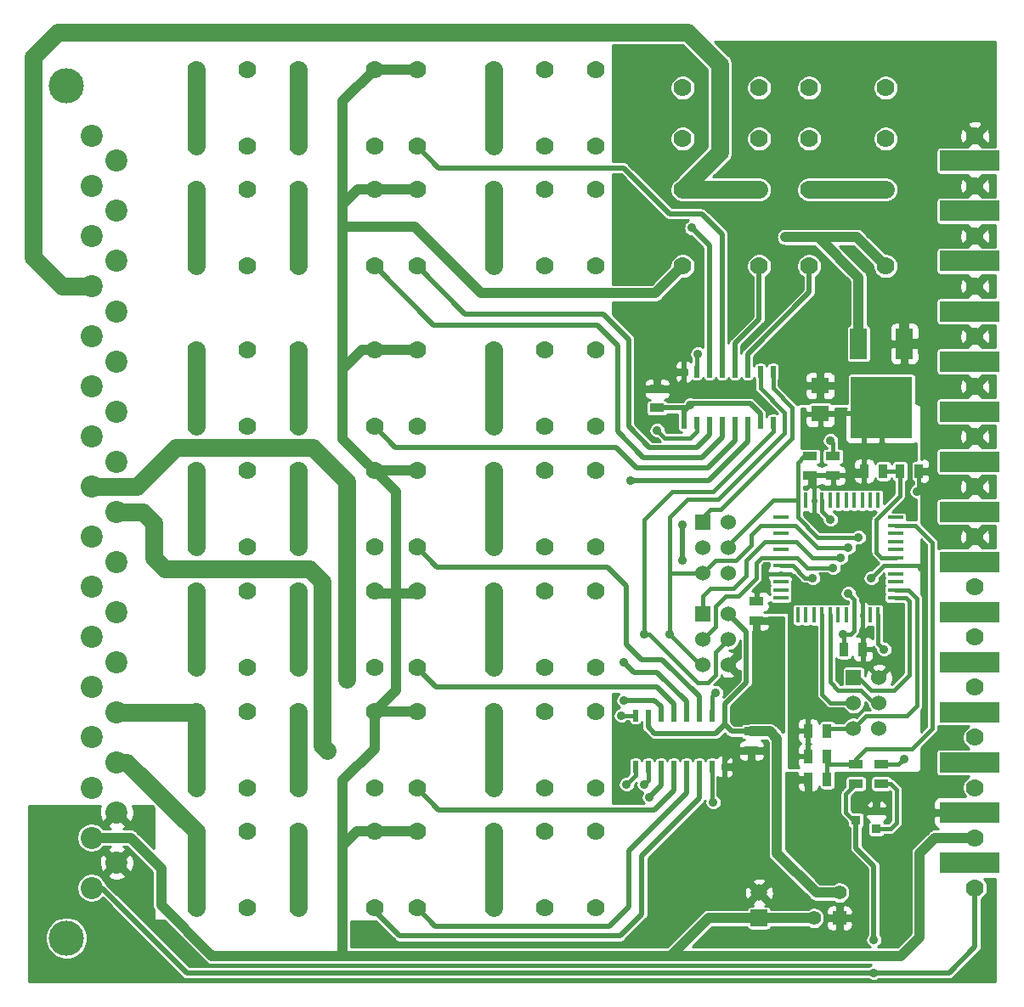
<source format=gtl>
G04 #@! TF.GenerationSoftware,KiCad,Pcbnew,(5.1.5)-3*
G04 #@! TF.CreationDate,2021-08-30T19:37:19+02:00*
G04 #@! TF.ProjectId,fsz,66737a2e-6b69-4636-9164-5f7063625858,0427 -*
G04 #@! TF.SameCoordinates,Original*
G04 #@! TF.FileFunction,Copper,L1,Top*
G04 #@! TF.FilePolarity,Positive*
%FSLAX46Y46*%
G04 Gerber Fmt 4.6, Leading zero omitted, Abs format (unit mm)*
G04 Created by KiCad (PCBNEW (5.1.5)-3) date 2021-08-30 19:37:19*
%MOMM*%
%LPD*%
G04 APERTURE LIST*
%ADD10R,1.397000X0.889000*%
%ADD11R,1.651000X1.651000*%
%ADD12C,1.651000*%
%ADD13R,1.803400X1.600200*%
%ADD14R,0.889000X1.397000*%
%ADD15R,0.508000X1.143000*%
%ADD16C,3.500120*%
%ADD17C,2.199640*%
%ADD18C,1.778000*%
%ADD19R,5.999480X1.998980*%
%ADD20R,1.524000X1.524000*%
%ADD21C,1.524000*%
%ADD22R,0.914400X0.914400*%
%ADD23C,1.397000*%
%ADD24R,1.397000X1.397000*%
%ADD25R,1.651000X3.048000*%
%ADD26R,6.096000X6.096000*%
%ADD27R,1.524000X0.406400*%
%ADD28R,0.406400X1.524000*%
%ADD29C,0.889000*%
%ADD30C,1.016000*%
%ADD31C,0.381000*%
%ADD32C,0.508000*%
%ADD33C,1.778000*%
%ADD34C,0.254000*%
G04 APERTURE END LIST*
D10*
X139446000Y-123507500D03*
X139446000Y-125412500D03*
X130048000Y-91249500D03*
X130048000Y-89344500D03*
D11*
X140208000Y-142113000D03*
D12*
X140208000Y-139573000D03*
D13*
X146304000Y-91821000D03*
X146304000Y-89027000D03*
D10*
X147574000Y-96075500D03*
X147574000Y-97980500D03*
X139954000Y-112458500D03*
X139954000Y-110553500D03*
D14*
X150558500Y-115316000D03*
X148653500Y-115316000D03*
X156146500Y-97536000D03*
X154241500Y-97536000D03*
D15*
X136779000Y-121920000D03*
X135509000Y-121920000D03*
X134239000Y-121920000D03*
X132969000Y-121920000D03*
X131699000Y-121920000D03*
X130429000Y-121920000D03*
X129159000Y-121920000D03*
X127889000Y-121920000D03*
X127889000Y-127000000D03*
X129159000Y-127000000D03*
X130429000Y-127000000D03*
X131699000Y-127000000D03*
X132969000Y-127000000D03*
X134239000Y-127000000D03*
X135509000Y-127000000D03*
X136779000Y-127000000D03*
X132715000Y-87630000D03*
X133985000Y-87630000D03*
X135255000Y-87630000D03*
X136525000Y-87630000D03*
X137795000Y-87630000D03*
X139065000Y-87630000D03*
X140335000Y-87630000D03*
X141605000Y-87630000D03*
X141605000Y-92710000D03*
X140335000Y-92710000D03*
X139065000Y-92710000D03*
X137795000Y-92710000D03*
X136525000Y-92710000D03*
X135255000Y-92710000D03*
X133985000Y-92710000D03*
X132715000Y-92710000D03*
D16*
X71198740Y-144101820D03*
D17*
X73700640Y-64099440D03*
X73698100Y-104099360D03*
X73698100Y-109100620D03*
X73698100Y-119100600D03*
X73698100Y-114099340D03*
X73698100Y-134099300D03*
X73698100Y-139100560D03*
X73698100Y-129100580D03*
X73698100Y-124099320D03*
X73698100Y-84099400D03*
X73698100Y-89100660D03*
X73698100Y-99100640D03*
X73698100Y-94099380D03*
X73698100Y-74099420D03*
X73698100Y-79100680D03*
X73698100Y-69100700D03*
X76200000Y-66601340D03*
X76200000Y-76601320D03*
X76200000Y-71600060D03*
X76200000Y-91600020D03*
X76200000Y-96601280D03*
X76200000Y-86601300D03*
X76200000Y-81600040D03*
X76200000Y-121599960D03*
X76200000Y-126601220D03*
X76200000Y-136601200D03*
X76200000Y-131599940D03*
X76200000Y-111599980D03*
X76200000Y-116601240D03*
X76200000Y-106601260D03*
X76200000Y-101600000D03*
D16*
X71198740Y-59100720D03*
D18*
X161719260Y-139100560D03*
D19*
X161218880Y-136601200D03*
D18*
X161719260Y-134099300D03*
D19*
X161218880Y-131599940D03*
D18*
X161719260Y-129100580D03*
D19*
X161218880Y-126601220D03*
D18*
X161719260Y-124099320D03*
D19*
X161218880Y-121599960D03*
D18*
X161719260Y-119100600D03*
D19*
X161218880Y-116601240D03*
D18*
X161719260Y-114099340D03*
D19*
X161218880Y-111599980D03*
D18*
X161719260Y-109100620D03*
D19*
X161218880Y-106601260D03*
D18*
X161719260Y-104099360D03*
D19*
X161218880Y-101600000D03*
D18*
X161719260Y-99100640D03*
D19*
X161218880Y-96601280D03*
D18*
X161719260Y-94099380D03*
D19*
X161218880Y-91600020D03*
D18*
X161719260Y-89100660D03*
D19*
X161218880Y-86601300D03*
D18*
X161719260Y-84099400D03*
D19*
X161218880Y-81600040D03*
D18*
X161719260Y-79100680D03*
D19*
X161218880Y-76601320D03*
D18*
X161719260Y-74099420D03*
D19*
X161218880Y-71600060D03*
D18*
X161719260Y-69100700D03*
D19*
X161218880Y-66601340D03*
D18*
X161719260Y-64099440D03*
D20*
X149606000Y-118110000D03*
D21*
X152146000Y-118110000D03*
X149606000Y-120650000D03*
X152146000Y-120650000D03*
X149606000Y-123190000D03*
X152146000Y-123190000D03*
X137160000Y-107696000D03*
X134620000Y-107696000D03*
X137160000Y-105156000D03*
X134620000Y-105156000D03*
X137160000Y-102616000D03*
D20*
X134620000Y-102616000D03*
X134620000Y-111760000D03*
D21*
X137160000Y-111760000D03*
X134620000Y-114300000D03*
X137160000Y-114300000D03*
X134620000Y-116840000D03*
X137160000Y-116840000D03*
D14*
X150685500Y-97536000D03*
X152590500Y-97536000D03*
D22*
X151892000Y-131445000D03*
X151892000Y-133223000D03*
X149860000Y-132334000D03*
D10*
X145288000Y-97980500D03*
X145288000Y-96075500D03*
X149860000Y-128714500D03*
X149860000Y-126809500D03*
X152400000Y-126809500D03*
X152400000Y-128714500D03*
D14*
X145097500Y-125984000D03*
X147002500Y-125984000D03*
X145097500Y-128270000D03*
X147002500Y-128270000D03*
X147002500Y-123444000D03*
X145097500Y-123444000D03*
D18*
X123890000Y-133490000D03*
X118810000Y-133490000D03*
X113730000Y-133490000D03*
X123890000Y-141110000D03*
X118810000Y-141110000D03*
X113730000Y-141110000D03*
X106110000Y-133490000D03*
X106110000Y-141110000D03*
X84110000Y-141110000D03*
X89190000Y-141110000D03*
X94270000Y-141110000D03*
X84110000Y-133490000D03*
X89190000Y-133490000D03*
X94270000Y-133490000D03*
X101890000Y-141110000D03*
X101890000Y-133490000D03*
X101890000Y-121490000D03*
X101890000Y-129110000D03*
X94270000Y-121490000D03*
X89190000Y-121490000D03*
X84110000Y-121490000D03*
X94270000Y-129110000D03*
X89190000Y-129110000D03*
X84110000Y-129110000D03*
X101890000Y-109490000D03*
X101890000Y-117110000D03*
X94270000Y-109490000D03*
X89190000Y-109490000D03*
X84110000Y-109490000D03*
X94270000Y-117110000D03*
X89190000Y-117110000D03*
X84110000Y-117110000D03*
X123890000Y-109490000D03*
X118810000Y-109490000D03*
X113730000Y-109490000D03*
X123890000Y-117110000D03*
X118810000Y-117110000D03*
X113730000Y-117110000D03*
X106110000Y-109490000D03*
X106110000Y-117110000D03*
X101890000Y-97490000D03*
X101890000Y-105110000D03*
X94270000Y-97490000D03*
X89190000Y-97490000D03*
X84110000Y-97490000D03*
X94270000Y-105110000D03*
X89190000Y-105110000D03*
X84110000Y-105110000D03*
X106110000Y-105110000D03*
X106110000Y-97490000D03*
X113730000Y-105110000D03*
X118810000Y-105110000D03*
X123890000Y-105110000D03*
X113730000Y-97490000D03*
X118810000Y-97490000D03*
X123890000Y-97490000D03*
X123890000Y-121490000D03*
X118810000Y-121490000D03*
X113730000Y-121490000D03*
X123890000Y-129110000D03*
X118810000Y-129110000D03*
X113730000Y-129110000D03*
X106110000Y-121490000D03*
X106110000Y-129110000D03*
X84110000Y-93110000D03*
X89190000Y-93110000D03*
X94270000Y-93110000D03*
X84110000Y-85490000D03*
X89190000Y-85490000D03*
X94270000Y-85490000D03*
X101890000Y-93110000D03*
X101890000Y-85490000D03*
X106110000Y-93110000D03*
X106110000Y-85490000D03*
X113730000Y-93110000D03*
X118810000Y-93110000D03*
X123890000Y-93110000D03*
X113730000Y-85490000D03*
X118810000Y-85490000D03*
X123890000Y-85490000D03*
X152810000Y-77090000D03*
X145190000Y-77090000D03*
X152810000Y-69470000D03*
X152810000Y-64390000D03*
X152810000Y-59310000D03*
X145190000Y-69470000D03*
X145190000Y-64390000D03*
X145190000Y-59310000D03*
X140210000Y-77090000D03*
X132590000Y-77090000D03*
X140210000Y-69470000D03*
X140210000Y-64390000D03*
X140210000Y-59310000D03*
X132590000Y-69470000D03*
X132590000Y-64390000D03*
X132590000Y-59310000D03*
X84110000Y-77110000D03*
X89190000Y-77110000D03*
X94270000Y-77110000D03*
X84110000Y-69490000D03*
X89190000Y-69490000D03*
X94270000Y-69490000D03*
X101890000Y-77110000D03*
X101890000Y-69490000D03*
X106110000Y-77110000D03*
X106110000Y-69490000D03*
X113730000Y-77110000D03*
X118810000Y-77110000D03*
X123890000Y-77110000D03*
X113730000Y-69490000D03*
X118810000Y-69490000D03*
X123890000Y-69490000D03*
X84110000Y-65110000D03*
X89190000Y-65110000D03*
X94270000Y-65110000D03*
X84110000Y-57490000D03*
X89190000Y-57490000D03*
X94270000Y-57490000D03*
X101890000Y-65110000D03*
X101890000Y-57490000D03*
X123890000Y-57490000D03*
X118810000Y-57490000D03*
X113730000Y-57490000D03*
X123890000Y-65110000D03*
X118810000Y-65110000D03*
X113730000Y-65110000D03*
X106110000Y-57490000D03*
X106110000Y-65110000D03*
D23*
X145669000Y-142113000D03*
D24*
X148209000Y-142113000D03*
D23*
X148209000Y-139573000D03*
D25*
X154686000Y-84836000D03*
D26*
X152400000Y-91186000D03*
D25*
X150114000Y-84836000D03*
D27*
X153797000Y-106172000D03*
X153797000Y-105371900D03*
X153797000Y-104571800D03*
X153797000Y-103771700D03*
X153797000Y-102971600D03*
X153797000Y-102171500D03*
X153797000Y-106972100D03*
X153797000Y-107772200D03*
X153797000Y-108572300D03*
X153797000Y-109372400D03*
X153797000Y-110172500D03*
X142367000Y-106172000D03*
X142367000Y-105371900D03*
X142367000Y-104571800D03*
X142367000Y-103771700D03*
X142367000Y-102971600D03*
X142367000Y-102171500D03*
X142367000Y-106972100D03*
X142367000Y-107772200D03*
X142367000Y-108572300D03*
X142367000Y-109372400D03*
X142367000Y-110172500D03*
D28*
X148082000Y-100457000D03*
X148082000Y-111887000D03*
X147281900Y-100457000D03*
X147281900Y-111887000D03*
X146481800Y-111887000D03*
X146481800Y-100457000D03*
X145681700Y-100457000D03*
X145681700Y-111887000D03*
X144881600Y-111887000D03*
X144881600Y-100457000D03*
X144081500Y-100457000D03*
X144081500Y-111887000D03*
X148882100Y-111887000D03*
X148882100Y-100457000D03*
X149682200Y-100457000D03*
X149682200Y-111887000D03*
X150482300Y-111887000D03*
X150482300Y-100457000D03*
X151282400Y-100457000D03*
X151282400Y-111887000D03*
X152082500Y-111887000D03*
X152082500Y-100457000D03*
D29*
X142800000Y-74200000D03*
X133350000Y-90932000D03*
X132588000Y-102870000D03*
X132588000Y-106426000D03*
X97200000Y-125400000D03*
X99100000Y-118300000D03*
X127400000Y-98500000D03*
X133500000Y-73300000D03*
X126746000Y-116586000D03*
X126746000Y-120396000D03*
X129286000Y-130048000D03*
X154686000Y-126238000D03*
X152654000Y-115316000D03*
X156464000Y-107188000D03*
X151384000Y-108204000D03*
X145542000Y-108204000D03*
X145542000Y-130302000D03*
X136906000Y-129032000D03*
X139446000Y-127000000D03*
X146304000Y-86868000D03*
X156972000Y-84582000D03*
X154686000Y-81788000D03*
X147320000Y-94488000D03*
X155956000Y-99568000D03*
X149098000Y-109728000D03*
X148590000Y-113792000D03*
X147320000Y-102362000D03*
X140208000Y-114046000D03*
X134874000Y-89408000D03*
X150368000Y-130556000D03*
X130000000Y-87400000D03*
X132700000Y-85200000D03*
X148336000Y-106172000D03*
X135890000Y-119634000D03*
X150114000Y-104140000D03*
X128778000Y-113792000D03*
X126492000Y-121920000D03*
X149098000Y-105156000D03*
X131318000Y-113792000D03*
X128778000Y-128778000D03*
X147574000Y-107188000D03*
X134620000Y-114300000D03*
X135636000Y-130556000D03*
X134112000Y-85852000D03*
X127000000Y-128778000D03*
X130048000Y-93472000D03*
X151638000Y-147574000D03*
X151638000Y-144272000D03*
D30*
X104000000Y-109728000D02*
X105872000Y-109728000D01*
X105872000Y-109728000D02*
X106110000Y-109490000D01*
X104000000Y-109728000D02*
X102128000Y-109728000D01*
X102128000Y-109728000D02*
X101890000Y-109490000D01*
X101890000Y-121490000D02*
X106110000Y-121490000D01*
X101890000Y-97490000D02*
X104000000Y-99600000D01*
X130556000Y-145890000D02*
X154338000Y-145890000D01*
X157746700Y-134099300D02*
X161719260Y-134099300D01*
X156210000Y-135636000D02*
X157746700Y-134099300D01*
X156210000Y-144018000D02*
X156210000Y-135636000D01*
X154338000Y-145890000D02*
X156210000Y-144018000D01*
X150114000Y-84836000D02*
X150114000Y-78232000D01*
X146082000Y-74200000D02*
X142800000Y-74200000D01*
X150114000Y-78232000D02*
X146082000Y-74200000D01*
X149920000Y-74200000D02*
X152810000Y-77090000D01*
X142800000Y-74200000D02*
X149920000Y-74200000D01*
X98700000Y-73200000D02*
X105900000Y-73200000D01*
X129880000Y-79800000D02*
X132590000Y-77090000D01*
X112500000Y-79800000D02*
X129880000Y-79800000D01*
X105900000Y-73200000D02*
X112500000Y-79800000D01*
X106110000Y-133490000D02*
X101890000Y-133490000D01*
X101890000Y-133490000D02*
X100110000Y-133490000D01*
X100110000Y-133490000D02*
X98700000Y-134900000D01*
X102000000Y-109600000D02*
X101890000Y-109490000D01*
X106110000Y-97490000D02*
X101890000Y-97490000D01*
X106110000Y-85490000D02*
X101890000Y-85490000D01*
X101890000Y-85490000D02*
X100610000Y-85490000D01*
X100610000Y-85490000D02*
X98700000Y-87400000D01*
X106110000Y-69490000D02*
X101890000Y-69490000D01*
X101890000Y-69490000D02*
X100210000Y-69490000D01*
X100210000Y-69490000D02*
X98700000Y-71000000D01*
X106110000Y-57490000D02*
X101890000Y-57490000D01*
X98700000Y-145890000D02*
X98700000Y-134900000D01*
X98700000Y-134900000D02*
X98700000Y-128400000D01*
X101890000Y-125210000D02*
X101890000Y-121490000D01*
X98700000Y-128400000D02*
X101890000Y-125210000D01*
X101890000Y-121490000D02*
X104000000Y-119380000D01*
X104000000Y-119380000D02*
X104000000Y-109728000D01*
X104000000Y-109728000D02*
X104000000Y-99600000D01*
X98700000Y-60680000D02*
X101890000Y-57490000D01*
X98700000Y-94300000D02*
X98700000Y-87400000D01*
X104000000Y-99600000D02*
X98700000Y-94300000D01*
X98700000Y-87400000D02*
X98700000Y-73200000D01*
X98700000Y-73200000D02*
X98700000Y-71000000D01*
X98700000Y-71000000D02*
X98700000Y-60680000D01*
X140208000Y-142113000D02*
X135187000Y-142113000D01*
X135187000Y-142113000D02*
X133700000Y-143600000D01*
X85700000Y-145890000D02*
X98700000Y-145890000D01*
X98700000Y-145890000D02*
X130556000Y-145890000D01*
X130556000Y-145890000D02*
X131410000Y-145890000D01*
X131410000Y-145890000D02*
X133700000Y-143600000D01*
X140081000Y-142240000D02*
X140208000Y-142113000D01*
X80645000Y-137160000D02*
X80645000Y-140835000D01*
X140208000Y-142113000D02*
X145669000Y-142113000D01*
X77584300Y-134099300D02*
X80645000Y-137160000D01*
X73698100Y-134099300D02*
X77584300Y-134099300D01*
X80645000Y-140835000D02*
X85700000Y-145890000D01*
X85700000Y-145890000D02*
X85550000Y-145740000D01*
D31*
X145681700Y-100457000D02*
X145681700Y-102247700D01*
X151130000Y-106934000D02*
X149606000Y-108458000D01*
X151130000Y-103632000D02*
X151130000Y-106934000D01*
X150368000Y-102870000D02*
X151130000Y-103632000D01*
X149352000Y-102870000D02*
X150368000Y-102870000D01*
X148844000Y-103378000D02*
X149352000Y-102870000D01*
X146812000Y-103378000D02*
X148844000Y-103378000D01*
X145681700Y-102247700D02*
X146812000Y-103378000D01*
X142367000Y-107772200D02*
X143332200Y-107772200D01*
X143332200Y-107772200D02*
X145288000Y-109728000D01*
X145288000Y-109728000D02*
X146812000Y-109728000D01*
X146812000Y-109728000D02*
X148082000Y-108458000D01*
X148082000Y-108458000D02*
X149606000Y-108458000D01*
X150482300Y-109334300D02*
X150482300Y-111887000D01*
X149606000Y-108458000D02*
X150482300Y-109334300D01*
D32*
X150685500Y-97536000D02*
X150685500Y-92900500D01*
X150685500Y-92900500D02*
X152400000Y-91186000D01*
X146304000Y-91821000D02*
X151765000Y-91821000D01*
X151765000Y-91821000D02*
X152400000Y-91186000D01*
D31*
X145097500Y-125984000D02*
X145097500Y-123444000D01*
X152146000Y-118110000D02*
X150558500Y-116522500D01*
X150558500Y-116522500D02*
X150558500Y-115316000D01*
X150558500Y-115316000D02*
X150482300Y-115239800D01*
X150482300Y-115239800D02*
X150482300Y-111887000D01*
X150685500Y-97536000D02*
X150241000Y-97980500D01*
X150241000Y-97980500D02*
X147574000Y-97980500D01*
X145288000Y-97980500D02*
X145681700Y-98374200D01*
X145681700Y-98374200D02*
X145681700Y-100457000D01*
X145288000Y-97980500D02*
X147574000Y-97980500D01*
X139954000Y-110553500D02*
X139954000Y-109474000D01*
X141147800Y-107772200D02*
X142367000Y-107772200D01*
X140716000Y-108204000D02*
X141147800Y-107772200D01*
X140716000Y-108712000D02*
X140716000Y-108204000D01*
X139954000Y-109474000D02*
X140716000Y-108712000D01*
D30*
X148209000Y-139573000D02*
X145923000Y-139573000D01*
X141287500Y-123507500D02*
X139446000Y-123507500D01*
X141986000Y-124206000D02*
X141287500Y-123507500D01*
X141986000Y-135636000D02*
X141986000Y-124206000D01*
X145923000Y-139573000D02*
X141986000Y-135636000D01*
D32*
X133350000Y-90932000D02*
X133477000Y-90805000D01*
X132588000Y-104648000D02*
X132588000Y-102870000D01*
X132588000Y-106426000D02*
X132588000Y-104648000D01*
X133477000Y-90805000D02*
X134239000Y-90805000D01*
X139446000Y-123507500D02*
X137477500Y-123507500D01*
X137477500Y-123507500D02*
X136779000Y-122809000D01*
X136779000Y-122809000D02*
X136779000Y-121920000D01*
X129159000Y-121920000D02*
X129159000Y-123063000D01*
X136779000Y-122809000D02*
X136779000Y-121920000D01*
X135890000Y-123698000D02*
X136779000Y-122809000D01*
X129794000Y-123698000D02*
X135890000Y-123698000D01*
X129159000Y-123063000D02*
X129794000Y-123698000D01*
X137160000Y-111760000D02*
X138938000Y-113538000D01*
X136779000Y-120777000D02*
X136779000Y-121920000D01*
X138938000Y-118618000D02*
X136779000Y-120777000D01*
X138938000Y-113538000D02*
X138938000Y-118618000D01*
X140335000Y-91821000D02*
X139319000Y-90805000D01*
X140335000Y-92710000D02*
X140335000Y-91821000D01*
X132715000Y-91567000D02*
X133477000Y-90805000D01*
X132715000Y-92710000D02*
X132715000Y-91567000D01*
X139319000Y-90805000D02*
X134366000Y-90805000D01*
X134366000Y-90805000D02*
X133477000Y-90805000D01*
X133032500Y-91249500D02*
X133477000Y-90805000D01*
X130048000Y-91249500D02*
X133032500Y-91249500D01*
D33*
X84110000Y-65110000D02*
X84110000Y-57490000D01*
X84110000Y-121490000D02*
X84110000Y-129110000D01*
X76200000Y-121599960D02*
X84000040Y-121599960D01*
X84000040Y-121599960D02*
X84110000Y-121490000D01*
X84110000Y-117110000D02*
X84110000Y-109490000D01*
X84110000Y-105110000D02*
X84110000Y-97490000D01*
X76200000Y-101600000D02*
X78800000Y-101600000D01*
X96700000Y-124900000D02*
X97200000Y-125400000D01*
X96700000Y-108600000D02*
X96700000Y-124900000D01*
X95400000Y-107300000D02*
X96700000Y-108600000D01*
X81000000Y-107300000D02*
X95400000Y-107300000D01*
X79900000Y-106200000D02*
X81000000Y-107300000D01*
X79900000Y-102700000D02*
X79900000Y-106200000D01*
X78800000Y-101600000D02*
X79900000Y-102700000D01*
X84110000Y-93110000D02*
X84110000Y-85490000D01*
X84110000Y-77110000D02*
X84110000Y-69490000D01*
X84110000Y-133490000D02*
X84110000Y-141110000D01*
X76200000Y-126601220D02*
X77221220Y-126601220D01*
X77221220Y-126601220D02*
X84110000Y-133490000D01*
X113730000Y-141110000D02*
X113730000Y-133490000D01*
X94270000Y-133490000D02*
X94270000Y-141110000D01*
X94270000Y-65110000D02*
X94270000Y-57490000D01*
X113730000Y-65110000D02*
X113730000Y-57490000D01*
X94270000Y-129110000D02*
X94270000Y-121490000D01*
X113730000Y-117110000D02*
X113730000Y-109490000D01*
X94270000Y-117110000D02*
X94270000Y-109490000D01*
X94270000Y-105110000D02*
X94270000Y-97490000D01*
X113730000Y-105110000D02*
X113730000Y-97490000D01*
X113730000Y-121490000D02*
X113730000Y-129110000D01*
X78199360Y-99100640D02*
X82100000Y-95200000D01*
X82100000Y-95200000D02*
X95700000Y-95200000D01*
X95700000Y-95200000D02*
X99100000Y-98600000D01*
X73698100Y-99100640D02*
X78199360Y-99100640D01*
X99100000Y-101600000D02*
X99100000Y-118300000D01*
X99100000Y-98600000D02*
X99100000Y-101600000D01*
X94270000Y-93110000D02*
X94270000Y-85490000D01*
X113730000Y-93110000D02*
X113730000Y-85490000D01*
X145190000Y-69470000D02*
X152810000Y-69470000D01*
X132590000Y-69470000D02*
X140210000Y-69470000D01*
X125900000Y-53800000D02*
X133100000Y-53800000D01*
X73698100Y-79100680D02*
X70800680Y-79100680D01*
X67900000Y-76200000D02*
X70800680Y-79100680D01*
X67900000Y-56200000D02*
X67900000Y-76200000D01*
X70300000Y-53800000D02*
X67900000Y-56200000D01*
X125900000Y-53800000D02*
X70300000Y-53800000D01*
X136300000Y-65760000D02*
X132590000Y-69470000D01*
X136300000Y-57000000D02*
X136300000Y-65760000D01*
X133100000Y-53800000D02*
X136300000Y-57000000D01*
X113730000Y-77110000D02*
X113730000Y-69490000D01*
X94270000Y-77110000D02*
X94270000Y-69490000D01*
D32*
X108100000Y-107100000D02*
X125134000Y-107100000D01*
X106110000Y-105110000D02*
X108100000Y-107100000D01*
X134239000Y-120015000D02*
X134239000Y-121920000D01*
X130556000Y-116332000D02*
X134239000Y-120015000D01*
X128524000Y-116332000D02*
X130556000Y-116332000D01*
X127000000Y-114808000D02*
X128524000Y-116332000D01*
X127000000Y-108966000D02*
X127000000Y-114808000D01*
X125134000Y-107100000D02*
X127000000Y-108966000D01*
X135255000Y-92710000D02*
X135255000Y-93945000D01*
X110900000Y-81900000D02*
X106110000Y-77110000D01*
X124700000Y-81900000D02*
X110900000Y-81900000D01*
X127200000Y-84400000D02*
X124700000Y-81900000D01*
X127200000Y-93100000D02*
X127200000Y-84400000D01*
X129300000Y-95200000D02*
X127200000Y-93100000D01*
X134000000Y-95200000D02*
X129300000Y-95200000D01*
X135255000Y-93945000D02*
X134000000Y-95200000D01*
X136525000Y-92710000D02*
X136525000Y-94175000D01*
X107780000Y-83000000D02*
X101890000Y-77110000D01*
X124100000Y-83000000D02*
X107780000Y-83000000D01*
X126100000Y-85000000D02*
X124100000Y-83000000D01*
X126100000Y-93600000D02*
X126100000Y-85000000D01*
X128700000Y-96200000D02*
X126100000Y-93600000D01*
X134500000Y-96200000D02*
X128700000Y-96200000D01*
X136525000Y-94175000D02*
X134500000Y-96200000D01*
X137795000Y-92710000D02*
X137795000Y-94505000D01*
X103980000Y-95200000D02*
X101890000Y-93110000D01*
X126000000Y-95200000D02*
X103980000Y-95200000D01*
X128000000Y-97200000D02*
X126000000Y-95200000D01*
X135100000Y-97200000D02*
X128000000Y-97200000D01*
X137795000Y-94505000D02*
X135100000Y-97200000D01*
X139065000Y-92710000D02*
X139065000Y-94635000D01*
X135200000Y-98500000D02*
X127400000Y-98500000D01*
X139065000Y-94635000D02*
X135200000Y-98500000D01*
X139065000Y-87630000D02*
X139065000Y-85835000D01*
X145190000Y-79710000D02*
X145190000Y-77090000D01*
X139065000Y-85835000D02*
X145190000Y-79710000D01*
X137795000Y-87630000D02*
X137795000Y-84805000D01*
X140210000Y-82390000D02*
X140210000Y-77090000D01*
X137795000Y-84805000D02*
X140210000Y-82390000D01*
X136525000Y-87630000D02*
X136525000Y-73925000D01*
X108300000Y-67300000D02*
X106110000Y-65110000D01*
X126700000Y-67300000D02*
X108300000Y-67300000D01*
X131300000Y-71900000D02*
X126700000Y-67300000D01*
X134500000Y-71900000D02*
X131300000Y-71900000D01*
X136525000Y-73925000D02*
X134500000Y-71900000D01*
X135255000Y-87630000D02*
X135255000Y-75055000D01*
X135255000Y-75055000D02*
X133500000Y-73300000D01*
X132969000Y-120523000D02*
X132969000Y-121920000D01*
X130048000Y-117602000D02*
X132969000Y-120523000D01*
X127762000Y-117602000D02*
X130048000Y-117602000D01*
X126746000Y-116586000D02*
X127762000Y-117602000D01*
X108000000Y-119100000D02*
X130022000Y-119100000D01*
X106110000Y-117110000D02*
X106110000Y-117210000D01*
X108000000Y-119100000D02*
X106110000Y-117210000D01*
X131699000Y-120777000D02*
X131699000Y-121920000D01*
X130022000Y-119100000D02*
X131699000Y-120777000D01*
X130429000Y-121031000D02*
X130429000Y-121920000D01*
X129794000Y-120396000D02*
X130429000Y-121031000D01*
X126746000Y-120396000D02*
X129794000Y-120396000D01*
X130429000Y-128905000D02*
X130429000Y-127000000D01*
X129286000Y-130048000D02*
X130429000Y-128905000D01*
X109400000Y-131300000D02*
X129812000Y-131300000D01*
X106110000Y-129110000D02*
X108300000Y-131300000D01*
X109400000Y-131300000D02*
X108300000Y-131300000D01*
X131699000Y-129413000D02*
X131699000Y-127000000D01*
X129812000Y-131300000D02*
X131699000Y-129413000D01*
X108204000Y-142900000D02*
X125324000Y-142900000D01*
X132969000Y-129667000D02*
X132969000Y-127000000D01*
X127254000Y-135382000D02*
X132969000Y-129667000D01*
X127254000Y-140970000D02*
X127254000Y-135382000D01*
X125324000Y-142900000D02*
X127254000Y-140970000D01*
X108300000Y-142900000D02*
X108204000Y-142900000D01*
X108204000Y-142900000D02*
X107900000Y-142900000D01*
X107900000Y-142900000D02*
X106110000Y-141110000D01*
X104400000Y-143900000D02*
X126356000Y-143900000D01*
X101890000Y-141110000D02*
X101890000Y-141390000D01*
X104400000Y-143900000D02*
X101890000Y-141390000D01*
X134239000Y-130175000D02*
X134239000Y-127000000D01*
X128524000Y-135890000D02*
X134239000Y-130175000D01*
X128524000Y-141732000D02*
X128524000Y-135890000D01*
X126356000Y-143900000D02*
X128524000Y-141732000D01*
D31*
X149860000Y-126809500D02*
X147002500Y-126809500D01*
X147002500Y-126809500D02*
X147002500Y-128270000D01*
X147002500Y-128270000D02*
X147002500Y-125984000D01*
X157480000Y-123190000D02*
X155448000Y-125222000D01*
X155803600Y-102971600D02*
X157480000Y-104648000D01*
X157480000Y-104648000D02*
X157480000Y-123190000D01*
X153797000Y-102971600D02*
X155803600Y-102971600D01*
X149860000Y-126238000D02*
X149860000Y-126809500D01*
X150876000Y-125222000D02*
X149860000Y-126238000D01*
X155448000Y-125222000D02*
X150876000Y-125222000D01*
X152400000Y-126809500D02*
X154114500Y-126809500D01*
X154114500Y-126809500D02*
X154686000Y-126238000D01*
X152082500Y-111887000D02*
X152082500Y-114744500D01*
X152082500Y-114744500D02*
X152654000Y-115316000D01*
X152146000Y-120650000D02*
X151638000Y-120650000D01*
X147281900Y-118579900D02*
X147281900Y-111887000D01*
X148082000Y-119380000D02*
X147281900Y-118579900D01*
X150368000Y-119380000D02*
X148082000Y-119380000D01*
X151638000Y-120650000D02*
X150368000Y-119380000D01*
X149606000Y-120650000D02*
X147320000Y-120650000D01*
X146481800Y-119811800D02*
X146481800Y-111887000D01*
X147320000Y-120650000D02*
X146481800Y-119811800D01*
X153797000Y-106972100D02*
X156248100Y-106972100D01*
X156248100Y-106972100D02*
X156464000Y-107188000D01*
X153797000Y-106972100D02*
X152615900Y-106972100D01*
X152615900Y-106972100D02*
X151384000Y-108204000D01*
X142367000Y-106972100D02*
X143548100Y-106972100D01*
X144780000Y-108204000D02*
X145542000Y-108204000D01*
X143548100Y-106972100D02*
X144780000Y-108204000D01*
X145097500Y-128270000D02*
X145097500Y-129857500D01*
X145097500Y-129857500D02*
X145542000Y-130302000D01*
D32*
X136779000Y-127000000D02*
X136779000Y-128905000D01*
X136779000Y-128905000D02*
X136906000Y-129032000D01*
X139446000Y-125412500D02*
X139446000Y-127000000D01*
X139446000Y-125412500D02*
X137731500Y-125412500D01*
X136779000Y-126365000D02*
X136779000Y-127000000D01*
X137731500Y-125412500D02*
X136779000Y-126365000D01*
X146304000Y-89027000D02*
X146304000Y-86868000D01*
D30*
X154686000Y-84836000D02*
X156718000Y-84836000D01*
X156718000Y-84836000D02*
X156972000Y-84582000D01*
X154686000Y-84836000D02*
X154686000Y-81788000D01*
D31*
X147574000Y-96075500D02*
X147574000Y-94742000D01*
X147574000Y-94742000D02*
X147320000Y-94488000D01*
X156146500Y-97536000D02*
X156146500Y-99377500D01*
X156146500Y-99377500D02*
X155956000Y-99568000D01*
X149682200Y-111887000D02*
X149682200Y-110312200D01*
X149682200Y-110312200D02*
X149098000Y-109728000D01*
X148590000Y-113792000D02*
X149352000Y-113792000D01*
X148653500Y-113855500D02*
X148590000Y-113792000D01*
X148653500Y-115316000D02*
X148653500Y-113855500D01*
X149682200Y-113461800D02*
X149682200Y-111887000D01*
X149352000Y-113792000D02*
X149682200Y-113461800D01*
X146481800Y-100457000D02*
X146481800Y-101523800D01*
X146481800Y-101523800D02*
X147320000Y-102362000D01*
D32*
X139954000Y-112458500D02*
X139954000Y-113792000D01*
X139954000Y-113792000D02*
X140208000Y-114046000D01*
X131889500Y-89344500D02*
X134810500Y-89344500D01*
X134810500Y-89344500D02*
X134874000Y-89408000D01*
X130048000Y-89344500D02*
X131889500Y-89344500D01*
X132715000Y-88519000D02*
X132715000Y-87630000D01*
X131889500Y-89344500D02*
X132715000Y-88519000D01*
D31*
X151892000Y-131445000D02*
X151257000Y-131445000D01*
X151257000Y-131445000D02*
X150368000Y-130556000D01*
D32*
X130048000Y-89344500D02*
X130048000Y-87448000D01*
X130048000Y-87448000D02*
X130000000Y-87400000D01*
X132715000Y-87630000D02*
X132715000Y-85215000D01*
X132715000Y-85215000D02*
X132700000Y-85200000D01*
D31*
X134620000Y-102616000D02*
X134620000Y-102108000D01*
X135382000Y-101346000D02*
X136398000Y-101346000D01*
X134620000Y-102108000D02*
X135382000Y-101346000D01*
X141605000Y-89281000D02*
X141605000Y-87630000D01*
X143510000Y-91186000D02*
X141605000Y-89281000D01*
X143510000Y-94234000D02*
X143510000Y-91186000D01*
X136398000Y-101346000D02*
X143510000Y-94234000D01*
X143941800Y-104571800D02*
X142367000Y-104571800D01*
X145542000Y-106172000D02*
X143941800Y-104571800D01*
X148336000Y-106172000D02*
X145542000Y-106172000D01*
X135509000Y-120015000D02*
X135509000Y-121920000D01*
X135890000Y-119634000D02*
X135509000Y-120015000D01*
X142367000Y-104571800D02*
X140792200Y-104571800D01*
X134620000Y-109982000D02*
X134620000Y-111760000D01*
X135382000Y-109220000D02*
X134620000Y-109982000D01*
X137668000Y-109220000D02*
X135382000Y-109220000D01*
X138938000Y-107950000D02*
X137668000Y-109220000D01*
X138938000Y-106426000D02*
X138938000Y-107950000D01*
X140792200Y-104571800D02*
X138938000Y-106426000D01*
X144081500Y-100457000D02*
X144081500Y-96710500D01*
X144716500Y-96075500D02*
X145288000Y-96075500D01*
X144081500Y-96710500D02*
X144716500Y-96075500D01*
X144081500Y-102171500D02*
X144081500Y-100457000D01*
X146050000Y-104140000D02*
X144081500Y-102171500D01*
X150114000Y-104140000D02*
X146050000Y-104140000D01*
X137160000Y-105156000D02*
X137160000Y-104902000D01*
X137160000Y-104902000D02*
X141605000Y-100457000D01*
X141605000Y-100457000D02*
X144081500Y-100457000D01*
X128778000Y-113792000D02*
X129286000Y-113792000D01*
X135890000Y-115570000D02*
X137160000Y-114300000D01*
X135890000Y-117856000D02*
X135890000Y-115570000D01*
X135128000Y-118618000D02*
X135890000Y-117856000D01*
X134112000Y-118618000D02*
X135128000Y-118618000D01*
X129286000Y-113792000D02*
X134112000Y-118618000D01*
X128778000Y-106426000D02*
X128778000Y-102362000D01*
X131572000Y-99568000D02*
X135636000Y-99568000D01*
X128778000Y-102362000D02*
X131572000Y-99568000D01*
X127889000Y-121920000D02*
X126492000Y-121920000D01*
X141605000Y-93599000D02*
X141605000Y-92710000D01*
X135636000Y-99568000D02*
X141605000Y-93599000D01*
X128778000Y-113792000D02*
X128778000Y-106426000D01*
X143865600Y-102971600D02*
X142367000Y-102971600D01*
X146050000Y-105156000D02*
X143865600Y-102971600D01*
X149098000Y-105156000D02*
X146050000Y-105156000D01*
X134620000Y-107696000D02*
X135890000Y-106426000D01*
X140360400Y-102971600D02*
X142367000Y-102971600D01*
X139446000Y-103886000D02*
X140360400Y-102971600D01*
X139446000Y-104902000D02*
X139446000Y-103886000D01*
X137922000Y-106426000D02*
X139446000Y-104902000D01*
X135890000Y-106426000D02*
X137922000Y-106426000D01*
X134620000Y-116840000D02*
X134366000Y-116840000D01*
X134366000Y-116840000D02*
X131318000Y-113792000D01*
X134620000Y-107696000D02*
X131318000Y-107696000D01*
X131318000Y-105664000D02*
X131318000Y-102108000D01*
X133096000Y-100330000D02*
X136144000Y-100330000D01*
X131318000Y-102108000D02*
X133096000Y-100330000D01*
X129159000Y-128397000D02*
X128778000Y-128778000D01*
X129159000Y-127000000D02*
X129159000Y-128397000D01*
X140335000Y-89281000D02*
X140335000Y-87630000D01*
X142748000Y-91694000D02*
X140335000Y-89281000D01*
X142748000Y-93726000D02*
X142748000Y-91694000D01*
X136144000Y-100330000D02*
X142748000Y-93726000D01*
X131318000Y-113792000D02*
X131318000Y-109474000D01*
X131318000Y-109474000D02*
X131318000Y-107696000D01*
X131318000Y-107696000D02*
X131318000Y-105664000D01*
X144018000Y-106172000D02*
X142367000Y-106172000D01*
X145034000Y-107188000D02*
X144018000Y-106172000D01*
X147574000Y-107188000D02*
X145034000Y-107188000D01*
X142367000Y-106172000D02*
X140462000Y-106172000D01*
X135890000Y-113030000D02*
X134620000Y-114300000D01*
X135890000Y-110998000D02*
X135890000Y-113030000D01*
X136906000Y-109982000D02*
X135890000Y-110998000D01*
X138176000Y-109982000D02*
X136906000Y-109982000D01*
X139954000Y-108204000D02*
X138176000Y-109982000D01*
X139954000Y-106680000D02*
X139954000Y-108204000D01*
X140462000Y-106172000D02*
X139954000Y-106680000D01*
X135636000Y-130556000D02*
X135509000Y-130429000D01*
X135509000Y-130429000D02*
X135509000Y-127000000D01*
X133985000Y-87630000D02*
X133985000Y-85979000D01*
X133985000Y-85979000D02*
X134112000Y-85852000D01*
X152590500Y-97536000D02*
X154241500Y-97536000D01*
X153797000Y-106172000D02*
X152400000Y-106172000D01*
X154241500Y-100012500D02*
X154241500Y-97536000D01*
X151892000Y-102362000D02*
X154241500Y-100012500D01*
X151892000Y-105664000D02*
X151892000Y-102362000D01*
X152400000Y-106172000D02*
X151892000Y-105664000D01*
X127889000Y-127889000D02*
X127000000Y-128778000D01*
X127889000Y-127000000D02*
X127889000Y-127889000D01*
X133985000Y-93599000D02*
X133985000Y-92710000D01*
X133350000Y-94234000D02*
X133985000Y-93599000D01*
X130810000Y-94234000D02*
X133350000Y-94234000D01*
X130048000Y-93472000D02*
X130810000Y-94234000D01*
X149606000Y-118110000D02*
X150114000Y-118110000D01*
X155194000Y-117856000D02*
X155194000Y-116586000D01*
X153670000Y-119380000D02*
X155194000Y-117856000D01*
X151384000Y-119380000D02*
X153670000Y-119380000D01*
X150114000Y-118110000D02*
X151384000Y-119380000D01*
X154876500Y-110172500D02*
X153797000Y-110172500D01*
X155194000Y-110490000D02*
X154876500Y-110172500D01*
X155194000Y-116586000D02*
X155194000Y-110490000D01*
X147002500Y-123444000D02*
X147256500Y-123190000D01*
X147256500Y-123190000D02*
X149606000Y-123190000D01*
X155956000Y-120904000D02*
X154940000Y-121920000D01*
X155956000Y-120904000D02*
X155956000Y-110236000D01*
X155956000Y-110236000D02*
X155092400Y-109372400D01*
X153797000Y-109372400D02*
X155092400Y-109372400D01*
X150876000Y-121920000D02*
X149606000Y-123190000D01*
X154940000Y-121920000D02*
X150876000Y-121920000D01*
X151892000Y-133223000D02*
X153289000Y-133223000D01*
X153352500Y-128714500D02*
X152400000Y-128714500D01*
X153924000Y-129286000D02*
X153352500Y-128714500D01*
X153924000Y-132588000D02*
X153924000Y-129286000D01*
X153289000Y-133223000D02*
X153924000Y-132588000D01*
D32*
X149860000Y-132334000D02*
X149860000Y-135128000D01*
X151638000Y-136906000D02*
X149860000Y-135128000D01*
X151638000Y-144272000D02*
X151638000Y-136906000D01*
D31*
X149860000Y-132334000D02*
X149606000Y-132334000D01*
X148844000Y-129730500D02*
X149860000Y-128714500D01*
X148844000Y-131572000D02*
X148844000Y-129730500D01*
X149606000Y-132334000D02*
X148844000Y-131572000D01*
D32*
X135800000Y-147574000D02*
X83174000Y-147574000D01*
X74700560Y-139100560D02*
X73698100Y-139100560D01*
X83174000Y-147574000D02*
X74700560Y-139100560D01*
X135763000Y-147574000D02*
X135800000Y-147574000D01*
X135800000Y-147574000D02*
X151638000Y-147574000D01*
X151638000Y-147574000D02*
X159131000Y-147574000D01*
X161719260Y-144985740D02*
X161719260Y-139100560D01*
X159131000Y-147574000D02*
X161719260Y-144985740D01*
D34*
G36*
X74527468Y-131108583D02*
G01*
X74463746Y-131444319D01*
X74466747Y-131786035D01*
X74536356Y-132120600D01*
X74655464Y-132408150D01*
X74914499Y-132526231D01*
X75840790Y-131599940D01*
X75826648Y-131585798D01*
X76185858Y-131226588D01*
X76200000Y-131240730D01*
X76214143Y-131226588D01*
X76573353Y-131585798D01*
X76559210Y-131599940D01*
X77485501Y-132526231D01*
X77744536Y-132408150D01*
X77872532Y-132091297D01*
X77936254Y-131755561D01*
X77933253Y-131413845D01*
X77863644Y-131079280D01*
X77804709Y-130937000D01*
X79760950Y-130937000D01*
X79883000Y-131059051D01*
X79883000Y-135140764D01*
X78243799Y-133501564D01*
X78215959Y-133467641D01*
X78080591Y-133356547D01*
X77926151Y-133273997D01*
X77758574Y-133223164D01*
X77627967Y-133210300D01*
X77627960Y-133210300D01*
X77584300Y-133206000D01*
X77540640Y-133210300D01*
X76849298Y-133210300D01*
X77008210Y-133144476D01*
X77126291Y-132885441D01*
X76200000Y-131959150D01*
X75273709Y-132885441D01*
X75391790Y-133144476D01*
X75554737Y-133210300D01*
X74885056Y-133210300D01*
X74848328Y-133155332D01*
X74642068Y-132949072D01*
X74399531Y-132787014D01*
X74130039Y-132675387D01*
X73843948Y-132618480D01*
X73552252Y-132618480D01*
X73266161Y-132675387D01*
X72996669Y-132787014D01*
X72754132Y-132949072D01*
X72547872Y-133155332D01*
X72385814Y-133397869D01*
X72274187Y-133667361D01*
X72217280Y-133953452D01*
X72217280Y-134245148D01*
X72274187Y-134531239D01*
X72385814Y-134800731D01*
X72547872Y-135043268D01*
X72754132Y-135249528D01*
X72996669Y-135411586D01*
X73266161Y-135523213D01*
X73552252Y-135580120D01*
X73843948Y-135580120D01*
X74130039Y-135523213D01*
X74399531Y-135411586D01*
X74642068Y-135249528D01*
X74848328Y-135043268D01*
X74885056Y-134988300D01*
X75556834Y-134988300D01*
X75391790Y-135056664D01*
X75273709Y-135315699D01*
X76200000Y-136241990D01*
X77126291Y-135315699D01*
X77008210Y-135056664D01*
X76838976Y-134988300D01*
X77216065Y-134988300D01*
X79756000Y-137528236D01*
X79756001Y-140791330D01*
X79751700Y-140835000D01*
X79768864Y-141009274D01*
X79819698Y-141176852D01*
X79883000Y-141295281D01*
X79883000Y-142240000D01*
X79885440Y-142264776D01*
X79892667Y-142288601D01*
X79904403Y-142310557D01*
X79920197Y-142329803D01*
X79939443Y-142345597D01*
X79961399Y-142357333D01*
X79985224Y-142364560D01*
X80009832Y-142367000D01*
X80920967Y-142368202D01*
X85040506Y-146487742D01*
X85068341Y-146521659D01*
X85203709Y-146632753D01*
X85358149Y-146715303D01*
X85467587Y-146748500D01*
X85525725Y-146766136D01*
X85700000Y-146783301D01*
X85743668Y-146779000D01*
X98656333Y-146779000D01*
X98700000Y-146783301D01*
X98743667Y-146779000D01*
X131366340Y-146779000D01*
X131410000Y-146783300D01*
X131453660Y-146779000D01*
X151403364Y-146779000D01*
X151397211Y-146780224D01*
X151246979Y-146842452D01*
X151111775Y-146932792D01*
X151105567Y-146939000D01*
X83437026Y-146939000D01*
X75171634Y-138673610D01*
X75151745Y-138649375D01*
X75094623Y-138602497D01*
X75010386Y-138399129D01*
X74848328Y-138156592D01*
X74642068Y-137950332D01*
X74546838Y-137886701D01*
X75273709Y-137886701D01*
X75391790Y-138145736D01*
X75708643Y-138273732D01*
X76044379Y-138337454D01*
X76386095Y-138334453D01*
X76720660Y-138264844D01*
X77008210Y-138145736D01*
X77126291Y-137886701D01*
X76200000Y-136960410D01*
X75273709Y-137886701D01*
X74546838Y-137886701D01*
X74399531Y-137788274D01*
X74130039Y-137676647D01*
X73843948Y-137619740D01*
X73552252Y-137619740D01*
X73266161Y-137676647D01*
X72996669Y-137788274D01*
X72754132Y-137950332D01*
X72547872Y-138156592D01*
X72385814Y-138399129D01*
X72274187Y-138668621D01*
X72217280Y-138954712D01*
X72217280Y-139246408D01*
X72274187Y-139532499D01*
X72385814Y-139801991D01*
X72547872Y-140044528D01*
X72754132Y-140250788D01*
X72996669Y-140412846D01*
X73266161Y-140524473D01*
X73552252Y-140581380D01*
X73843948Y-140581380D01*
X74130039Y-140524473D01*
X74399531Y-140412846D01*
X74642068Y-140250788D01*
X74797416Y-140095440D01*
X82702935Y-148000961D01*
X82722815Y-148025185D01*
X82747039Y-148045065D01*
X82747043Y-148045069D01*
X82819506Y-148104538D01*
X82929820Y-148163502D01*
X83049518Y-148199812D01*
X83142808Y-148209000D01*
X83142811Y-148209000D01*
X83174000Y-148212072D01*
X83205189Y-148209000D01*
X151105567Y-148209000D01*
X151111775Y-148215208D01*
X151246979Y-148305548D01*
X151397211Y-148367776D01*
X151556695Y-148399500D01*
X151719305Y-148399500D01*
X151878789Y-148367776D01*
X152029021Y-148305548D01*
X152164225Y-148215208D01*
X152170433Y-148209000D01*
X159099819Y-148209000D01*
X159131000Y-148212071D01*
X159162181Y-148209000D01*
X159162192Y-148209000D01*
X159255482Y-148199812D01*
X159375180Y-148163502D01*
X159485494Y-148104537D01*
X159582185Y-148025185D01*
X159602074Y-148000950D01*
X162146222Y-145456804D01*
X162170445Y-145436925D01*
X162190328Y-145412698D01*
X162249797Y-145340235D01*
X162275440Y-145292260D01*
X162308762Y-145229920D01*
X162345072Y-145110222D01*
X162354260Y-145016932D01*
X162354260Y-145016922D01*
X162357331Y-144985741D01*
X162354260Y-144954560D01*
X162354260Y-140203682D01*
X162528838Y-140087033D01*
X162705733Y-139910138D01*
X162844719Y-139702131D01*
X162940455Y-139471005D01*
X162989260Y-139225644D01*
X162989260Y-138975476D01*
X162940455Y-138730115D01*
X162844719Y-138498989D01*
X162705733Y-138290982D01*
X162651652Y-138236901D01*
X163703000Y-138238150D01*
X163703000Y-148463000D01*
X67437000Y-148463000D01*
X67437000Y-143891929D01*
X69067680Y-143891929D01*
X69067680Y-144311711D01*
X69149576Y-144723427D01*
X69310219Y-145111255D01*
X69543438Y-145460291D01*
X69840269Y-145757122D01*
X70189305Y-145990341D01*
X70577133Y-146150984D01*
X70988849Y-146232880D01*
X71408631Y-146232880D01*
X71820347Y-146150984D01*
X72208175Y-145990341D01*
X72557211Y-145757122D01*
X72854042Y-145460291D01*
X73087261Y-145111255D01*
X73247904Y-144723427D01*
X73329800Y-144311711D01*
X73329800Y-143891929D01*
X73247904Y-143480213D01*
X73087261Y-143092385D01*
X72854042Y-142743349D01*
X72557211Y-142446518D01*
X72208175Y-142213299D01*
X71820347Y-142052656D01*
X71408631Y-141970760D01*
X70988849Y-141970760D01*
X70577133Y-142052656D01*
X70189305Y-142213299D01*
X69840269Y-142446518D01*
X69543438Y-142743349D01*
X69310219Y-143092385D01*
X69149576Y-143480213D01*
X69067680Y-143891929D01*
X67437000Y-143891929D01*
X67437000Y-136445579D01*
X74463746Y-136445579D01*
X74466747Y-136787295D01*
X74536356Y-137121860D01*
X74655464Y-137409410D01*
X74914499Y-137527491D01*
X75840790Y-136601200D01*
X76559210Y-136601200D01*
X77485501Y-137527491D01*
X77744536Y-137409410D01*
X77872532Y-137092557D01*
X77936254Y-136756821D01*
X77933253Y-136415105D01*
X77863644Y-136080540D01*
X77744536Y-135792990D01*
X77485501Y-135674909D01*
X76559210Y-136601200D01*
X75840790Y-136601200D01*
X74914499Y-135674909D01*
X74655464Y-135792990D01*
X74527468Y-136109843D01*
X74463746Y-136445579D01*
X67437000Y-136445579D01*
X67437000Y-130937000D01*
X74596781Y-130937000D01*
X74527468Y-131108583D01*
G37*
X74527468Y-131108583D02*
X74463746Y-131444319D01*
X74466747Y-131786035D01*
X74536356Y-132120600D01*
X74655464Y-132408150D01*
X74914499Y-132526231D01*
X75840790Y-131599940D01*
X75826648Y-131585798D01*
X76185858Y-131226588D01*
X76200000Y-131240730D01*
X76214143Y-131226588D01*
X76573353Y-131585798D01*
X76559210Y-131599940D01*
X77485501Y-132526231D01*
X77744536Y-132408150D01*
X77872532Y-132091297D01*
X77936254Y-131755561D01*
X77933253Y-131413845D01*
X77863644Y-131079280D01*
X77804709Y-130937000D01*
X79760950Y-130937000D01*
X79883000Y-131059051D01*
X79883000Y-135140764D01*
X78243799Y-133501564D01*
X78215959Y-133467641D01*
X78080591Y-133356547D01*
X77926151Y-133273997D01*
X77758574Y-133223164D01*
X77627967Y-133210300D01*
X77627960Y-133210300D01*
X77584300Y-133206000D01*
X77540640Y-133210300D01*
X76849298Y-133210300D01*
X77008210Y-133144476D01*
X77126291Y-132885441D01*
X76200000Y-131959150D01*
X75273709Y-132885441D01*
X75391790Y-133144476D01*
X75554737Y-133210300D01*
X74885056Y-133210300D01*
X74848328Y-133155332D01*
X74642068Y-132949072D01*
X74399531Y-132787014D01*
X74130039Y-132675387D01*
X73843948Y-132618480D01*
X73552252Y-132618480D01*
X73266161Y-132675387D01*
X72996669Y-132787014D01*
X72754132Y-132949072D01*
X72547872Y-133155332D01*
X72385814Y-133397869D01*
X72274187Y-133667361D01*
X72217280Y-133953452D01*
X72217280Y-134245148D01*
X72274187Y-134531239D01*
X72385814Y-134800731D01*
X72547872Y-135043268D01*
X72754132Y-135249528D01*
X72996669Y-135411586D01*
X73266161Y-135523213D01*
X73552252Y-135580120D01*
X73843948Y-135580120D01*
X74130039Y-135523213D01*
X74399531Y-135411586D01*
X74642068Y-135249528D01*
X74848328Y-135043268D01*
X74885056Y-134988300D01*
X75556834Y-134988300D01*
X75391790Y-135056664D01*
X75273709Y-135315699D01*
X76200000Y-136241990D01*
X77126291Y-135315699D01*
X77008210Y-135056664D01*
X76838976Y-134988300D01*
X77216065Y-134988300D01*
X79756000Y-137528236D01*
X79756001Y-140791330D01*
X79751700Y-140835000D01*
X79768864Y-141009274D01*
X79819698Y-141176852D01*
X79883000Y-141295281D01*
X79883000Y-142240000D01*
X79885440Y-142264776D01*
X79892667Y-142288601D01*
X79904403Y-142310557D01*
X79920197Y-142329803D01*
X79939443Y-142345597D01*
X79961399Y-142357333D01*
X79985224Y-142364560D01*
X80009832Y-142367000D01*
X80920967Y-142368202D01*
X85040506Y-146487742D01*
X85068341Y-146521659D01*
X85203709Y-146632753D01*
X85358149Y-146715303D01*
X85467587Y-146748500D01*
X85525725Y-146766136D01*
X85700000Y-146783301D01*
X85743668Y-146779000D01*
X98656333Y-146779000D01*
X98700000Y-146783301D01*
X98743667Y-146779000D01*
X131366340Y-146779000D01*
X131410000Y-146783300D01*
X131453660Y-146779000D01*
X151403364Y-146779000D01*
X151397211Y-146780224D01*
X151246979Y-146842452D01*
X151111775Y-146932792D01*
X151105567Y-146939000D01*
X83437026Y-146939000D01*
X75171634Y-138673610D01*
X75151745Y-138649375D01*
X75094623Y-138602497D01*
X75010386Y-138399129D01*
X74848328Y-138156592D01*
X74642068Y-137950332D01*
X74546838Y-137886701D01*
X75273709Y-137886701D01*
X75391790Y-138145736D01*
X75708643Y-138273732D01*
X76044379Y-138337454D01*
X76386095Y-138334453D01*
X76720660Y-138264844D01*
X77008210Y-138145736D01*
X77126291Y-137886701D01*
X76200000Y-136960410D01*
X75273709Y-137886701D01*
X74546838Y-137886701D01*
X74399531Y-137788274D01*
X74130039Y-137676647D01*
X73843948Y-137619740D01*
X73552252Y-137619740D01*
X73266161Y-137676647D01*
X72996669Y-137788274D01*
X72754132Y-137950332D01*
X72547872Y-138156592D01*
X72385814Y-138399129D01*
X72274187Y-138668621D01*
X72217280Y-138954712D01*
X72217280Y-139246408D01*
X72274187Y-139532499D01*
X72385814Y-139801991D01*
X72547872Y-140044528D01*
X72754132Y-140250788D01*
X72996669Y-140412846D01*
X73266161Y-140524473D01*
X73552252Y-140581380D01*
X73843948Y-140581380D01*
X74130039Y-140524473D01*
X74399531Y-140412846D01*
X74642068Y-140250788D01*
X74797416Y-140095440D01*
X82702935Y-148000961D01*
X82722815Y-148025185D01*
X82747039Y-148045065D01*
X82747043Y-148045069D01*
X82819506Y-148104538D01*
X82929820Y-148163502D01*
X83049518Y-148199812D01*
X83142808Y-148209000D01*
X83142811Y-148209000D01*
X83174000Y-148212072D01*
X83205189Y-148209000D01*
X151105567Y-148209000D01*
X151111775Y-148215208D01*
X151246979Y-148305548D01*
X151397211Y-148367776D01*
X151556695Y-148399500D01*
X151719305Y-148399500D01*
X151878789Y-148367776D01*
X152029021Y-148305548D01*
X152164225Y-148215208D01*
X152170433Y-148209000D01*
X159099819Y-148209000D01*
X159131000Y-148212071D01*
X159162181Y-148209000D01*
X159162192Y-148209000D01*
X159255482Y-148199812D01*
X159375180Y-148163502D01*
X159485494Y-148104537D01*
X159582185Y-148025185D01*
X159602074Y-148000950D01*
X162146222Y-145456804D01*
X162170445Y-145436925D01*
X162190328Y-145412698D01*
X162249797Y-145340235D01*
X162275440Y-145292260D01*
X162308762Y-145229920D01*
X162345072Y-145110222D01*
X162354260Y-145016932D01*
X162354260Y-145016922D01*
X162357331Y-144985741D01*
X162354260Y-144954560D01*
X162354260Y-140203682D01*
X162528838Y-140087033D01*
X162705733Y-139910138D01*
X162844719Y-139702131D01*
X162940455Y-139471005D01*
X162989260Y-139225644D01*
X162989260Y-138975476D01*
X162940455Y-138730115D01*
X162844719Y-138498989D01*
X162705733Y-138290982D01*
X162651652Y-138236901D01*
X163703000Y-138238150D01*
X163703000Y-148463000D01*
X67437000Y-148463000D01*
X67437000Y-143891929D01*
X69067680Y-143891929D01*
X69067680Y-144311711D01*
X69149576Y-144723427D01*
X69310219Y-145111255D01*
X69543438Y-145460291D01*
X69840269Y-145757122D01*
X70189305Y-145990341D01*
X70577133Y-146150984D01*
X70988849Y-146232880D01*
X71408631Y-146232880D01*
X71820347Y-146150984D01*
X72208175Y-145990341D01*
X72557211Y-145757122D01*
X72854042Y-145460291D01*
X73087261Y-145111255D01*
X73247904Y-144723427D01*
X73329800Y-144311711D01*
X73329800Y-143891929D01*
X73247904Y-143480213D01*
X73087261Y-143092385D01*
X72854042Y-142743349D01*
X72557211Y-142446518D01*
X72208175Y-142213299D01*
X71820347Y-142052656D01*
X71408631Y-141970760D01*
X70988849Y-141970760D01*
X70577133Y-142052656D01*
X70189305Y-142213299D01*
X69840269Y-142446518D01*
X69543438Y-142743349D01*
X69310219Y-143092385D01*
X69149576Y-143480213D01*
X69067680Y-143891929D01*
X67437000Y-143891929D01*
X67437000Y-136445579D01*
X74463746Y-136445579D01*
X74466747Y-136787295D01*
X74536356Y-137121860D01*
X74655464Y-137409410D01*
X74914499Y-137527491D01*
X75840790Y-136601200D01*
X76559210Y-136601200D01*
X77485501Y-137527491D01*
X77744536Y-137409410D01*
X77872532Y-137092557D01*
X77936254Y-136756821D01*
X77933253Y-136415105D01*
X77863644Y-136080540D01*
X77744536Y-135792990D01*
X77485501Y-135674909D01*
X76559210Y-136601200D01*
X75840790Y-136601200D01*
X74914499Y-135674909D01*
X74655464Y-135792990D01*
X74527468Y-136109843D01*
X74463746Y-136445579D01*
X67437000Y-136445579D01*
X67437000Y-130937000D01*
X74596781Y-130937000D01*
X74527468Y-131108583D01*
G36*
X126219775Y-119754792D02*
G01*
X126104792Y-119869775D01*
X126014452Y-120004979D01*
X125952224Y-120155211D01*
X125920500Y-120314695D01*
X125920500Y-120477305D01*
X125952224Y-120636789D01*
X126014452Y-120787021D01*
X126104792Y-120922225D01*
X126219775Y-121037208D01*
X126329647Y-121110622D01*
X126251211Y-121126224D01*
X126100979Y-121188452D01*
X125965775Y-121278792D01*
X125850792Y-121393775D01*
X125760452Y-121528979D01*
X125698224Y-121679211D01*
X125666500Y-121838695D01*
X125666500Y-122001305D01*
X125698224Y-122160789D01*
X125760452Y-122311021D01*
X125850792Y-122446225D01*
X125965775Y-122561208D01*
X126100979Y-122651548D01*
X126251211Y-122713776D01*
X126410695Y-122745500D01*
X126573305Y-122745500D01*
X126732789Y-122713776D01*
X126883021Y-122651548D01*
X127018225Y-122561208D01*
X127087933Y-122491500D01*
X127252157Y-122491500D01*
X127259513Y-122566189D01*
X127281299Y-122638008D01*
X127316678Y-122704196D01*
X127364289Y-122762211D01*
X127422304Y-122809822D01*
X127488492Y-122845201D01*
X127560311Y-122866987D01*
X127635000Y-122874343D01*
X128143000Y-122874343D01*
X128217689Y-122866987D01*
X128289508Y-122845201D01*
X128355696Y-122809822D01*
X128413711Y-122762211D01*
X128461322Y-122704196D01*
X128496701Y-122638008D01*
X128518487Y-122566189D01*
X128524000Y-122510213D01*
X128524001Y-122510218D01*
X128524001Y-123031809D01*
X128520929Y-123063000D01*
X128524001Y-123094191D01*
X128524001Y-123094192D01*
X128530827Y-123163494D01*
X128533189Y-123187481D01*
X128569498Y-123307179D01*
X128628463Y-123417493D01*
X128628464Y-123417494D01*
X128707816Y-123514185D01*
X128732045Y-123534069D01*
X129322934Y-124124960D01*
X129342815Y-124149185D01*
X129367039Y-124169065D01*
X129367043Y-124169069D01*
X129439506Y-124228538D01*
X129549820Y-124287502D01*
X129669518Y-124323812D01*
X129762808Y-124333000D01*
X129762811Y-124333000D01*
X129794000Y-124336072D01*
X129825189Y-124333000D01*
X135858819Y-124333000D01*
X135890000Y-124336071D01*
X135921181Y-124333000D01*
X135921192Y-124333000D01*
X136014482Y-124323812D01*
X136134180Y-124287502D01*
X136244494Y-124228537D01*
X136341185Y-124149185D01*
X136361074Y-124124950D01*
X136779000Y-123707025D01*
X137006430Y-123934455D01*
X137026315Y-123958685D01*
X137123006Y-124038037D01*
X137233320Y-124097002D01*
X137353018Y-124133312D01*
X137446308Y-124142500D01*
X137446318Y-124142500D01*
X137477499Y-124145571D01*
X137508680Y-124142500D01*
X138417314Y-124142500D01*
X138429178Y-124164696D01*
X138476789Y-124222711D01*
X138534804Y-124270322D01*
X138600992Y-124305701D01*
X138672811Y-124327487D01*
X138722548Y-124332385D01*
X138623018Y-124342188D01*
X138503320Y-124378498D01*
X138393006Y-124437463D01*
X138296315Y-124516815D01*
X138216963Y-124613506D01*
X138157998Y-124723820D01*
X138121688Y-124843518D01*
X138109428Y-124968000D01*
X138112500Y-124999750D01*
X138271250Y-125158500D01*
X139192000Y-125158500D01*
X139192000Y-125138500D01*
X139700000Y-125138500D01*
X139700000Y-125158500D01*
X140620750Y-125158500D01*
X140779500Y-124999750D01*
X140782572Y-124968000D01*
X140770312Y-124843518D01*
X140734002Y-124723820D01*
X140675037Y-124613506D01*
X140595685Y-124516815D01*
X140498994Y-124437463D01*
X140422359Y-124396500D01*
X140919265Y-124396500D01*
X141097001Y-124574237D01*
X141097000Y-135592340D01*
X141092700Y-135636000D01*
X141097000Y-135679660D01*
X141097000Y-135679666D01*
X141109864Y-135810273D01*
X141160697Y-135977850D01*
X141243247Y-136132290D01*
X141354341Y-136267659D01*
X141388264Y-136295499D01*
X145263506Y-140170742D01*
X145291341Y-140204659D01*
X145426709Y-140315753D01*
X145581149Y-140398303D01*
X145629092Y-140412846D01*
X145748725Y-140449136D01*
X145765325Y-140450771D01*
X145879333Y-140462000D01*
X145879340Y-140462000D01*
X145923000Y-140466300D01*
X145966660Y-140462000D01*
X147596435Y-140462000D01*
X147697665Y-140529640D01*
X147894122Y-140611015D01*
X148102679Y-140652500D01*
X148315321Y-140652500D01*
X148523878Y-140611015D01*
X148720335Y-140529640D01*
X148897141Y-140411502D01*
X149047502Y-140261141D01*
X149165640Y-140084335D01*
X149247015Y-139887878D01*
X149288500Y-139679321D01*
X149288500Y-139466679D01*
X149247015Y-139258122D01*
X149165640Y-139061665D01*
X149047502Y-138884859D01*
X148897141Y-138734498D01*
X148720335Y-138616360D01*
X148523878Y-138534985D01*
X148315321Y-138493500D01*
X148102679Y-138493500D01*
X147894122Y-138534985D01*
X147697665Y-138616360D01*
X147596435Y-138684000D01*
X146291236Y-138684000D01*
X142875000Y-135267765D01*
X142875000Y-128968500D01*
X144014928Y-128968500D01*
X144027188Y-129092982D01*
X144063498Y-129212680D01*
X144122463Y-129322994D01*
X144201815Y-129419685D01*
X144298506Y-129499037D01*
X144408820Y-129558002D01*
X144528518Y-129594312D01*
X144653000Y-129606572D01*
X144684750Y-129603500D01*
X144843500Y-129444750D01*
X144843500Y-128524000D01*
X144176750Y-128524000D01*
X144018000Y-128682750D01*
X144014928Y-128968500D01*
X142875000Y-128968500D01*
X142875000Y-127611701D01*
X142927671Y-127627679D01*
X143002000Y-127635000D01*
X144015611Y-127635000D01*
X144018000Y-127857250D01*
X144176750Y-128016000D01*
X144843500Y-128016000D01*
X144843500Y-127996000D01*
X145351500Y-127996000D01*
X145351500Y-128016000D01*
X145371500Y-128016000D01*
X145371500Y-128524000D01*
X145351500Y-128524000D01*
X145351500Y-129444750D01*
X145510250Y-129603500D01*
X145542000Y-129606572D01*
X145666482Y-129594312D01*
X145786180Y-129558002D01*
X145896494Y-129499037D01*
X145993185Y-129419685D01*
X146072537Y-129322994D01*
X146131502Y-129212680D01*
X146167812Y-129092982D01*
X146177615Y-128993452D01*
X146182513Y-129043189D01*
X146204299Y-129115008D01*
X146239678Y-129181196D01*
X146287289Y-129239211D01*
X146345304Y-129286822D01*
X146411492Y-129322201D01*
X146483311Y-129343987D01*
X146558000Y-129351343D01*
X147447000Y-129351343D01*
X147521689Y-129343987D01*
X147593508Y-129322201D01*
X147659696Y-129286822D01*
X147717711Y-129239211D01*
X147765322Y-129181196D01*
X147800701Y-129115008D01*
X147822487Y-129043189D01*
X147829843Y-128968500D01*
X147829843Y-127635000D01*
X149142787Y-127635000D01*
X149161500Y-127636843D01*
X150558500Y-127636843D01*
X150577213Y-127635000D01*
X151682787Y-127635000D01*
X151701500Y-127636843D01*
X153098500Y-127636843D01*
X153117213Y-127635000D01*
X155956000Y-127635000D01*
X156030329Y-127627679D01*
X156101802Y-127605998D01*
X156167672Y-127570790D01*
X156225408Y-127523408D01*
X156272790Y-127465672D01*
X156307998Y-127399802D01*
X156329679Y-127328329D01*
X156337000Y-127254000D01*
X156337000Y-125141222D01*
X157864257Y-123613966D01*
X157886067Y-123596067D01*
X157957484Y-123509045D01*
X158010552Y-123409762D01*
X158043231Y-123302034D01*
X158051500Y-123218074D01*
X158054265Y-123190000D01*
X158051500Y-123161926D01*
X158051500Y-122941855D01*
X158072632Y-122953151D01*
X158144451Y-122974937D01*
X158219140Y-122982293D01*
X161105070Y-122982293D01*
X160909682Y-123112847D01*
X160732787Y-123289742D01*
X160593801Y-123497749D01*
X160498065Y-123728875D01*
X160449260Y-123974236D01*
X160449260Y-124224404D01*
X160498065Y-124469765D01*
X160593801Y-124700891D01*
X160732787Y-124908898D01*
X160909682Y-125085793D01*
X161108871Y-125218887D01*
X158219140Y-125218887D01*
X158144451Y-125226243D01*
X158072632Y-125248029D01*
X158006444Y-125283408D01*
X157948429Y-125331019D01*
X157900818Y-125389034D01*
X157865439Y-125455222D01*
X157843653Y-125527041D01*
X157836297Y-125601730D01*
X157836297Y-127600710D01*
X157843653Y-127675399D01*
X157865439Y-127747218D01*
X157900818Y-127813406D01*
X157948429Y-127871421D01*
X158006444Y-127919032D01*
X158072632Y-127954411D01*
X158144451Y-127976197D01*
X158219140Y-127983553D01*
X161105070Y-127983553D01*
X160909682Y-128114107D01*
X160732787Y-128291002D01*
X160593801Y-128499009D01*
X160498065Y-128730135D01*
X160449260Y-128975496D01*
X160449260Y-129225664D01*
X160498065Y-129471025D01*
X160593801Y-129702151D01*
X160732787Y-129910158D01*
X160788058Y-129965429D01*
X158219140Y-129962378D01*
X158094658Y-129974638D01*
X157974960Y-130010948D01*
X157864646Y-130069913D01*
X157767955Y-130149265D01*
X157688603Y-130245956D01*
X157629638Y-130356270D01*
X157593328Y-130475968D01*
X157581068Y-130600450D01*
X157584140Y-131187190D01*
X157742890Y-131345940D01*
X160964880Y-131345940D01*
X160964880Y-131325940D01*
X161472880Y-131325940D01*
X161472880Y-131345940D01*
X161492880Y-131345940D01*
X161492880Y-131853940D01*
X161472880Y-131853940D01*
X161472880Y-131873940D01*
X160964880Y-131873940D01*
X160964880Y-131853940D01*
X157742890Y-131853940D01*
X157584140Y-132012690D01*
X157581068Y-132599430D01*
X157593328Y-132723912D01*
X157629638Y-132843610D01*
X157688603Y-132953924D01*
X157767955Y-133050615D01*
X157864646Y-133129967D01*
X157974960Y-133188932D01*
X158045401Y-133210300D01*
X157790360Y-133210300D01*
X157746700Y-133206000D01*
X157703040Y-133210300D01*
X157703033Y-133210300D01*
X157589025Y-133221529D01*
X157572425Y-133223164D01*
X157513502Y-133241038D01*
X157404849Y-133273997D01*
X157250409Y-133356547D01*
X157200058Y-133397869D01*
X157163807Y-133427620D01*
X157115041Y-133467641D01*
X157087206Y-133501559D01*
X155612260Y-134976505D01*
X155578342Y-135004341D01*
X155550507Y-135038258D01*
X155550505Y-135038260D01*
X155467248Y-135139709D01*
X155384698Y-135294148D01*
X155333864Y-135461726D01*
X155316700Y-135636000D01*
X155321001Y-135679666D01*
X155321000Y-143649764D01*
X153969765Y-145001000D01*
X152032834Y-145001000D01*
X152164225Y-144913208D01*
X152279208Y-144798225D01*
X152369548Y-144663021D01*
X152431776Y-144512789D01*
X152463500Y-144353305D01*
X152463500Y-144190695D01*
X152431776Y-144031211D01*
X152369548Y-143880979D01*
X152279208Y-143745775D01*
X152273000Y-143739567D01*
X152273000Y-136937189D01*
X152276072Y-136906000D01*
X152273000Y-136874808D01*
X152263812Y-136781518D01*
X152227502Y-136661820D01*
X152168538Y-136551506D01*
X152109069Y-136479043D01*
X152109065Y-136479039D01*
X152089185Y-136454815D01*
X152064960Y-136434934D01*
X150495000Y-134864976D01*
X150495000Y-133128175D01*
X150529896Y-133109522D01*
X150587911Y-133061911D01*
X150635522Y-133003896D01*
X150670901Y-132937708D01*
X150692687Y-132865889D01*
X150700043Y-132791200D01*
X150700043Y-131902200D01*
X150796728Y-131902200D01*
X150808988Y-132026682D01*
X150845298Y-132146380D01*
X150904263Y-132256694D01*
X150983615Y-132353385D01*
X151080306Y-132432737D01*
X151177053Y-132484450D01*
X151164089Y-132495089D01*
X151116478Y-132553104D01*
X151081099Y-132619292D01*
X151059313Y-132691111D01*
X151051957Y-132765800D01*
X151051957Y-133680200D01*
X151059313Y-133754889D01*
X151081099Y-133826708D01*
X151116478Y-133892896D01*
X151164089Y-133950911D01*
X151222104Y-133998522D01*
X151288292Y-134033901D01*
X151360111Y-134055687D01*
X151434800Y-134063043D01*
X152349200Y-134063043D01*
X152423889Y-134055687D01*
X152495708Y-134033901D01*
X152561896Y-133998522D01*
X152619911Y-133950911D01*
X152667522Y-133892896D01*
X152702901Y-133826708D01*
X152712671Y-133794500D01*
X153260926Y-133794500D01*
X153289000Y-133797265D01*
X153317074Y-133794500D01*
X153401034Y-133786231D01*
X153508762Y-133753552D01*
X153608045Y-133700484D01*
X153695067Y-133629067D01*
X153712970Y-133607252D01*
X154308258Y-133011965D01*
X154330067Y-132994067D01*
X154401484Y-132907045D01*
X154454552Y-132807762D01*
X154487231Y-132700034D01*
X154495500Y-132616074D01*
X154495500Y-132616073D01*
X154498265Y-132588000D01*
X154495500Y-132559926D01*
X154495500Y-129314073D01*
X154498265Y-129285999D01*
X154487231Y-129173966D01*
X154454552Y-129066238D01*
X154401484Y-128966955D01*
X154376237Y-128936192D01*
X154330067Y-128879933D01*
X154308257Y-128862034D01*
X153776470Y-128330248D01*
X153758567Y-128308433D01*
X153671545Y-128237016D01*
X153572262Y-128183948D01*
X153464534Y-128151269D01*
X153460507Y-128150872D01*
X153452201Y-128123492D01*
X153416822Y-128057304D01*
X153369211Y-127999289D01*
X153311196Y-127951678D01*
X153245008Y-127916299D01*
X153173189Y-127894513D01*
X153098500Y-127887157D01*
X151701500Y-127887157D01*
X151626811Y-127894513D01*
X151554992Y-127916299D01*
X151488804Y-127951678D01*
X151430789Y-127999289D01*
X151383178Y-128057304D01*
X151347799Y-128123492D01*
X151326013Y-128195311D01*
X151318657Y-128270000D01*
X151318657Y-129159000D01*
X151326013Y-129233689D01*
X151347799Y-129305508D01*
X151383178Y-129371696D01*
X151430789Y-129429711D01*
X151488804Y-129477322D01*
X151554992Y-129512701D01*
X151626811Y-129534487D01*
X151701500Y-129541843D01*
X153098500Y-129541843D01*
X153173189Y-129534487D01*
X153245008Y-129512701D01*
X153308526Y-129478749D01*
X153352501Y-129522724D01*
X153352500Y-132351277D01*
X153052278Y-132651500D01*
X152712671Y-132651500D01*
X152702901Y-132619292D01*
X152667522Y-132553104D01*
X152619911Y-132495089D01*
X152606947Y-132484450D01*
X152703694Y-132432737D01*
X152800385Y-132353385D01*
X152879737Y-132256694D01*
X152938702Y-132146380D01*
X152975012Y-132026682D01*
X152987272Y-131902200D01*
X152984200Y-131857750D01*
X152825450Y-131699000D01*
X152146000Y-131699000D01*
X152146000Y-131719000D01*
X151638000Y-131719000D01*
X151638000Y-131699000D01*
X150958550Y-131699000D01*
X150799800Y-131857750D01*
X150796728Y-131902200D01*
X150700043Y-131902200D01*
X150700043Y-131876800D01*
X150692687Y-131802111D01*
X150670901Y-131730292D01*
X150635522Y-131664104D01*
X150587911Y-131606089D01*
X150529896Y-131558478D01*
X150463708Y-131523099D01*
X150391889Y-131501313D01*
X150317200Y-131493957D01*
X149574180Y-131493957D01*
X149415500Y-131335278D01*
X149415500Y-130987800D01*
X150796728Y-130987800D01*
X150799800Y-131032250D01*
X150958550Y-131191000D01*
X151638000Y-131191000D01*
X151638000Y-130511550D01*
X152146000Y-130511550D01*
X152146000Y-131191000D01*
X152825450Y-131191000D01*
X152984200Y-131032250D01*
X152987272Y-130987800D01*
X152975012Y-130863318D01*
X152938702Y-130743620D01*
X152879737Y-130633306D01*
X152800385Y-130536615D01*
X152703694Y-130457263D01*
X152593380Y-130398298D01*
X152473682Y-130361988D01*
X152349200Y-130349728D01*
X152304750Y-130352800D01*
X152146000Y-130511550D01*
X151638000Y-130511550D01*
X151479250Y-130352800D01*
X151434800Y-130349728D01*
X151310318Y-130361988D01*
X151190620Y-130398298D01*
X151080306Y-130457263D01*
X150983615Y-130536615D01*
X150904263Y-130633306D01*
X150845298Y-130743620D01*
X150808988Y-130863318D01*
X150796728Y-130987800D01*
X149415500Y-130987800D01*
X149415500Y-129967222D01*
X149840880Y-129541843D01*
X150558500Y-129541843D01*
X150633189Y-129534487D01*
X150705008Y-129512701D01*
X150771196Y-129477322D01*
X150829211Y-129429711D01*
X150876822Y-129371696D01*
X150912201Y-129305508D01*
X150933987Y-129233689D01*
X150941343Y-129159000D01*
X150941343Y-128270000D01*
X150933987Y-128195311D01*
X150912201Y-128123492D01*
X150876822Y-128057304D01*
X150829211Y-127999289D01*
X150771196Y-127951678D01*
X150705008Y-127916299D01*
X150633189Y-127894513D01*
X150558500Y-127887157D01*
X149161500Y-127887157D01*
X149086811Y-127894513D01*
X149014992Y-127916299D01*
X148948804Y-127951678D01*
X148890789Y-127999289D01*
X148843178Y-128057304D01*
X148807799Y-128123492D01*
X148786013Y-128195311D01*
X148778657Y-128270000D01*
X148778657Y-128987621D01*
X148459744Y-129306534D01*
X148437934Y-129324433D01*
X148380341Y-129394610D01*
X148366516Y-129411456D01*
X148313448Y-129510739D01*
X148280769Y-129618467D01*
X148269735Y-129730500D01*
X148272501Y-129758584D01*
X148272500Y-131543925D01*
X148269735Y-131572000D01*
X148277860Y-131654493D01*
X148280769Y-131684033D01*
X148313448Y-131791761D01*
X148366516Y-131891044D01*
X148437933Y-131978067D01*
X148459748Y-131995970D01*
X149019957Y-132556180D01*
X149019957Y-132791200D01*
X149027313Y-132865889D01*
X149049099Y-132937708D01*
X149084478Y-133003896D01*
X149132089Y-133061911D01*
X149190104Y-133109522D01*
X149225000Y-133128175D01*
X149225001Y-135096809D01*
X149221929Y-135128000D01*
X149225001Y-135159191D01*
X149225001Y-135159192D01*
X149234135Y-135251928D01*
X149234189Y-135252481D01*
X149270498Y-135372179D01*
X149329463Y-135482493D01*
X149360612Y-135520448D01*
X149408816Y-135579185D01*
X149433046Y-135599070D01*
X151003001Y-137169027D01*
X151003000Y-143739567D01*
X150996792Y-143745775D01*
X150906452Y-143880979D01*
X150844224Y-144031211D01*
X150812500Y-144190695D01*
X150812500Y-144353305D01*
X150844224Y-144512789D01*
X150906452Y-144663021D01*
X150996792Y-144798225D01*
X151111775Y-144913208D01*
X151243166Y-145001000D01*
X133556236Y-145001000D01*
X134359495Y-144197741D01*
X134359499Y-144197736D01*
X135555236Y-143002000D01*
X139005911Y-143002000D01*
X139007013Y-143013189D01*
X139028799Y-143085008D01*
X139064178Y-143151196D01*
X139111789Y-143209211D01*
X139169804Y-143256822D01*
X139235992Y-143292201D01*
X139307811Y-143313987D01*
X139382500Y-143321343D01*
X141033500Y-143321343D01*
X141108189Y-143313987D01*
X141180008Y-143292201D01*
X141246196Y-143256822D01*
X141304211Y-143209211D01*
X141351822Y-143151196D01*
X141387201Y-143085008D01*
X141408987Y-143013189D01*
X141410089Y-143002000D01*
X145056435Y-143002000D01*
X145157665Y-143069640D01*
X145354122Y-143151015D01*
X145562679Y-143192500D01*
X145775321Y-143192500D01*
X145983878Y-143151015D01*
X146180335Y-143069640D01*
X146357141Y-142951502D01*
X146497143Y-142811500D01*
X146872428Y-142811500D01*
X146884688Y-142935982D01*
X146920998Y-143055680D01*
X146979963Y-143165994D01*
X147059315Y-143262685D01*
X147156006Y-143342037D01*
X147266320Y-143401002D01*
X147386018Y-143437312D01*
X147510500Y-143449572D01*
X147796250Y-143446500D01*
X147955000Y-143287750D01*
X147955000Y-142367000D01*
X148463000Y-142367000D01*
X148463000Y-143287750D01*
X148621750Y-143446500D01*
X148907500Y-143449572D01*
X149031982Y-143437312D01*
X149151680Y-143401002D01*
X149261994Y-143342037D01*
X149358685Y-143262685D01*
X149438037Y-143165994D01*
X149497002Y-143055680D01*
X149533312Y-142935982D01*
X149545572Y-142811500D01*
X149542500Y-142525750D01*
X149383750Y-142367000D01*
X148463000Y-142367000D01*
X147955000Y-142367000D01*
X147034250Y-142367000D01*
X146875500Y-142525750D01*
X146872428Y-142811500D01*
X146497143Y-142811500D01*
X146507502Y-142801141D01*
X146625640Y-142624335D01*
X146707015Y-142427878D01*
X146748500Y-142219321D01*
X146748500Y-142006679D01*
X146707015Y-141798122D01*
X146625640Y-141601665D01*
X146507502Y-141424859D01*
X146497143Y-141414500D01*
X146872428Y-141414500D01*
X146875500Y-141700250D01*
X147034250Y-141859000D01*
X147955000Y-141859000D01*
X147955000Y-140938250D01*
X148463000Y-140938250D01*
X148463000Y-141859000D01*
X149383750Y-141859000D01*
X149542500Y-141700250D01*
X149545572Y-141414500D01*
X149533312Y-141290018D01*
X149497002Y-141170320D01*
X149438037Y-141060006D01*
X149358685Y-140963315D01*
X149261994Y-140883963D01*
X149151680Y-140824998D01*
X149031982Y-140788688D01*
X148907500Y-140776428D01*
X148621750Y-140779500D01*
X148463000Y-140938250D01*
X147955000Y-140938250D01*
X147796250Y-140779500D01*
X147510500Y-140776428D01*
X147386018Y-140788688D01*
X147266320Y-140824998D01*
X147156006Y-140883963D01*
X147059315Y-140963315D01*
X146979963Y-141060006D01*
X146920998Y-141170320D01*
X146884688Y-141290018D01*
X146872428Y-141414500D01*
X146497143Y-141414500D01*
X146357141Y-141274498D01*
X146180335Y-141156360D01*
X145983878Y-141074985D01*
X145775321Y-141033500D01*
X145562679Y-141033500D01*
X145354122Y-141074985D01*
X145157665Y-141156360D01*
X145056435Y-141224000D01*
X141410089Y-141224000D01*
X141408987Y-141212811D01*
X141387201Y-141140992D01*
X141351822Y-141074804D01*
X141304211Y-141016789D01*
X141246196Y-140969178D01*
X141180008Y-140933799D01*
X141108189Y-140912013D01*
X141033500Y-140904657D01*
X140820743Y-140904657D01*
X140852106Y-140891666D01*
X140936273Y-140660484D01*
X140208000Y-139932210D01*
X139479727Y-140660484D01*
X139563894Y-140891666D01*
X139598810Y-140904657D01*
X139382500Y-140904657D01*
X139307811Y-140912013D01*
X139235992Y-140933799D01*
X139169804Y-140969178D01*
X139111789Y-141016789D01*
X139064178Y-141074804D01*
X139028799Y-141140992D01*
X139007013Y-141212811D01*
X139005911Y-141224000D01*
X135230668Y-141224000D01*
X135187000Y-141219699D01*
X135012725Y-141236864D01*
X134961892Y-141252284D01*
X134845149Y-141287697D01*
X134690709Y-141370247D01*
X134555341Y-141481341D01*
X134527506Y-141515259D01*
X133102264Y-142940501D01*
X133102259Y-142940505D01*
X131041765Y-145001000D01*
X99589000Y-145001000D01*
X99589000Y-142392824D01*
X101997978Y-142396002D01*
X103928930Y-144326955D01*
X103948815Y-144351185D01*
X104045506Y-144430537D01*
X104155820Y-144489502D01*
X104275518Y-144525812D01*
X104368808Y-144535000D01*
X104368818Y-144535000D01*
X104399999Y-144538071D01*
X104431180Y-144535000D01*
X126324819Y-144535000D01*
X126356000Y-144538071D01*
X126387181Y-144535000D01*
X126387192Y-144535000D01*
X126480482Y-144525812D01*
X126600180Y-144489502D01*
X126710494Y-144430537D01*
X126807185Y-144351185D01*
X126827074Y-144326950D01*
X128950956Y-142203069D01*
X128975185Y-142183185D01*
X129054537Y-142086494D01*
X129113502Y-141976180D01*
X129149812Y-141856482D01*
X129159000Y-141763192D01*
X129159000Y-141763182D01*
X129162071Y-141732001D01*
X129159000Y-141700820D01*
X129159000Y-139482555D01*
X138743223Y-139482555D01*
X138753722Y-139770057D01*
X138820110Y-140049987D01*
X138889334Y-140217106D01*
X139120516Y-140301273D01*
X139848790Y-139573000D01*
X140567210Y-139573000D01*
X141295484Y-140301273D01*
X141526666Y-140217106D01*
X141626987Y-139947470D01*
X141672777Y-139663445D01*
X141662278Y-139375943D01*
X141595890Y-139096013D01*
X141526666Y-138928894D01*
X141295484Y-138844727D01*
X140567210Y-139573000D01*
X139848790Y-139573000D01*
X139120516Y-138844727D01*
X138889334Y-138928894D01*
X138789013Y-139198530D01*
X138743223Y-139482555D01*
X129159000Y-139482555D01*
X129159000Y-138485516D01*
X139479727Y-138485516D01*
X140208000Y-139213790D01*
X140936273Y-138485516D01*
X140852106Y-138254334D01*
X140582470Y-138154013D01*
X140298445Y-138108223D01*
X140010943Y-138118722D01*
X139731013Y-138185110D01*
X139563894Y-138254334D01*
X139479727Y-138485516D01*
X129159000Y-138485516D01*
X129159000Y-136153024D01*
X134665962Y-130646064D01*
X134690185Y-130626185D01*
X134710065Y-130601961D01*
X134710069Y-130601957D01*
X134769538Y-130529494D01*
X134817418Y-130439917D01*
X134810500Y-130474695D01*
X134810500Y-130637305D01*
X134842224Y-130796789D01*
X134904452Y-130947021D01*
X134994792Y-131082225D01*
X135109775Y-131197208D01*
X135244979Y-131287548D01*
X135395211Y-131349776D01*
X135554695Y-131381500D01*
X135717305Y-131381500D01*
X135876789Y-131349776D01*
X136027021Y-131287548D01*
X136162225Y-131197208D01*
X136277208Y-131082225D01*
X136367548Y-130947021D01*
X136429776Y-130796789D01*
X136461500Y-130637305D01*
X136461500Y-130474695D01*
X136429776Y-130315211D01*
X136367548Y-130164979D01*
X136277208Y-130029775D01*
X136162225Y-129914792D01*
X136080500Y-129860185D01*
X136080500Y-128027041D01*
X136161090Y-128095624D01*
X136270334Y-128156548D01*
X136389365Y-128194989D01*
X136493250Y-128206500D01*
X136652000Y-128047750D01*
X136652000Y-127254000D01*
X136906000Y-127254000D01*
X136906000Y-128047750D01*
X137064750Y-128206500D01*
X137168635Y-128194989D01*
X137287666Y-128156548D01*
X137396910Y-128095624D01*
X137492169Y-128014558D01*
X137569782Y-127916465D01*
X137626767Y-127805116D01*
X137660934Y-127684788D01*
X137670970Y-127560108D01*
X137668000Y-127412750D01*
X137509250Y-127254000D01*
X136906000Y-127254000D01*
X136652000Y-127254000D01*
X136525000Y-127254000D01*
X136525000Y-126746000D01*
X136652000Y-126746000D01*
X136652000Y-125952250D01*
X136906000Y-125952250D01*
X136906000Y-126746000D01*
X137509250Y-126746000D01*
X137668000Y-126587250D01*
X137670970Y-126439892D01*
X137660934Y-126315212D01*
X137626767Y-126194884D01*
X137569782Y-126083535D01*
X137492169Y-125985442D01*
X137396910Y-125904376D01*
X137311960Y-125857000D01*
X138109428Y-125857000D01*
X138121688Y-125981482D01*
X138157998Y-126101180D01*
X138216963Y-126211494D01*
X138296315Y-126308185D01*
X138393006Y-126387537D01*
X138503320Y-126446502D01*
X138623018Y-126482812D01*
X138747500Y-126495072D01*
X139033250Y-126492000D01*
X139192000Y-126333250D01*
X139192000Y-125666500D01*
X139700000Y-125666500D01*
X139700000Y-126333250D01*
X139858750Y-126492000D01*
X140144500Y-126495072D01*
X140268982Y-126482812D01*
X140388680Y-126446502D01*
X140498994Y-126387537D01*
X140595685Y-126308185D01*
X140675037Y-126211494D01*
X140734002Y-126101180D01*
X140770312Y-125981482D01*
X140782572Y-125857000D01*
X140779500Y-125825250D01*
X140620750Y-125666500D01*
X139700000Y-125666500D01*
X139192000Y-125666500D01*
X138271250Y-125666500D01*
X138112500Y-125825250D01*
X138109428Y-125857000D01*
X137311960Y-125857000D01*
X137287666Y-125843452D01*
X137168635Y-125805011D01*
X137064750Y-125793500D01*
X136906000Y-125952250D01*
X136652000Y-125952250D01*
X136493250Y-125793500D01*
X136389365Y-125805011D01*
X136270334Y-125843452D01*
X136161090Y-125904376D01*
X136065831Y-125985442D01*
X135988218Y-126083535D01*
X135974822Y-126109711D01*
X135909508Y-126074799D01*
X135837689Y-126053013D01*
X135763000Y-126045657D01*
X135255000Y-126045657D01*
X135180311Y-126053013D01*
X135108492Y-126074799D01*
X135042304Y-126110178D01*
X134984289Y-126157789D01*
X134936678Y-126215804D01*
X134901299Y-126281992D01*
X134879513Y-126353811D01*
X134874000Y-126409787D01*
X134868487Y-126353811D01*
X134846701Y-126281992D01*
X134811322Y-126215804D01*
X134763711Y-126157789D01*
X134705696Y-126110178D01*
X134639508Y-126074799D01*
X134567689Y-126053013D01*
X134493000Y-126045657D01*
X133985000Y-126045657D01*
X133910311Y-126053013D01*
X133838492Y-126074799D01*
X133772304Y-126110178D01*
X133714289Y-126157789D01*
X133666678Y-126215804D01*
X133631299Y-126281992D01*
X133609513Y-126353811D01*
X133604000Y-126409787D01*
X133598487Y-126353811D01*
X133576701Y-126281992D01*
X133541322Y-126215804D01*
X133493711Y-126157789D01*
X133435696Y-126110178D01*
X133369508Y-126074799D01*
X133297689Y-126053013D01*
X133223000Y-126045657D01*
X132715000Y-126045657D01*
X132640311Y-126053013D01*
X132568492Y-126074799D01*
X132502304Y-126110178D01*
X132444289Y-126157789D01*
X132396678Y-126215804D01*
X132361299Y-126281992D01*
X132339513Y-126353811D01*
X132334000Y-126409787D01*
X132328487Y-126353811D01*
X132306701Y-126281992D01*
X132271322Y-126215804D01*
X132223711Y-126157789D01*
X132165696Y-126110178D01*
X132099508Y-126074799D01*
X132027689Y-126053013D01*
X131953000Y-126045657D01*
X131445000Y-126045657D01*
X131370311Y-126053013D01*
X131298492Y-126074799D01*
X131232304Y-126110178D01*
X131174289Y-126157789D01*
X131126678Y-126215804D01*
X131091299Y-126281992D01*
X131069513Y-126353811D01*
X131064000Y-126409787D01*
X131058487Y-126353811D01*
X131036701Y-126281992D01*
X131001322Y-126215804D01*
X130953711Y-126157789D01*
X130895696Y-126110178D01*
X130829508Y-126074799D01*
X130757689Y-126053013D01*
X130683000Y-126045657D01*
X130175000Y-126045657D01*
X130100311Y-126053013D01*
X130028492Y-126074799D01*
X129962304Y-126110178D01*
X129904289Y-126157789D01*
X129856678Y-126215804D01*
X129821299Y-126281992D01*
X129799513Y-126353811D01*
X129794000Y-126409787D01*
X129788487Y-126353811D01*
X129766701Y-126281992D01*
X129731322Y-126215804D01*
X129683711Y-126157789D01*
X129625696Y-126110178D01*
X129559508Y-126074799D01*
X129487689Y-126053013D01*
X129413000Y-126045657D01*
X128905000Y-126045657D01*
X128830311Y-126053013D01*
X128758492Y-126074799D01*
X128692304Y-126110178D01*
X128634289Y-126157789D01*
X128586678Y-126215804D01*
X128551299Y-126281992D01*
X128529513Y-126353811D01*
X128524000Y-126409787D01*
X128518487Y-126353811D01*
X128496701Y-126281992D01*
X128461322Y-126215804D01*
X128413711Y-126157789D01*
X128355696Y-126110178D01*
X128289508Y-126074799D01*
X128217689Y-126053013D01*
X128143000Y-126045657D01*
X127635000Y-126045657D01*
X127560311Y-126053013D01*
X127488492Y-126074799D01*
X127422304Y-126110178D01*
X127364289Y-126157789D01*
X127316678Y-126215804D01*
X127281299Y-126281992D01*
X127259513Y-126353811D01*
X127252157Y-126428500D01*
X127252157Y-127571500D01*
X127259513Y-127646189D01*
X127274426Y-127695351D01*
X127017278Y-127952500D01*
X126918695Y-127952500D01*
X126759211Y-127984224D01*
X126608979Y-128046452D01*
X126473775Y-128136792D01*
X126358792Y-128251775D01*
X126268452Y-128386979D01*
X126206224Y-128537211D01*
X126174500Y-128696695D01*
X126174500Y-128859305D01*
X126206224Y-129018789D01*
X126268452Y-129169021D01*
X126358792Y-129304225D01*
X126473775Y-129419208D01*
X126608979Y-129509548D01*
X126759211Y-129571776D01*
X126918695Y-129603500D01*
X127081305Y-129603500D01*
X127240789Y-129571776D01*
X127391021Y-129509548D01*
X127526225Y-129419208D01*
X127641208Y-129304225D01*
X127731548Y-129169021D01*
X127793776Y-129018789D01*
X127825500Y-128859305D01*
X127825500Y-128760722D01*
X127968137Y-128618086D01*
X127952500Y-128696695D01*
X127952500Y-128859305D01*
X127984224Y-129018789D01*
X128046452Y-129169021D01*
X128136792Y-129304225D01*
X128251775Y-129419208D01*
X128386979Y-129509548D01*
X128537211Y-129571776D01*
X128602681Y-129584799D01*
X128554452Y-129656979D01*
X128492224Y-129807211D01*
X128460500Y-129966695D01*
X128460500Y-130129305D01*
X128492224Y-130288789D01*
X128554452Y-130439021D01*
X128644792Y-130574225D01*
X128735567Y-130665000D01*
X125627000Y-130665000D01*
X125627000Y-119735000D01*
X126249396Y-119735000D01*
X126219775Y-119754792D01*
G37*
X126219775Y-119754792D02*
X126104792Y-119869775D01*
X126014452Y-120004979D01*
X125952224Y-120155211D01*
X125920500Y-120314695D01*
X125920500Y-120477305D01*
X125952224Y-120636789D01*
X126014452Y-120787021D01*
X126104792Y-120922225D01*
X126219775Y-121037208D01*
X126329647Y-121110622D01*
X126251211Y-121126224D01*
X126100979Y-121188452D01*
X125965775Y-121278792D01*
X125850792Y-121393775D01*
X125760452Y-121528979D01*
X125698224Y-121679211D01*
X125666500Y-121838695D01*
X125666500Y-122001305D01*
X125698224Y-122160789D01*
X125760452Y-122311021D01*
X125850792Y-122446225D01*
X125965775Y-122561208D01*
X126100979Y-122651548D01*
X126251211Y-122713776D01*
X126410695Y-122745500D01*
X126573305Y-122745500D01*
X126732789Y-122713776D01*
X126883021Y-122651548D01*
X127018225Y-122561208D01*
X127087933Y-122491500D01*
X127252157Y-122491500D01*
X127259513Y-122566189D01*
X127281299Y-122638008D01*
X127316678Y-122704196D01*
X127364289Y-122762211D01*
X127422304Y-122809822D01*
X127488492Y-122845201D01*
X127560311Y-122866987D01*
X127635000Y-122874343D01*
X128143000Y-122874343D01*
X128217689Y-122866987D01*
X128289508Y-122845201D01*
X128355696Y-122809822D01*
X128413711Y-122762211D01*
X128461322Y-122704196D01*
X128496701Y-122638008D01*
X128518487Y-122566189D01*
X128524000Y-122510213D01*
X128524001Y-122510218D01*
X128524001Y-123031809D01*
X128520929Y-123063000D01*
X128524001Y-123094191D01*
X128524001Y-123094192D01*
X128530827Y-123163494D01*
X128533189Y-123187481D01*
X128569498Y-123307179D01*
X128628463Y-123417493D01*
X128628464Y-123417494D01*
X128707816Y-123514185D01*
X128732045Y-123534069D01*
X129322934Y-124124960D01*
X129342815Y-124149185D01*
X129367039Y-124169065D01*
X129367043Y-124169069D01*
X129439506Y-124228538D01*
X129549820Y-124287502D01*
X129669518Y-124323812D01*
X129762808Y-124333000D01*
X129762811Y-124333000D01*
X129794000Y-124336072D01*
X129825189Y-124333000D01*
X135858819Y-124333000D01*
X135890000Y-124336071D01*
X135921181Y-124333000D01*
X135921192Y-124333000D01*
X136014482Y-124323812D01*
X136134180Y-124287502D01*
X136244494Y-124228537D01*
X136341185Y-124149185D01*
X136361074Y-124124950D01*
X136779000Y-123707025D01*
X137006430Y-123934455D01*
X137026315Y-123958685D01*
X137123006Y-124038037D01*
X137233320Y-124097002D01*
X137353018Y-124133312D01*
X137446308Y-124142500D01*
X137446318Y-124142500D01*
X137477499Y-124145571D01*
X137508680Y-124142500D01*
X138417314Y-124142500D01*
X138429178Y-124164696D01*
X138476789Y-124222711D01*
X138534804Y-124270322D01*
X138600992Y-124305701D01*
X138672811Y-124327487D01*
X138722548Y-124332385D01*
X138623018Y-124342188D01*
X138503320Y-124378498D01*
X138393006Y-124437463D01*
X138296315Y-124516815D01*
X138216963Y-124613506D01*
X138157998Y-124723820D01*
X138121688Y-124843518D01*
X138109428Y-124968000D01*
X138112500Y-124999750D01*
X138271250Y-125158500D01*
X139192000Y-125158500D01*
X139192000Y-125138500D01*
X139700000Y-125138500D01*
X139700000Y-125158500D01*
X140620750Y-125158500D01*
X140779500Y-124999750D01*
X140782572Y-124968000D01*
X140770312Y-124843518D01*
X140734002Y-124723820D01*
X140675037Y-124613506D01*
X140595685Y-124516815D01*
X140498994Y-124437463D01*
X140422359Y-124396500D01*
X140919265Y-124396500D01*
X141097001Y-124574237D01*
X141097000Y-135592340D01*
X141092700Y-135636000D01*
X141097000Y-135679660D01*
X141097000Y-135679666D01*
X141109864Y-135810273D01*
X141160697Y-135977850D01*
X141243247Y-136132290D01*
X141354341Y-136267659D01*
X141388264Y-136295499D01*
X145263506Y-140170742D01*
X145291341Y-140204659D01*
X145426709Y-140315753D01*
X145581149Y-140398303D01*
X145629092Y-140412846D01*
X145748725Y-140449136D01*
X145765325Y-140450771D01*
X145879333Y-140462000D01*
X145879340Y-140462000D01*
X145923000Y-140466300D01*
X145966660Y-140462000D01*
X147596435Y-140462000D01*
X147697665Y-140529640D01*
X147894122Y-140611015D01*
X148102679Y-140652500D01*
X148315321Y-140652500D01*
X148523878Y-140611015D01*
X148720335Y-140529640D01*
X148897141Y-140411502D01*
X149047502Y-140261141D01*
X149165640Y-140084335D01*
X149247015Y-139887878D01*
X149288500Y-139679321D01*
X149288500Y-139466679D01*
X149247015Y-139258122D01*
X149165640Y-139061665D01*
X149047502Y-138884859D01*
X148897141Y-138734498D01*
X148720335Y-138616360D01*
X148523878Y-138534985D01*
X148315321Y-138493500D01*
X148102679Y-138493500D01*
X147894122Y-138534985D01*
X147697665Y-138616360D01*
X147596435Y-138684000D01*
X146291236Y-138684000D01*
X142875000Y-135267765D01*
X142875000Y-128968500D01*
X144014928Y-128968500D01*
X144027188Y-129092982D01*
X144063498Y-129212680D01*
X144122463Y-129322994D01*
X144201815Y-129419685D01*
X144298506Y-129499037D01*
X144408820Y-129558002D01*
X144528518Y-129594312D01*
X144653000Y-129606572D01*
X144684750Y-129603500D01*
X144843500Y-129444750D01*
X144843500Y-128524000D01*
X144176750Y-128524000D01*
X144018000Y-128682750D01*
X144014928Y-128968500D01*
X142875000Y-128968500D01*
X142875000Y-127611701D01*
X142927671Y-127627679D01*
X143002000Y-127635000D01*
X144015611Y-127635000D01*
X144018000Y-127857250D01*
X144176750Y-128016000D01*
X144843500Y-128016000D01*
X144843500Y-127996000D01*
X145351500Y-127996000D01*
X145351500Y-128016000D01*
X145371500Y-128016000D01*
X145371500Y-128524000D01*
X145351500Y-128524000D01*
X145351500Y-129444750D01*
X145510250Y-129603500D01*
X145542000Y-129606572D01*
X145666482Y-129594312D01*
X145786180Y-129558002D01*
X145896494Y-129499037D01*
X145993185Y-129419685D01*
X146072537Y-129322994D01*
X146131502Y-129212680D01*
X146167812Y-129092982D01*
X146177615Y-128993452D01*
X146182513Y-129043189D01*
X146204299Y-129115008D01*
X146239678Y-129181196D01*
X146287289Y-129239211D01*
X146345304Y-129286822D01*
X146411492Y-129322201D01*
X146483311Y-129343987D01*
X146558000Y-129351343D01*
X147447000Y-129351343D01*
X147521689Y-129343987D01*
X147593508Y-129322201D01*
X147659696Y-129286822D01*
X147717711Y-129239211D01*
X147765322Y-129181196D01*
X147800701Y-129115008D01*
X147822487Y-129043189D01*
X147829843Y-128968500D01*
X147829843Y-127635000D01*
X149142787Y-127635000D01*
X149161500Y-127636843D01*
X150558500Y-127636843D01*
X150577213Y-127635000D01*
X151682787Y-127635000D01*
X151701500Y-127636843D01*
X153098500Y-127636843D01*
X153117213Y-127635000D01*
X155956000Y-127635000D01*
X156030329Y-127627679D01*
X156101802Y-127605998D01*
X156167672Y-127570790D01*
X156225408Y-127523408D01*
X156272790Y-127465672D01*
X156307998Y-127399802D01*
X156329679Y-127328329D01*
X156337000Y-127254000D01*
X156337000Y-125141222D01*
X157864257Y-123613966D01*
X157886067Y-123596067D01*
X157957484Y-123509045D01*
X158010552Y-123409762D01*
X158043231Y-123302034D01*
X158051500Y-123218074D01*
X158054265Y-123190000D01*
X158051500Y-123161926D01*
X158051500Y-122941855D01*
X158072632Y-122953151D01*
X158144451Y-122974937D01*
X158219140Y-122982293D01*
X161105070Y-122982293D01*
X160909682Y-123112847D01*
X160732787Y-123289742D01*
X160593801Y-123497749D01*
X160498065Y-123728875D01*
X160449260Y-123974236D01*
X160449260Y-124224404D01*
X160498065Y-124469765D01*
X160593801Y-124700891D01*
X160732787Y-124908898D01*
X160909682Y-125085793D01*
X161108871Y-125218887D01*
X158219140Y-125218887D01*
X158144451Y-125226243D01*
X158072632Y-125248029D01*
X158006444Y-125283408D01*
X157948429Y-125331019D01*
X157900818Y-125389034D01*
X157865439Y-125455222D01*
X157843653Y-125527041D01*
X157836297Y-125601730D01*
X157836297Y-127600710D01*
X157843653Y-127675399D01*
X157865439Y-127747218D01*
X157900818Y-127813406D01*
X157948429Y-127871421D01*
X158006444Y-127919032D01*
X158072632Y-127954411D01*
X158144451Y-127976197D01*
X158219140Y-127983553D01*
X161105070Y-127983553D01*
X160909682Y-128114107D01*
X160732787Y-128291002D01*
X160593801Y-128499009D01*
X160498065Y-128730135D01*
X160449260Y-128975496D01*
X160449260Y-129225664D01*
X160498065Y-129471025D01*
X160593801Y-129702151D01*
X160732787Y-129910158D01*
X160788058Y-129965429D01*
X158219140Y-129962378D01*
X158094658Y-129974638D01*
X157974960Y-130010948D01*
X157864646Y-130069913D01*
X157767955Y-130149265D01*
X157688603Y-130245956D01*
X157629638Y-130356270D01*
X157593328Y-130475968D01*
X157581068Y-130600450D01*
X157584140Y-131187190D01*
X157742890Y-131345940D01*
X160964880Y-131345940D01*
X160964880Y-131325940D01*
X161472880Y-131325940D01*
X161472880Y-131345940D01*
X161492880Y-131345940D01*
X161492880Y-131853940D01*
X161472880Y-131853940D01*
X161472880Y-131873940D01*
X160964880Y-131873940D01*
X160964880Y-131853940D01*
X157742890Y-131853940D01*
X157584140Y-132012690D01*
X157581068Y-132599430D01*
X157593328Y-132723912D01*
X157629638Y-132843610D01*
X157688603Y-132953924D01*
X157767955Y-133050615D01*
X157864646Y-133129967D01*
X157974960Y-133188932D01*
X158045401Y-133210300D01*
X157790360Y-133210300D01*
X157746700Y-133206000D01*
X157703040Y-133210300D01*
X157703033Y-133210300D01*
X157589025Y-133221529D01*
X157572425Y-133223164D01*
X157513502Y-133241038D01*
X157404849Y-133273997D01*
X157250409Y-133356547D01*
X157200058Y-133397869D01*
X157163807Y-133427620D01*
X157115041Y-133467641D01*
X157087206Y-133501559D01*
X155612260Y-134976505D01*
X155578342Y-135004341D01*
X155550507Y-135038258D01*
X155550505Y-135038260D01*
X155467248Y-135139709D01*
X155384698Y-135294148D01*
X155333864Y-135461726D01*
X155316700Y-135636000D01*
X155321001Y-135679666D01*
X155321000Y-143649764D01*
X153969765Y-145001000D01*
X152032834Y-145001000D01*
X152164225Y-144913208D01*
X152279208Y-144798225D01*
X152369548Y-144663021D01*
X152431776Y-144512789D01*
X152463500Y-144353305D01*
X152463500Y-144190695D01*
X152431776Y-144031211D01*
X152369548Y-143880979D01*
X152279208Y-143745775D01*
X152273000Y-143739567D01*
X152273000Y-136937189D01*
X152276072Y-136906000D01*
X152273000Y-136874808D01*
X152263812Y-136781518D01*
X152227502Y-136661820D01*
X152168538Y-136551506D01*
X152109069Y-136479043D01*
X152109065Y-136479039D01*
X152089185Y-136454815D01*
X152064960Y-136434934D01*
X150495000Y-134864976D01*
X150495000Y-133128175D01*
X150529896Y-133109522D01*
X150587911Y-133061911D01*
X150635522Y-133003896D01*
X150670901Y-132937708D01*
X150692687Y-132865889D01*
X150700043Y-132791200D01*
X150700043Y-131902200D01*
X150796728Y-131902200D01*
X150808988Y-132026682D01*
X150845298Y-132146380D01*
X150904263Y-132256694D01*
X150983615Y-132353385D01*
X151080306Y-132432737D01*
X151177053Y-132484450D01*
X151164089Y-132495089D01*
X151116478Y-132553104D01*
X151081099Y-132619292D01*
X151059313Y-132691111D01*
X151051957Y-132765800D01*
X151051957Y-133680200D01*
X151059313Y-133754889D01*
X151081099Y-133826708D01*
X151116478Y-133892896D01*
X151164089Y-133950911D01*
X151222104Y-133998522D01*
X151288292Y-134033901D01*
X151360111Y-134055687D01*
X151434800Y-134063043D01*
X152349200Y-134063043D01*
X152423889Y-134055687D01*
X152495708Y-134033901D01*
X152561896Y-133998522D01*
X152619911Y-133950911D01*
X152667522Y-133892896D01*
X152702901Y-133826708D01*
X152712671Y-133794500D01*
X153260926Y-133794500D01*
X153289000Y-133797265D01*
X153317074Y-133794500D01*
X153401034Y-133786231D01*
X153508762Y-133753552D01*
X153608045Y-133700484D01*
X153695067Y-133629067D01*
X153712970Y-133607252D01*
X154308258Y-133011965D01*
X154330067Y-132994067D01*
X154401484Y-132907045D01*
X154454552Y-132807762D01*
X154487231Y-132700034D01*
X154495500Y-132616074D01*
X154495500Y-132616073D01*
X154498265Y-132588000D01*
X154495500Y-132559926D01*
X154495500Y-129314073D01*
X154498265Y-129285999D01*
X154487231Y-129173966D01*
X154454552Y-129066238D01*
X154401484Y-128966955D01*
X154376237Y-128936192D01*
X154330067Y-128879933D01*
X154308257Y-128862034D01*
X153776470Y-128330248D01*
X153758567Y-128308433D01*
X153671545Y-128237016D01*
X153572262Y-128183948D01*
X153464534Y-128151269D01*
X153460507Y-128150872D01*
X153452201Y-128123492D01*
X153416822Y-128057304D01*
X153369211Y-127999289D01*
X153311196Y-127951678D01*
X153245008Y-127916299D01*
X153173189Y-127894513D01*
X153098500Y-127887157D01*
X151701500Y-127887157D01*
X151626811Y-127894513D01*
X151554992Y-127916299D01*
X151488804Y-127951678D01*
X151430789Y-127999289D01*
X151383178Y-128057304D01*
X151347799Y-128123492D01*
X151326013Y-128195311D01*
X151318657Y-128270000D01*
X151318657Y-129159000D01*
X151326013Y-129233689D01*
X151347799Y-129305508D01*
X151383178Y-129371696D01*
X151430789Y-129429711D01*
X151488804Y-129477322D01*
X151554992Y-129512701D01*
X151626811Y-129534487D01*
X151701500Y-129541843D01*
X153098500Y-129541843D01*
X153173189Y-129534487D01*
X153245008Y-129512701D01*
X153308526Y-129478749D01*
X153352501Y-129522724D01*
X153352500Y-132351277D01*
X153052278Y-132651500D01*
X152712671Y-132651500D01*
X152702901Y-132619292D01*
X152667522Y-132553104D01*
X152619911Y-132495089D01*
X152606947Y-132484450D01*
X152703694Y-132432737D01*
X152800385Y-132353385D01*
X152879737Y-132256694D01*
X152938702Y-132146380D01*
X152975012Y-132026682D01*
X152987272Y-131902200D01*
X152984200Y-131857750D01*
X152825450Y-131699000D01*
X152146000Y-131699000D01*
X152146000Y-131719000D01*
X151638000Y-131719000D01*
X151638000Y-131699000D01*
X150958550Y-131699000D01*
X150799800Y-131857750D01*
X150796728Y-131902200D01*
X150700043Y-131902200D01*
X150700043Y-131876800D01*
X150692687Y-131802111D01*
X150670901Y-131730292D01*
X150635522Y-131664104D01*
X150587911Y-131606089D01*
X150529896Y-131558478D01*
X150463708Y-131523099D01*
X150391889Y-131501313D01*
X150317200Y-131493957D01*
X149574180Y-131493957D01*
X149415500Y-131335278D01*
X149415500Y-130987800D01*
X150796728Y-130987800D01*
X150799800Y-131032250D01*
X150958550Y-131191000D01*
X151638000Y-131191000D01*
X151638000Y-130511550D01*
X152146000Y-130511550D01*
X152146000Y-131191000D01*
X152825450Y-131191000D01*
X152984200Y-131032250D01*
X152987272Y-130987800D01*
X152975012Y-130863318D01*
X152938702Y-130743620D01*
X152879737Y-130633306D01*
X152800385Y-130536615D01*
X152703694Y-130457263D01*
X152593380Y-130398298D01*
X152473682Y-130361988D01*
X152349200Y-130349728D01*
X152304750Y-130352800D01*
X152146000Y-130511550D01*
X151638000Y-130511550D01*
X151479250Y-130352800D01*
X151434800Y-130349728D01*
X151310318Y-130361988D01*
X151190620Y-130398298D01*
X151080306Y-130457263D01*
X150983615Y-130536615D01*
X150904263Y-130633306D01*
X150845298Y-130743620D01*
X150808988Y-130863318D01*
X150796728Y-130987800D01*
X149415500Y-130987800D01*
X149415500Y-129967222D01*
X149840880Y-129541843D01*
X150558500Y-129541843D01*
X150633189Y-129534487D01*
X150705008Y-129512701D01*
X150771196Y-129477322D01*
X150829211Y-129429711D01*
X150876822Y-129371696D01*
X150912201Y-129305508D01*
X150933987Y-129233689D01*
X150941343Y-129159000D01*
X150941343Y-128270000D01*
X150933987Y-128195311D01*
X150912201Y-128123492D01*
X150876822Y-128057304D01*
X150829211Y-127999289D01*
X150771196Y-127951678D01*
X150705008Y-127916299D01*
X150633189Y-127894513D01*
X150558500Y-127887157D01*
X149161500Y-127887157D01*
X149086811Y-127894513D01*
X149014992Y-127916299D01*
X148948804Y-127951678D01*
X148890789Y-127999289D01*
X148843178Y-128057304D01*
X148807799Y-128123492D01*
X148786013Y-128195311D01*
X148778657Y-128270000D01*
X148778657Y-128987621D01*
X148459744Y-129306534D01*
X148437934Y-129324433D01*
X148380341Y-129394610D01*
X148366516Y-129411456D01*
X148313448Y-129510739D01*
X148280769Y-129618467D01*
X148269735Y-129730500D01*
X148272501Y-129758584D01*
X148272500Y-131543925D01*
X148269735Y-131572000D01*
X148277860Y-131654493D01*
X148280769Y-131684033D01*
X148313448Y-131791761D01*
X148366516Y-131891044D01*
X148437933Y-131978067D01*
X148459748Y-131995970D01*
X149019957Y-132556180D01*
X149019957Y-132791200D01*
X149027313Y-132865889D01*
X149049099Y-132937708D01*
X149084478Y-133003896D01*
X149132089Y-133061911D01*
X149190104Y-133109522D01*
X149225000Y-133128175D01*
X149225001Y-135096809D01*
X149221929Y-135128000D01*
X149225001Y-135159191D01*
X149225001Y-135159192D01*
X149234135Y-135251928D01*
X149234189Y-135252481D01*
X149270498Y-135372179D01*
X149329463Y-135482493D01*
X149360612Y-135520448D01*
X149408816Y-135579185D01*
X149433046Y-135599070D01*
X151003001Y-137169027D01*
X151003000Y-143739567D01*
X150996792Y-143745775D01*
X150906452Y-143880979D01*
X150844224Y-144031211D01*
X150812500Y-144190695D01*
X150812500Y-144353305D01*
X150844224Y-144512789D01*
X150906452Y-144663021D01*
X150996792Y-144798225D01*
X151111775Y-144913208D01*
X151243166Y-145001000D01*
X133556236Y-145001000D01*
X134359495Y-144197741D01*
X134359499Y-144197736D01*
X135555236Y-143002000D01*
X139005911Y-143002000D01*
X139007013Y-143013189D01*
X139028799Y-143085008D01*
X139064178Y-143151196D01*
X139111789Y-143209211D01*
X139169804Y-143256822D01*
X139235992Y-143292201D01*
X139307811Y-143313987D01*
X139382500Y-143321343D01*
X141033500Y-143321343D01*
X141108189Y-143313987D01*
X141180008Y-143292201D01*
X141246196Y-143256822D01*
X141304211Y-143209211D01*
X141351822Y-143151196D01*
X141387201Y-143085008D01*
X141408987Y-143013189D01*
X141410089Y-143002000D01*
X145056435Y-143002000D01*
X145157665Y-143069640D01*
X145354122Y-143151015D01*
X145562679Y-143192500D01*
X145775321Y-143192500D01*
X145983878Y-143151015D01*
X146180335Y-143069640D01*
X146357141Y-142951502D01*
X146497143Y-142811500D01*
X146872428Y-142811500D01*
X146884688Y-142935982D01*
X146920998Y-143055680D01*
X146979963Y-143165994D01*
X147059315Y-143262685D01*
X147156006Y-143342037D01*
X147266320Y-143401002D01*
X147386018Y-143437312D01*
X147510500Y-143449572D01*
X147796250Y-143446500D01*
X147955000Y-143287750D01*
X147955000Y-142367000D01*
X148463000Y-142367000D01*
X148463000Y-143287750D01*
X148621750Y-143446500D01*
X148907500Y-143449572D01*
X149031982Y-143437312D01*
X149151680Y-143401002D01*
X149261994Y-143342037D01*
X149358685Y-143262685D01*
X149438037Y-143165994D01*
X149497002Y-143055680D01*
X149533312Y-142935982D01*
X149545572Y-142811500D01*
X149542500Y-142525750D01*
X149383750Y-142367000D01*
X148463000Y-142367000D01*
X147955000Y-142367000D01*
X147034250Y-142367000D01*
X146875500Y-142525750D01*
X146872428Y-142811500D01*
X146497143Y-142811500D01*
X146507502Y-142801141D01*
X146625640Y-142624335D01*
X146707015Y-142427878D01*
X146748500Y-142219321D01*
X146748500Y-142006679D01*
X146707015Y-141798122D01*
X146625640Y-141601665D01*
X146507502Y-141424859D01*
X146497143Y-141414500D01*
X146872428Y-141414500D01*
X146875500Y-141700250D01*
X147034250Y-141859000D01*
X147955000Y-141859000D01*
X147955000Y-140938250D01*
X148463000Y-140938250D01*
X148463000Y-141859000D01*
X149383750Y-141859000D01*
X149542500Y-141700250D01*
X149545572Y-141414500D01*
X149533312Y-141290018D01*
X149497002Y-141170320D01*
X149438037Y-141060006D01*
X149358685Y-140963315D01*
X149261994Y-140883963D01*
X149151680Y-140824998D01*
X149031982Y-140788688D01*
X148907500Y-140776428D01*
X148621750Y-140779500D01*
X148463000Y-140938250D01*
X147955000Y-140938250D01*
X147796250Y-140779500D01*
X147510500Y-140776428D01*
X147386018Y-140788688D01*
X147266320Y-140824998D01*
X147156006Y-140883963D01*
X147059315Y-140963315D01*
X146979963Y-141060006D01*
X146920998Y-141170320D01*
X146884688Y-141290018D01*
X146872428Y-141414500D01*
X146497143Y-141414500D01*
X146357141Y-141274498D01*
X146180335Y-141156360D01*
X145983878Y-141074985D01*
X145775321Y-141033500D01*
X145562679Y-141033500D01*
X145354122Y-141074985D01*
X145157665Y-141156360D01*
X145056435Y-141224000D01*
X141410089Y-141224000D01*
X141408987Y-141212811D01*
X141387201Y-141140992D01*
X141351822Y-141074804D01*
X141304211Y-141016789D01*
X141246196Y-140969178D01*
X141180008Y-140933799D01*
X141108189Y-140912013D01*
X141033500Y-140904657D01*
X140820743Y-140904657D01*
X140852106Y-140891666D01*
X140936273Y-140660484D01*
X140208000Y-139932210D01*
X139479727Y-140660484D01*
X139563894Y-140891666D01*
X139598810Y-140904657D01*
X139382500Y-140904657D01*
X139307811Y-140912013D01*
X139235992Y-140933799D01*
X139169804Y-140969178D01*
X139111789Y-141016789D01*
X139064178Y-141074804D01*
X139028799Y-141140992D01*
X139007013Y-141212811D01*
X139005911Y-141224000D01*
X135230668Y-141224000D01*
X135187000Y-141219699D01*
X135012725Y-141236864D01*
X134961892Y-141252284D01*
X134845149Y-141287697D01*
X134690709Y-141370247D01*
X134555341Y-141481341D01*
X134527506Y-141515259D01*
X133102264Y-142940501D01*
X133102259Y-142940505D01*
X131041765Y-145001000D01*
X99589000Y-145001000D01*
X99589000Y-142392824D01*
X101997978Y-142396002D01*
X103928930Y-144326955D01*
X103948815Y-144351185D01*
X104045506Y-144430537D01*
X104155820Y-144489502D01*
X104275518Y-144525812D01*
X104368808Y-144535000D01*
X104368818Y-144535000D01*
X104399999Y-144538071D01*
X104431180Y-144535000D01*
X126324819Y-144535000D01*
X126356000Y-144538071D01*
X126387181Y-144535000D01*
X126387192Y-144535000D01*
X126480482Y-144525812D01*
X126600180Y-144489502D01*
X126710494Y-144430537D01*
X126807185Y-144351185D01*
X126827074Y-144326950D01*
X128950956Y-142203069D01*
X128975185Y-142183185D01*
X129054537Y-142086494D01*
X129113502Y-141976180D01*
X129149812Y-141856482D01*
X129159000Y-141763192D01*
X129159000Y-141763182D01*
X129162071Y-141732001D01*
X129159000Y-141700820D01*
X129159000Y-139482555D01*
X138743223Y-139482555D01*
X138753722Y-139770057D01*
X138820110Y-140049987D01*
X138889334Y-140217106D01*
X139120516Y-140301273D01*
X139848790Y-139573000D01*
X140567210Y-139573000D01*
X141295484Y-140301273D01*
X141526666Y-140217106D01*
X141626987Y-139947470D01*
X141672777Y-139663445D01*
X141662278Y-139375943D01*
X141595890Y-139096013D01*
X141526666Y-138928894D01*
X141295484Y-138844727D01*
X140567210Y-139573000D01*
X139848790Y-139573000D01*
X139120516Y-138844727D01*
X138889334Y-138928894D01*
X138789013Y-139198530D01*
X138743223Y-139482555D01*
X129159000Y-139482555D01*
X129159000Y-138485516D01*
X139479727Y-138485516D01*
X140208000Y-139213790D01*
X140936273Y-138485516D01*
X140852106Y-138254334D01*
X140582470Y-138154013D01*
X140298445Y-138108223D01*
X140010943Y-138118722D01*
X139731013Y-138185110D01*
X139563894Y-138254334D01*
X139479727Y-138485516D01*
X129159000Y-138485516D01*
X129159000Y-136153024D01*
X134665962Y-130646064D01*
X134690185Y-130626185D01*
X134710065Y-130601961D01*
X134710069Y-130601957D01*
X134769538Y-130529494D01*
X134817418Y-130439917D01*
X134810500Y-130474695D01*
X134810500Y-130637305D01*
X134842224Y-130796789D01*
X134904452Y-130947021D01*
X134994792Y-131082225D01*
X135109775Y-131197208D01*
X135244979Y-131287548D01*
X135395211Y-131349776D01*
X135554695Y-131381500D01*
X135717305Y-131381500D01*
X135876789Y-131349776D01*
X136027021Y-131287548D01*
X136162225Y-131197208D01*
X136277208Y-131082225D01*
X136367548Y-130947021D01*
X136429776Y-130796789D01*
X136461500Y-130637305D01*
X136461500Y-130474695D01*
X136429776Y-130315211D01*
X136367548Y-130164979D01*
X136277208Y-130029775D01*
X136162225Y-129914792D01*
X136080500Y-129860185D01*
X136080500Y-128027041D01*
X136161090Y-128095624D01*
X136270334Y-128156548D01*
X136389365Y-128194989D01*
X136493250Y-128206500D01*
X136652000Y-128047750D01*
X136652000Y-127254000D01*
X136906000Y-127254000D01*
X136906000Y-128047750D01*
X137064750Y-128206500D01*
X137168635Y-128194989D01*
X137287666Y-128156548D01*
X137396910Y-128095624D01*
X137492169Y-128014558D01*
X137569782Y-127916465D01*
X137626767Y-127805116D01*
X137660934Y-127684788D01*
X137670970Y-127560108D01*
X137668000Y-127412750D01*
X137509250Y-127254000D01*
X136906000Y-127254000D01*
X136652000Y-127254000D01*
X136525000Y-127254000D01*
X136525000Y-126746000D01*
X136652000Y-126746000D01*
X136652000Y-125952250D01*
X136906000Y-125952250D01*
X136906000Y-126746000D01*
X137509250Y-126746000D01*
X137668000Y-126587250D01*
X137670970Y-126439892D01*
X137660934Y-126315212D01*
X137626767Y-126194884D01*
X137569782Y-126083535D01*
X137492169Y-125985442D01*
X137396910Y-125904376D01*
X137311960Y-125857000D01*
X138109428Y-125857000D01*
X138121688Y-125981482D01*
X138157998Y-126101180D01*
X138216963Y-126211494D01*
X138296315Y-126308185D01*
X138393006Y-126387537D01*
X138503320Y-126446502D01*
X138623018Y-126482812D01*
X138747500Y-126495072D01*
X139033250Y-126492000D01*
X139192000Y-126333250D01*
X139192000Y-125666500D01*
X139700000Y-125666500D01*
X139700000Y-126333250D01*
X139858750Y-126492000D01*
X140144500Y-126495072D01*
X140268982Y-126482812D01*
X140388680Y-126446502D01*
X140498994Y-126387537D01*
X140595685Y-126308185D01*
X140675037Y-126211494D01*
X140734002Y-126101180D01*
X140770312Y-125981482D01*
X140782572Y-125857000D01*
X140779500Y-125825250D01*
X140620750Y-125666500D01*
X139700000Y-125666500D01*
X139192000Y-125666500D01*
X138271250Y-125666500D01*
X138112500Y-125825250D01*
X138109428Y-125857000D01*
X137311960Y-125857000D01*
X137287666Y-125843452D01*
X137168635Y-125805011D01*
X137064750Y-125793500D01*
X136906000Y-125952250D01*
X136652000Y-125952250D01*
X136493250Y-125793500D01*
X136389365Y-125805011D01*
X136270334Y-125843452D01*
X136161090Y-125904376D01*
X136065831Y-125985442D01*
X135988218Y-126083535D01*
X135974822Y-126109711D01*
X135909508Y-126074799D01*
X135837689Y-126053013D01*
X135763000Y-126045657D01*
X135255000Y-126045657D01*
X135180311Y-126053013D01*
X135108492Y-126074799D01*
X135042304Y-126110178D01*
X134984289Y-126157789D01*
X134936678Y-126215804D01*
X134901299Y-126281992D01*
X134879513Y-126353811D01*
X134874000Y-126409787D01*
X134868487Y-126353811D01*
X134846701Y-126281992D01*
X134811322Y-126215804D01*
X134763711Y-126157789D01*
X134705696Y-126110178D01*
X134639508Y-126074799D01*
X134567689Y-126053013D01*
X134493000Y-126045657D01*
X133985000Y-126045657D01*
X133910311Y-126053013D01*
X133838492Y-126074799D01*
X133772304Y-126110178D01*
X133714289Y-126157789D01*
X133666678Y-126215804D01*
X133631299Y-126281992D01*
X133609513Y-126353811D01*
X133604000Y-126409787D01*
X133598487Y-126353811D01*
X133576701Y-126281992D01*
X133541322Y-126215804D01*
X133493711Y-126157789D01*
X133435696Y-126110178D01*
X133369508Y-126074799D01*
X133297689Y-126053013D01*
X133223000Y-126045657D01*
X132715000Y-126045657D01*
X132640311Y-126053013D01*
X132568492Y-126074799D01*
X132502304Y-126110178D01*
X132444289Y-126157789D01*
X132396678Y-126215804D01*
X132361299Y-126281992D01*
X132339513Y-126353811D01*
X132334000Y-126409787D01*
X132328487Y-126353811D01*
X132306701Y-126281992D01*
X132271322Y-126215804D01*
X132223711Y-126157789D01*
X132165696Y-126110178D01*
X132099508Y-126074799D01*
X132027689Y-126053013D01*
X131953000Y-126045657D01*
X131445000Y-126045657D01*
X131370311Y-126053013D01*
X131298492Y-126074799D01*
X131232304Y-126110178D01*
X131174289Y-126157789D01*
X131126678Y-126215804D01*
X131091299Y-126281992D01*
X131069513Y-126353811D01*
X131064000Y-126409787D01*
X131058487Y-126353811D01*
X131036701Y-126281992D01*
X131001322Y-126215804D01*
X130953711Y-126157789D01*
X130895696Y-126110178D01*
X130829508Y-126074799D01*
X130757689Y-126053013D01*
X130683000Y-126045657D01*
X130175000Y-126045657D01*
X130100311Y-126053013D01*
X130028492Y-126074799D01*
X129962304Y-126110178D01*
X129904289Y-126157789D01*
X129856678Y-126215804D01*
X129821299Y-126281992D01*
X129799513Y-126353811D01*
X129794000Y-126409787D01*
X129788487Y-126353811D01*
X129766701Y-126281992D01*
X129731322Y-126215804D01*
X129683711Y-126157789D01*
X129625696Y-126110178D01*
X129559508Y-126074799D01*
X129487689Y-126053013D01*
X129413000Y-126045657D01*
X128905000Y-126045657D01*
X128830311Y-126053013D01*
X128758492Y-126074799D01*
X128692304Y-126110178D01*
X128634289Y-126157789D01*
X128586678Y-126215804D01*
X128551299Y-126281992D01*
X128529513Y-126353811D01*
X128524000Y-126409787D01*
X128518487Y-126353811D01*
X128496701Y-126281992D01*
X128461322Y-126215804D01*
X128413711Y-126157789D01*
X128355696Y-126110178D01*
X128289508Y-126074799D01*
X128217689Y-126053013D01*
X128143000Y-126045657D01*
X127635000Y-126045657D01*
X127560311Y-126053013D01*
X127488492Y-126074799D01*
X127422304Y-126110178D01*
X127364289Y-126157789D01*
X127316678Y-126215804D01*
X127281299Y-126281992D01*
X127259513Y-126353811D01*
X127252157Y-126428500D01*
X127252157Y-127571500D01*
X127259513Y-127646189D01*
X127274426Y-127695351D01*
X127017278Y-127952500D01*
X126918695Y-127952500D01*
X126759211Y-127984224D01*
X126608979Y-128046452D01*
X126473775Y-128136792D01*
X126358792Y-128251775D01*
X126268452Y-128386979D01*
X126206224Y-128537211D01*
X126174500Y-128696695D01*
X126174500Y-128859305D01*
X126206224Y-129018789D01*
X126268452Y-129169021D01*
X126358792Y-129304225D01*
X126473775Y-129419208D01*
X126608979Y-129509548D01*
X126759211Y-129571776D01*
X126918695Y-129603500D01*
X127081305Y-129603500D01*
X127240789Y-129571776D01*
X127391021Y-129509548D01*
X127526225Y-129419208D01*
X127641208Y-129304225D01*
X127731548Y-129169021D01*
X127793776Y-129018789D01*
X127825500Y-128859305D01*
X127825500Y-128760722D01*
X127968137Y-128618086D01*
X127952500Y-128696695D01*
X127952500Y-128859305D01*
X127984224Y-129018789D01*
X128046452Y-129169021D01*
X128136792Y-129304225D01*
X128251775Y-129419208D01*
X128386979Y-129509548D01*
X128537211Y-129571776D01*
X128602681Y-129584799D01*
X128554452Y-129656979D01*
X128492224Y-129807211D01*
X128460500Y-129966695D01*
X128460500Y-130129305D01*
X128492224Y-130288789D01*
X128554452Y-130439021D01*
X128644792Y-130574225D01*
X128735567Y-130665000D01*
X125627000Y-130665000D01*
X125627000Y-119735000D01*
X126249396Y-119735000D01*
X126219775Y-119754792D01*
G36*
X142621000Y-123578412D02*
G01*
X142617659Y-123574341D01*
X142583741Y-123546505D01*
X141946998Y-122909763D01*
X141919159Y-122875841D01*
X141783791Y-122764747D01*
X141629351Y-122682197D01*
X141461774Y-122631364D01*
X141331167Y-122618500D01*
X141331160Y-122618500D01*
X141287500Y-122614200D01*
X141243840Y-122618500D01*
X139402333Y-122618500D01*
X139271726Y-122631364D01*
X139110874Y-122680157D01*
X138747500Y-122680157D01*
X138672811Y-122687513D01*
X138600992Y-122709299D01*
X138534804Y-122744678D01*
X138476789Y-122792289D01*
X138429178Y-122850304D01*
X138417314Y-122872500D01*
X137740525Y-122872500D01*
X137414000Y-122545976D01*
X137414000Y-122510213D01*
X137415843Y-122491500D01*
X137415843Y-121348500D01*
X137414000Y-121329787D01*
X137414000Y-121040024D01*
X139364955Y-119089070D01*
X139389185Y-119069185D01*
X139468537Y-118972494D01*
X139527502Y-118862180D01*
X139563812Y-118742482D01*
X139573000Y-118649192D01*
X139573000Y-118649182D01*
X139576071Y-118618001D01*
X139573000Y-118586820D01*
X139573000Y-113569189D01*
X139576072Y-113538000D01*
X139572950Y-113506300D01*
X139700000Y-113379250D01*
X139700000Y-112712500D01*
X140208000Y-112712500D01*
X140208000Y-113379250D01*
X140366750Y-113538000D01*
X140652500Y-113541072D01*
X140776982Y-113528812D01*
X140896680Y-113492502D01*
X141006994Y-113433537D01*
X141103685Y-113354185D01*
X141183037Y-113257494D01*
X141242002Y-113147180D01*
X141278312Y-113027482D01*
X141290572Y-112903000D01*
X141287500Y-112871250D01*
X141128750Y-112712500D01*
X140208000Y-112712500D01*
X139700000Y-112712500D01*
X139680000Y-112712500D01*
X139680000Y-112204500D01*
X139700000Y-112204500D01*
X139700000Y-112184500D01*
X140208000Y-112184500D01*
X140208000Y-112204500D01*
X141128750Y-112204500D01*
X141192250Y-112141000D01*
X142621000Y-112141000D01*
X142621000Y-123578412D01*
G37*
X142621000Y-123578412D02*
X142617659Y-123574341D01*
X142583741Y-123546505D01*
X141946998Y-122909763D01*
X141919159Y-122875841D01*
X141783791Y-122764747D01*
X141629351Y-122682197D01*
X141461774Y-122631364D01*
X141331167Y-122618500D01*
X141331160Y-122618500D01*
X141287500Y-122614200D01*
X141243840Y-122618500D01*
X139402333Y-122618500D01*
X139271726Y-122631364D01*
X139110874Y-122680157D01*
X138747500Y-122680157D01*
X138672811Y-122687513D01*
X138600992Y-122709299D01*
X138534804Y-122744678D01*
X138476789Y-122792289D01*
X138429178Y-122850304D01*
X138417314Y-122872500D01*
X137740525Y-122872500D01*
X137414000Y-122545976D01*
X137414000Y-122510213D01*
X137415843Y-122491500D01*
X137415843Y-121348500D01*
X137414000Y-121329787D01*
X137414000Y-121040024D01*
X139364955Y-119089070D01*
X139389185Y-119069185D01*
X139468537Y-118972494D01*
X139527502Y-118862180D01*
X139563812Y-118742482D01*
X139573000Y-118649192D01*
X139573000Y-118649182D01*
X139576071Y-118618001D01*
X139573000Y-118586820D01*
X139573000Y-113569189D01*
X139576072Y-113538000D01*
X139572950Y-113506300D01*
X139700000Y-113379250D01*
X139700000Y-112712500D01*
X140208000Y-112712500D01*
X140208000Y-113379250D01*
X140366750Y-113538000D01*
X140652500Y-113541072D01*
X140776982Y-113528812D01*
X140896680Y-113492502D01*
X141006994Y-113433537D01*
X141103685Y-113354185D01*
X141183037Y-113257494D01*
X141242002Y-113147180D01*
X141278312Y-113027482D01*
X141290572Y-112903000D01*
X141287500Y-112871250D01*
X141128750Y-112712500D01*
X140208000Y-112712500D01*
X139700000Y-112712500D01*
X139680000Y-112712500D01*
X139680000Y-112204500D01*
X139700000Y-112204500D01*
X139700000Y-112184500D01*
X140208000Y-112184500D01*
X140208000Y-112204500D01*
X141128750Y-112204500D01*
X141192250Y-112141000D01*
X142621000Y-112141000D01*
X142621000Y-123578412D01*
G36*
X156908500Y-104884723D02*
G01*
X156908501Y-122953276D01*
X156337000Y-123524777D01*
X156337000Y-121331223D01*
X156340258Y-121327965D01*
X156362067Y-121310067D01*
X156433484Y-121223045D01*
X156486552Y-121123762D01*
X156519231Y-121016034D01*
X156523859Y-120969044D01*
X156530265Y-120904000D01*
X156527500Y-120875926D01*
X156527500Y-110264074D01*
X156530265Y-110236000D01*
X156519231Y-110123966D01*
X156486552Y-110016238D01*
X156433484Y-109916955D01*
X156427939Y-109910198D01*
X156362067Y-109829933D01*
X156340257Y-109812034D01*
X156337000Y-109808777D01*
X156337000Y-104313223D01*
X156908500Y-104884723D01*
G37*
X156908500Y-104884723D02*
X156908501Y-122953276D01*
X156337000Y-123524777D01*
X156337000Y-121331223D01*
X156340258Y-121327965D01*
X156362067Y-121310067D01*
X156433484Y-121223045D01*
X156486552Y-121123762D01*
X156519231Y-121016034D01*
X156523859Y-120969044D01*
X156530265Y-120904000D01*
X156527500Y-120875926D01*
X156527500Y-110264074D01*
X156530265Y-110236000D01*
X156519231Y-110123966D01*
X156486552Y-110016238D01*
X156433484Y-109916955D01*
X156427939Y-109910198D01*
X156362067Y-109829933D01*
X156340257Y-109812034D01*
X156337000Y-109808777D01*
X156337000Y-104313223D01*
X156908500Y-104884723D01*
G36*
X138303001Y-116192211D02*
G01*
X138201444Y-116157766D01*
X137519210Y-116840000D01*
X138201444Y-117522234D01*
X138303001Y-117487789D01*
X138303001Y-118354974D01*
X136598579Y-120059397D01*
X136621548Y-120025021D01*
X136683776Y-119874789D01*
X136715500Y-119715305D01*
X136715500Y-119552695D01*
X136683776Y-119393211D01*
X136621548Y-119242979D01*
X136531208Y-119107775D01*
X136416225Y-118992792D01*
X136281021Y-118902452D01*
X136130789Y-118840224D01*
X135971305Y-118808500D01*
X135808695Y-118808500D01*
X135730086Y-118824137D01*
X136274263Y-118279961D01*
X136296067Y-118262067D01*
X136319315Y-118233740D01*
X136367484Y-118175045D01*
X136420552Y-118075762D01*
X136453231Y-117968034D01*
X136460010Y-117899203D01*
X136477767Y-117881446D01*
X136554001Y-118106216D01*
X136812671Y-118200111D01*
X137084690Y-118241737D01*
X137359602Y-118229495D01*
X137626843Y-118163855D01*
X137765999Y-118106216D01*
X137842234Y-117881444D01*
X137160000Y-117199210D01*
X137145858Y-117213353D01*
X136786648Y-116854143D01*
X136800790Y-116840000D01*
X136786648Y-116825858D01*
X137145858Y-116466648D01*
X137160000Y-116480790D01*
X137842234Y-115798556D01*
X137765999Y-115573784D01*
X137507329Y-115479889D01*
X137266266Y-115443000D01*
X137272576Y-115443000D01*
X137493401Y-115399075D01*
X137701413Y-115312913D01*
X137888620Y-115187826D01*
X138047826Y-115028620D01*
X138172913Y-114841413D01*
X138259075Y-114633401D01*
X138303000Y-114412576D01*
X138303001Y-116192211D01*
G37*
X138303001Y-116192211D02*
X138201444Y-116157766D01*
X137519210Y-116840000D01*
X138201444Y-117522234D01*
X138303001Y-117487789D01*
X138303001Y-118354974D01*
X136598579Y-120059397D01*
X136621548Y-120025021D01*
X136683776Y-119874789D01*
X136715500Y-119715305D01*
X136715500Y-119552695D01*
X136683776Y-119393211D01*
X136621548Y-119242979D01*
X136531208Y-119107775D01*
X136416225Y-118992792D01*
X136281021Y-118902452D01*
X136130789Y-118840224D01*
X135971305Y-118808500D01*
X135808695Y-118808500D01*
X135730086Y-118824137D01*
X136274263Y-118279961D01*
X136296067Y-118262067D01*
X136319315Y-118233740D01*
X136367484Y-118175045D01*
X136420552Y-118075762D01*
X136453231Y-117968034D01*
X136460010Y-117899203D01*
X136477767Y-117881446D01*
X136554001Y-118106216D01*
X136812671Y-118200111D01*
X137084690Y-118241737D01*
X137359602Y-118229495D01*
X137626843Y-118163855D01*
X137765999Y-118106216D01*
X137842234Y-117881444D01*
X137160000Y-117199210D01*
X137145858Y-117213353D01*
X136786648Y-116854143D01*
X136800790Y-116840000D01*
X136786648Y-116825858D01*
X137145858Y-116466648D01*
X137160000Y-116480790D01*
X137842234Y-115798556D01*
X137765999Y-115573784D01*
X137507329Y-115479889D01*
X137266266Y-115443000D01*
X137272576Y-115443000D01*
X137493401Y-115399075D01*
X137701413Y-115312913D01*
X137888620Y-115187826D01*
X138047826Y-115028620D01*
X138172913Y-114841413D01*
X138259075Y-114633401D01*
X138303000Y-114412576D01*
X138303001Y-116192211D01*
G36*
X137533353Y-107681858D02*
G01*
X137519210Y-107696000D01*
X137533353Y-107710143D01*
X137174143Y-108069353D01*
X137160000Y-108055210D01*
X137145858Y-108069353D01*
X136786648Y-107710143D01*
X136800790Y-107696000D01*
X136786648Y-107681858D01*
X137145858Y-107322648D01*
X137160000Y-107336790D01*
X137174143Y-107322648D01*
X137533353Y-107681858D01*
G37*
X137533353Y-107681858D02*
X137519210Y-107696000D01*
X137533353Y-107710143D01*
X137174143Y-108069353D01*
X137160000Y-108055210D01*
X137145858Y-108069353D01*
X136786648Y-107710143D01*
X136800790Y-107696000D01*
X136786648Y-107681858D01*
X137145858Y-107322648D01*
X137160000Y-107336790D01*
X137174143Y-107322648D01*
X137533353Y-107681858D01*
G36*
X163703000Y-54736967D02*
G01*
X163703000Y-65219007D01*
X162479617Y-65219007D01*
X161719260Y-64458650D01*
X160958903Y-65219007D01*
X158219140Y-65219007D01*
X158144451Y-65226363D01*
X158072632Y-65248149D01*
X158006444Y-65283528D01*
X157948429Y-65331139D01*
X157900818Y-65389154D01*
X157865439Y-65455342D01*
X157843653Y-65527161D01*
X157836297Y-65601850D01*
X157836297Y-67600830D01*
X157843653Y-67675519D01*
X157865439Y-67747338D01*
X157900818Y-67813526D01*
X157948429Y-67871541D01*
X158006444Y-67919152D01*
X158072632Y-67954531D01*
X158144451Y-67976317D01*
X158219140Y-67983673D01*
X160961443Y-67983673D01*
X161719260Y-68741490D01*
X162477077Y-67983673D01*
X163703000Y-67983673D01*
X163703000Y-70217727D01*
X162477077Y-70217727D01*
X161719260Y-69459910D01*
X160961443Y-70217727D01*
X158219140Y-70217727D01*
X158144451Y-70225083D01*
X158072632Y-70246869D01*
X158006444Y-70282248D01*
X157948429Y-70329859D01*
X157900818Y-70387874D01*
X157865439Y-70454062D01*
X157843653Y-70525881D01*
X157836297Y-70600570D01*
X157836297Y-72599550D01*
X157843653Y-72674239D01*
X157865439Y-72746058D01*
X157900818Y-72812246D01*
X157948429Y-72870261D01*
X158006444Y-72917872D01*
X158072632Y-72953251D01*
X158144451Y-72975037D01*
X158219140Y-72982393D01*
X160961443Y-72982393D01*
X161719260Y-73740210D01*
X162477077Y-72982393D01*
X163703000Y-72982393D01*
X163703000Y-75218987D01*
X162479617Y-75218987D01*
X161719260Y-74458630D01*
X160958903Y-75218987D01*
X158219140Y-75218987D01*
X158144451Y-75226343D01*
X158072632Y-75248129D01*
X158006444Y-75283508D01*
X157948429Y-75331119D01*
X157900818Y-75389134D01*
X157865439Y-75455322D01*
X157843653Y-75527141D01*
X157836297Y-75601830D01*
X157836297Y-77600810D01*
X157843653Y-77675499D01*
X157865439Y-77747318D01*
X157900818Y-77813506D01*
X157948429Y-77871521D01*
X158006444Y-77919132D01*
X158072632Y-77954511D01*
X158144451Y-77976297D01*
X158219140Y-77983653D01*
X160961443Y-77983653D01*
X161719260Y-78741470D01*
X162477077Y-77983653D01*
X163703000Y-77983653D01*
X163703000Y-80217707D01*
X162477077Y-80217707D01*
X161719260Y-79459890D01*
X160961443Y-80217707D01*
X158219140Y-80217707D01*
X158144451Y-80225063D01*
X158072632Y-80246849D01*
X158006444Y-80282228D01*
X157948429Y-80329839D01*
X157900818Y-80387854D01*
X157865439Y-80454042D01*
X157843653Y-80525861D01*
X157836297Y-80600550D01*
X157836297Y-82599530D01*
X157843653Y-82674219D01*
X157865439Y-82746038D01*
X157900818Y-82812226D01*
X157948429Y-82870241D01*
X158006444Y-82917852D01*
X158072632Y-82953231D01*
X158144451Y-82975017D01*
X158219140Y-82982373D01*
X160961443Y-82982373D01*
X161719260Y-83740190D01*
X162477077Y-82982373D01*
X163703000Y-82982373D01*
X163703000Y-85218967D01*
X162479617Y-85218967D01*
X161719260Y-84458610D01*
X160958903Y-85218967D01*
X158219140Y-85218967D01*
X158144451Y-85226323D01*
X158072632Y-85248109D01*
X158006444Y-85283488D01*
X157948429Y-85331099D01*
X157900818Y-85389114D01*
X157865439Y-85455302D01*
X157843653Y-85527121D01*
X157836297Y-85601810D01*
X157836297Y-87600790D01*
X157843653Y-87675479D01*
X157865439Y-87747298D01*
X157900818Y-87813486D01*
X157948429Y-87871501D01*
X158006444Y-87919112D01*
X158072632Y-87954491D01*
X158144451Y-87976277D01*
X158219140Y-87983633D01*
X160961443Y-87983633D01*
X161719260Y-88741450D01*
X162477077Y-87983633D01*
X163703000Y-87983633D01*
X163703000Y-90217687D01*
X162477077Y-90217687D01*
X161719260Y-89459870D01*
X160961443Y-90217687D01*
X158219140Y-90217687D01*
X158144451Y-90225043D01*
X158072632Y-90246829D01*
X158006444Y-90282208D01*
X157948429Y-90329819D01*
X157900818Y-90387834D01*
X157865439Y-90454022D01*
X157843653Y-90525841D01*
X157836297Y-90600530D01*
X157836297Y-92599510D01*
X157843653Y-92674199D01*
X157865439Y-92746018D01*
X157900818Y-92812206D01*
X157948429Y-92870221D01*
X158006444Y-92917832D01*
X158072632Y-92953211D01*
X158144451Y-92974997D01*
X158219140Y-92982353D01*
X160961443Y-92982353D01*
X161719260Y-93740170D01*
X162477077Y-92982353D01*
X163703000Y-92982353D01*
X163703000Y-95218947D01*
X162479617Y-95218947D01*
X161719260Y-94458590D01*
X160958903Y-95218947D01*
X158219140Y-95218947D01*
X158144451Y-95226303D01*
X158072632Y-95248089D01*
X158006444Y-95283468D01*
X157948429Y-95331079D01*
X157900818Y-95389094D01*
X157865439Y-95455282D01*
X157843653Y-95527101D01*
X157836297Y-95601790D01*
X157836297Y-97600770D01*
X157843653Y-97675459D01*
X157865439Y-97747278D01*
X157900818Y-97813466D01*
X157948429Y-97871481D01*
X158006444Y-97919092D01*
X158072632Y-97954471D01*
X158144451Y-97976257D01*
X158219140Y-97983613D01*
X160961443Y-97983613D01*
X161719260Y-98741430D01*
X162477077Y-97983613D01*
X163703000Y-97983613D01*
X163703000Y-100217667D01*
X162477077Y-100217667D01*
X161719260Y-99459850D01*
X160961443Y-100217667D01*
X158219140Y-100217667D01*
X158144451Y-100225023D01*
X158072632Y-100246809D01*
X158006444Y-100282188D01*
X157948429Y-100329799D01*
X157900818Y-100387814D01*
X157865439Y-100454002D01*
X157843653Y-100525821D01*
X157836297Y-100600510D01*
X157836297Y-102599490D01*
X157843653Y-102674179D01*
X157865439Y-102745998D01*
X157900818Y-102812186D01*
X157948429Y-102870201D01*
X158006444Y-102917812D01*
X158072632Y-102953191D01*
X158144451Y-102974977D01*
X158219140Y-102982333D01*
X160961443Y-102982333D01*
X161719260Y-103740150D01*
X162477077Y-102982333D01*
X163703000Y-102982333D01*
X163703000Y-105218927D01*
X162479617Y-105218927D01*
X161719260Y-104458570D01*
X160958903Y-105218927D01*
X158219140Y-105218927D01*
X158144451Y-105226283D01*
X158072632Y-105248069D01*
X158051500Y-105259365D01*
X158051500Y-104676074D01*
X158054265Y-104648000D01*
X158043231Y-104535966D01*
X158010552Y-104428238D01*
X157957484Y-104328955D01*
X157941897Y-104309962D01*
X157886067Y-104241933D01*
X157864258Y-104224035D01*
X157634025Y-103993802D01*
X160191529Y-103993802D01*
X160200291Y-104293876D01*
X160267426Y-104586475D01*
X160348216Y-104781521D01*
X160585826Y-104873584D01*
X161360050Y-104099360D01*
X162078470Y-104099360D01*
X162852694Y-104873584D01*
X163090304Y-104781521D01*
X163197042Y-104500936D01*
X163246991Y-104204918D01*
X163238229Y-103904844D01*
X163171094Y-103612245D01*
X163090304Y-103417199D01*
X162852694Y-103325136D01*
X162078470Y-104099360D01*
X161360050Y-104099360D01*
X160585826Y-103325136D01*
X160348216Y-103417199D01*
X160241478Y-103697784D01*
X160191529Y-103993802D01*
X157634025Y-103993802D01*
X156337000Y-102696778D01*
X156337000Y-98995082D01*
X160191529Y-98995082D01*
X160200291Y-99295156D01*
X160267426Y-99587755D01*
X160348216Y-99782801D01*
X160585826Y-99874864D01*
X161360050Y-99100640D01*
X162078470Y-99100640D01*
X162852694Y-99874864D01*
X163090304Y-99782801D01*
X163197042Y-99502216D01*
X163246991Y-99206198D01*
X163238229Y-98906124D01*
X163171094Y-98613525D01*
X163090304Y-98418479D01*
X162852694Y-98326416D01*
X162078470Y-99100640D01*
X161360050Y-99100640D01*
X160585826Y-98326416D01*
X160348216Y-98418479D01*
X160241478Y-98699064D01*
X160191529Y-98995082D01*
X156337000Y-98995082D01*
X156337000Y-98869500D01*
X156400502Y-98869500D01*
X156400502Y-98710752D01*
X156559250Y-98869500D01*
X156591000Y-98872572D01*
X156715482Y-98860312D01*
X156835180Y-98824002D01*
X156945494Y-98765037D01*
X157042185Y-98685685D01*
X157121537Y-98588994D01*
X157180502Y-98478680D01*
X157216812Y-98358982D01*
X157229072Y-98234500D01*
X157226000Y-97948750D01*
X157067250Y-97790000D01*
X156400500Y-97790000D01*
X156400500Y-97810000D01*
X156337000Y-97810000D01*
X156337000Y-97262000D01*
X156400500Y-97262000D01*
X156400500Y-97282000D01*
X157067250Y-97282000D01*
X157226000Y-97123250D01*
X157229072Y-96837500D01*
X157216812Y-96713018D01*
X157180502Y-96593320D01*
X157121537Y-96483006D01*
X157042185Y-96386315D01*
X156945494Y-96306963D01*
X156835180Y-96247998D01*
X156715482Y-96211688D01*
X156591000Y-96199428D01*
X156559250Y-96202500D01*
X156400502Y-96361248D01*
X156400502Y-96202500D01*
X156337000Y-96202500D01*
X156337000Y-93993822D01*
X160191529Y-93993822D01*
X160200291Y-94293896D01*
X160267426Y-94586495D01*
X160348216Y-94781541D01*
X160585826Y-94873604D01*
X161360050Y-94099380D01*
X162078470Y-94099380D01*
X162852694Y-94873604D01*
X163090304Y-94781541D01*
X163197042Y-94500956D01*
X163246991Y-94204938D01*
X163238229Y-93904864D01*
X163171094Y-93612265D01*
X163090304Y-93417219D01*
X162852694Y-93325156D01*
X162078470Y-94099380D01*
X161360050Y-94099380D01*
X160585826Y-93325156D01*
X160348216Y-93417219D01*
X160241478Y-93697804D01*
X160191529Y-93993822D01*
X156337000Y-93993822D01*
X156337000Y-91186000D01*
X156329679Y-91111671D01*
X156307998Y-91040198D01*
X156272790Y-90974328D01*
X156225408Y-90916592D01*
X156167672Y-90869210D01*
X156101802Y-90834002D01*
X156030329Y-90812321D01*
X155956000Y-90805000D01*
X155830843Y-90805000D01*
X155830843Y-88995102D01*
X160191529Y-88995102D01*
X160200291Y-89295176D01*
X160267426Y-89587775D01*
X160348216Y-89782821D01*
X160585826Y-89874884D01*
X161360050Y-89100660D01*
X162078470Y-89100660D01*
X162852694Y-89874884D01*
X163090304Y-89782821D01*
X163197042Y-89502236D01*
X163246991Y-89206218D01*
X163238229Y-88906144D01*
X163171094Y-88613545D01*
X163090304Y-88418499D01*
X162852694Y-88326436D01*
X162078470Y-89100660D01*
X161360050Y-89100660D01*
X160585826Y-88326436D01*
X160348216Y-88418499D01*
X160241478Y-88699084D01*
X160191529Y-88995102D01*
X155830843Y-88995102D01*
X155830843Y-88138000D01*
X155823487Y-88063311D01*
X155801701Y-87991492D01*
X155766322Y-87925304D01*
X155718711Y-87867289D01*
X155660696Y-87819678D01*
X155594508Y-87784299D01*
X155522689Y-87762513D01*
X155448000Y-87755157D01*
X149352000Y-87755157D01*
X149277311Y-87762513D01*
X149205492Y-87784299D01*
X149139304Y-87819678D01*
X149081289Y-87867289D01*
X149033678Y-87925304D01*
X148998299Y-87991492D01*
X148976513Y-88063311D01*
X148969157Y-88138000D01*
X148969157Y-90805000D01*
X147521393Y-90805000D01*
X147476411Y-90750189D01*
X147418396Y-90702578D01*
X147352208Y-90667199D01*
X147280389Y-90645413D01*
X147205700Y-90638057D01*
X145402300Y-90638057D01*
X145327611Y-90645413D01*
X145255792Y-90667199D01*
X145189604Y-90702578D01*
X145131589Y-90750189D01*
X145086607Y-90805000D01*
X144272000Y-90805000D01*
X144197671Y-90812321D01*
X144126198Y-90834002D01*
X144060328Y-90869210D01*
X144010532Y-90910076D01*
X143987484Y-90866955D01*
X143960440Y-90834002D01*
X143916067Y-90779933D01*
X143894257Y-90762034D01*
X142959323Y-89827100D01*
X144764228Y-89827100D01*
X144776488Y-89951582D01*
X144812798Y-90071280D01*
X144871763Y-90181594D01*
X144951115Y-90278285D01*
X145047806Y-90357637D01*
X145158120Y-90416602D01*
X145277818Y-90452912D01*
X145402300Y-90465172D01*
X145891250Y-90462100D01*
X146050000Y-90303350D01*
X146050000Y-89281000D01*
X146558000Y-89281000D01*
X146558000Y-90303350D01*
X146716750Y-90462100D01*
X147205700Y-90465172D01*
X147330182Y-90452912D01*
X147449880Y-90416602D01*
X147560194Y-90357637D01*
X147656885Y-90278285D01*
X147736237Y-90181594D01*
X147795202Y-90071280D01*
X147831512Y-89951582D01*
X147843772Y-89827100D01*
X147840700Y-89439750D01*
X147681950Y-89281000D01*
X146558000Y-89281000D01*
X146050000Y-89281000D01*
X144926050Y-89281000D01*
X144767300Y-89439750D01*
X144764228Y-89827100D01*
X142959323Y-89827100D01*
X142176500Y-89044278D01*
X142176500Y-88415198D01*
X142177322Y-88414196D01*
X142212701Y-88348008D01*
X142234487Y-88276189D01*
X142239341Y-88226900D01*
X144764228Y-88226900D01*
X144767300Y-88614250D01*
X144926050Y-88773000D01*
X146050000Y-88773000D01*
X146050000Y-87750650D01*
X146558000Y-87750650D01*
X146558000Y-88773000D01*
X147681950Y-88773000D01*
X147840700Y-88614250D01*
X147843772Y-88226900D01*
X147831512Y-88102418D01*
X147795202Y-87982720D01*
X147736237Y-87872406D01*
X147656885Y-87775715D01*
X147560194Y-87696363D01*
X147449880Y-87637398D01*
X147330182Y-87601088D01*
X147205700Y-87588828D01*
X146716750Y-87591900D01*
X146558000Y-87750650D01*
X146050000Y-87750650D01*
X145891250Y-87591900D01*
X145402300Y-87588828D01*
X145277818Y-87601088D01*
X145158120Y-87637398D01*
X145047806Y-87696363D01*
X144951115Y-87775715D01*
X144871763Y-87872406D01*
X144812798Y-87982720D01*
X144776488Y-88102418D01*
X144764228Y-88226900D01*
X142239341Y-88226900D01*
X142241843Y-88201500D01*
X142241843Y-87058500D01*
X142234487Y-86983811D01*
X142212701Y-86911992D01*
X142177322Y-86845804D01*
X142129711Y-86787789D01*
X142071696Y-86740178D01*
X142005508Y-86704799D01*
X141933689Y-86683013D01*
X141859000Y-86675657D01*
X141351000Y-86675657D01*
X141276311Y-86683013D01*
X141204492Y-86704799D01*
X141138304Y-86740178D01*
X141080289Y-86787789D01*
X141032678Y-86845804D01*
X140997299Y-86911992D01*
X140975513Y-86983811D01*
X140970000Y-87039784D01*
X140964487Y-86983811D01*
X140942701Y-86911992D01*
X140907322Y-86845804D01*
X140859711Y-86787789D01*
X140801696Y-86740178D01*
X140735508Y-86704799D01*
X140663689Y-86683013D01*
X140589000Y-86675657D01*
X140081000Y-86675657D01*
X140006311Y-86683013D01*
X139934492Y-86704799D01*
X139868304Y-86740178D01*
X139810289Y-86787789D01*
X139762678Y-86845804D01*
X139727299Y-86911992D01*
X139705513Y-86983811D01*
X139700000Y-87039784D01*
X139700000Y-86098024D01*
X145616956Y-80181069D01*
X145641185Y-80161185D01*
X145720537Y-80064494D01*
X145779502Y-79954180D01*
X145815812Y-79834482D01*
X145825000Y-79741192D01*
X145825000Y-79741182D01*
X145828071Y-79710001D01*
X145825000Y-79678820D01*
X145825000Y-78193122D01*
X145999578Y-78076473D01*
X146176473Y-77899578D01*
X146315459Y-77691571D01*
X146411195Y-77460445D01*
X146460000Y-77215084D01*
X146460000Y-76964916D01*
X146411195Y-76719555D01*
X146315459Y-76488429D01*
X146176473Y-76280422D01*
X145999578Y-76103527D01*
X145791571Y-75964541D01*
X145560445Y-75868805D01*
X145315084Y-75820000D01*
X145064916Y-75820000D01*
X144819555Y-75868805D01*
X144588429Y-75964541D01*
X144380422Y-76103527D01*
X144203527Y-76280422D01*
X144064541Y-76488429D01*
X143968805Y-76719555D01*
X143920000Y-76964916D01*
X143920000Y-77215084D01*
X143968805Y-77460445D01*
X144064541Y-77691571D01*
X144203527Y-77899578D01*
X144380422Y-78076473D01*
X144555001Y-78193123D01*
X144555000Y-79446975D01*
X138638046Y-85363930D01*
X138613816Y-85383815D01*
X138593932Y-85408044D01*
X138534463Y-85480507D01*
X138475498Y-85590821D01*
X138439189Y-85710519D01*
X138430000Y-85803819D01*
X138430000Y-85068024D01*
X140636962Y-82861064D01*
X140661185Y-82841185D01*
X140681065Y-82816961D01*
X140681069Y-82816957D01*
X140740538Y-82744494D01*
X140799502Y-82634180D01*
X140810013Y-82599530D01*
X140835812Y-82514482D01*
X140845000Y-82421192D01*
X140845000Y-82421189D01*
X140848072Y-82390000D01*
X140845000Y-82358811D01*
X140845000Y-78193122D01*
X141019578Y-78076473D01*
X141196473Y-77899578D01*
X141335459Y-77691571D01*
X141431195Y-77460445D01*
X141480000Y-77215084D01*
X141480000Y-76964916D01*
X141431195Y-76719555D01*
X141335459Y-76488429D01*
X141196473Y-76280422D01*
X141019578Y-76103527D01*
X140811571Y-75964541D01*
X140580445Y-75868805D01*
X140335084Y-75820000D01*
X140084916Y-75820000D01*
X139839555Y-75868805D01*
X139608429Y-75964541D01*
X139400422Y-76103527D01*
X139223527Y-76280422D01*
X139084541Y-76488429D01*
X138988805Y-76719555D01*
X138940000Y-76964916D01*
X138940000Y-77215084D01*
X138988805Y-77460445D01*
X139084541Y-77691571D01*
X139223527Y-77899578D01*
X139400422Y-78076473D01*
X139575001Y-78193123D01*
X139575000Y-82126974D01*
X137368046Y-84333930D01*
X137343816Y-84353815D01*
X137323932Y-84378044D01*
X137264463Y-84450507D01*
X137205498Y-84560821D01*
X137169189Y-84680519D01*
X137160000Y-84773819D01*
X137160000Y-74200000D01*
X141906699Y-74200000D01*
X141923864Y-74374274D01*
X141974697Y-74541851D01*
X142057247Y-74696291D01*
X142168341Y-74831659D01*
X142303709Y-74942753D01*
X142458149Y-75025303D01*
X142625726Y-75076136D01*
X142756333Y-75089000D01*
X145713765Y-75089000D01*
X149225001Y-78600237D01*
X149225000Y-82935411D01*
X149213811Y-82936513D01*
X149141992Y-82958299D01*
X149075804Y-82993678D01*
X149017789Y-83041289D01*
X148970178Y-83099304D01*
X148934799Y-83165492D01*
X148913013Y-83237311D01*
X148905657Y-83312000D01*
X148905657Y-86360000D01*
X148913013Y-86434689D01*
X148934799Y-86506508D01*
X148970178Y-86572696D01*
X149017789Y-86630711D01*
X149075804Y-86678322D01*
X149141992Y-86713701D01*
X149213811Y-86735487D01*
X149288500Y-86742843D01*
X150939500Y-86742843D01*
X151014189Y-86735487D01*
X151086008Y-86713701D01*
X151152196Y-86678322D01*
X151210211Y-86630711D01*
X151257822Y-86572696D01*
X151293201Y-86506508D01*
X151314987Y-86434689D01*
X151322343Y-86360000D01*
X153222428Y-86360000D01*
X153234688Y-86484482D01*
X153270998Y-86604180D01*
X153329963Y-86714494D01*
X153409315Y-86811185D01*
X153506006Y-86890537D01*
X153616320Y-86949502D01*
X153736018Y-86985812D01*
X153860500Y-86998072D01*
X154273250Y-86995000D01*
X154432000Y-86836250D01*
X154432000Y-85090000D01*
X154940000Y-85090000D01*
X154940000Y-86836250D01*
X155098750Y-86995000D01*
X155511500Y-86998072D01*
X155635982Y-86985812D01*
X155755680Y-86949502D01*
X155865994Y-86890537D01*
X155962685Y-86811185D01*
X156042037Y-86714494D01*
X156101002Y-86604180D01*
X156137312Y-86484482D01*
X156149572Y-86360000D01*
X156146500Y-85248750D01*
X155987750Y-85090000D01*
X154940000Y-85090000D01*
X154432000Y-85090000D01*
X153384250Y-85090000D01*
X153225500Y-85248750D01*
X153222428Y-86360000D01*
X151322343Y-86360000D01*
X151322343Y-83312000D01*
X153222428Y-83312000D01*
X153225500Y-84423250D01*
X153384250Y-84582000D01*
X154432000Y-84582000D01*
X154432000Y-82835750D01*
X154940000Y-82835750D01*
X154940000Y-84582000D01*
X155987750Y-84582000D01*
X156146500Y-84423250D01*
X156147687Y-83993842D01*
X160191529Y-83993842D01*
X160200291Y-84293916D01*
X160267426Y-84586515D01*
X160348216Y-84781561D01*
X160585826Y-84873624D01*
X161360050Y-84099400D01*
X162078470Y-84099400D01*
X162852694Y-84873624D01*
X163090304Y-84781561D01*
X163197042Y-84500976D01*
X163246991Y-84204958D01*
X163238229Y-83904884D01*
X163171094Y-83612285D01*
X163090304Y-83417239D01*
X162852694Y-83325176D01*
X162078470Y-84099400D01*
X161360050Y-84099400D01*
X160585826Y-83325176D01*
X160348216Y-83417239D01*
X160241478Y-83697824D01*
X160191529Y-83993842D01*
X156147687Y-83993842D01*
X156149572Y-83312000D01*
X156137312Y-83187518D01*
X156101002Y-83067820D01*
X156042037Y-82957506D01*
X155962685Y-82860815D01*
X155865994Y-82781463D01*
X155755680Y-82722498D01*
X155635982Y-82686188D01*
X155511500Y-82673928D01*
X155098750Y-82677000D01*
X154940000Y-82835750D01*
X154432000Y-82835750D01*
X154273250Y-82677000D01*
X153860500Y-82673928D01*
X153736018Y-82686188D01*
X153616320Y-82722498D01*
X153506006Y-82781463D01*
X153409315Y-82860815D01*
X153329963Y-82957506D01*
X153270998Y-83067820D01*
X153234688Y-83187518D01*
X153222428Y-83312000D01*
X151322343Y-83312000D01*
X151314987Y-83237311D01*
X151293201Y-83165492D01*
X151257822Y-83099304D01*
X151210211Y-83041289D01*
X151152196Y-82993678D01*
X151086008Y-82958299D01*
X151014189Y-82936513D01*
X151003000Y-82935411D01*
X151003000Y-78995122D01*
X160191529Y-78995122D01*
X160200291Y-79295196D01*
X160267426Y-79587795D01*
X160348216Y-79782841D01*
X160585826Y-79874904D01*
X161360050Y-79100680D01*
X162078470Y-79100680D01*
X162852694Y-79874904D01*
X163090304Y-79782841D01*
X163197042Y-79502256D01*
X163246991Y-79206238D01*
X163238229Y-78906164D01*
X163171094Y-78613565D01*
X163090304Y-78418519D01*
X162852694Y-78326456D01*
X162078470Y-79100680D01*
X161360050Y-79100680D01*
X160585826Y-78326456D01*
X160348216Y-78418519D01*
X160241478Y-78699104D01*
X160191529Y-78995122D01*
X151003000Y-78995122D01*
X151003000Y-78275659D01*
X151007300Y-78231999D01*
X151003000Y-78188339D01*
X151003000Y-78188333D01*
X150992541Y-78082140D01*
X150990136Y-78057724D01*
X150939302Y-77890147D01*
X150907516Y-77830680D01*
X150856753Y-77735709D01*
X150745659Y-77600341D01*
X150711742Y-77572506D01*
X148228235Y-75089000D01*
X149551765Y-75089000D01*
X151540000Y-77077236D01*
X151540000Y-77215084D01*
X151588805Y-77460445D01*
X151684541Y-77691571D01*
X151823527Y-77899578D01*
X152000422Y-78076473D01*
X152208429Y-78215459D01*
X152439555Y-78311195D01*
X152684916Y-78360000D01*
X152935084Y-78360000D01*
X153180445Y-78311195D01*
X153411571Y-78215459D01*
X153619578Y-78076473D01*
X153796473Y-77899578D01*
X153935459Y-77691571D01*
X154031195Y-77460445D01*
X154080000Y-77215084D01*
X154080000Y-76964916D01*
X154031195Y-76719555D01*
X153935459Y-76488429D01*
X153796473Y-76280422D01*
X153619578Y-76103527D01*
X153411571Y-75964541D01*
X153180445Y-75868805D01*
X152935084Y-75820000D01*
X152797236Y-75820000D01*
X150971098Y-73993862D01*
X160191529Y-73993862D01*
X160200291Y-74293936D01*
X160267426Y-74586535D01*
X160348216Y-74781581D01*
X160585826Y-74873644D01*
X161360050Y-74099420D01*
X162078470Y-74099420D01*
X162852694Y-74873644D01*
X163090304Y-74781581D01*
X163197042Y-74500996D01*
X163246991Y-74204978D01*
X163238229Y-73904904D01*
X163171094Y-73612305D01*
X163090304Y-73417259D01*
X162852694Y-73325196D01*
X162078470Y-74099420D01*
X161360050Y-74099420D01*
X160585826Y-73325196D01*
X160348216Y-73417259D01*
X160241478Y-73697844D01*
X160191529Y-73993862D01*
X150971098Y-73993862D01*
X150579499Y-73602264D01*
X150551659Y-73568341D01*
X150416291Y-73457247D01*
X150261851Y-73374697D01*
X150094274Y-73323864D01*
X149963667Y-73311000D01*
X149963660Y-73311000D01*
X149920000Y-73306700D01*
X149876340Y-73311000D01*
X146125660Y-73311000D01*
X146082000Y-73306700D01*
X146038340Y-73311000D01*
X142756333Y-73311000D01*
X142625726Y-73323864D01*
X142458149Y-73374697D01*
X142303709Y-73457247D01*
X142168341Y-73568341D01*
X142057247Y-73703709D01*
X141974697Y-73858149D01*
X141923864Y-74025726D01*
X141906699Y-74200000D01*
X137160000Y-74200000D01*
X137160000Y-73956180D01*
X137163071Y-73924999D01*
X137160000Y-73893818D01*
X137160000Y-73893808D01*
X137150812Y-73800518D01*
X137114502Y-73680820D01*
X137076076Y-73608931D01*
X137055537Y-73570505D01*
X136996068Y-73498042D01*
X136996065Y-73498039D01*
X136976185Y-73473815D01*
X136951960Y-73453934D01*
X134971074Y-71473050D01*
X134951185Y-71448815D01*
X134854494Y-71369463D01*
X134744180Y-71310498D01*
X134624482Y-71274188D01*
X134531192Y-71265000D01*
X134531181Y-71265000D01*
X134500000Y-71261929D01*
X134468819Y-71265000D01*
X131563026Y-71265000D01*
X127171074Y-66873050D01*
X127151185Y-66848815D01*
X127054494Y-66769463D01*
X126944180Y-66710498D01*
X126824482Y-66674188D01*
X126731192Y-66665000D01*
X126731181Y-66665000D01*
X126700000Y-66661929D01*
X126668819Y-66665000D01*
X125627000Y-66665000D01*
X125627000Y-64264916D01*
X131320000Y-64264916D01*
X131320000Y-64515084D01*
X131368805Y-64760445D01*
X131464541Y-64991571D01*
X131603527Y-65199578D01*
X131780422Y-65376473D01*
X131988429Y-65515459D01*
X132219555Y-65611195D01*
X132464916Y-65660000D01*
X132715084Y-65660000D01*
X132960445Y-65611195D01*
X133191571Y-65515459D01*
X133399578Y-65376473D01*
X133576473Y-65199578D01*
X133715459Y-64991571D01*
X133811195Y-64760445D01*
X133860000Y-64515084D01*
X133860000Y-64264916D01*
X133811195Y-64019555D01*
X133715459Y-63788429D01*
X133576473Y-63580422D01*
X133399578Y-63403527D01*
X133191571Y-63264541D01*
X132960445Y-63168805D01*
X132715084Y-63120000D01*
X132464916Y-63120000D01*
X132219555Y-63168805D01*
X131988429Y-63264541D01*
X131780422Y-63403527D01*
X131603527Y-63580422D01*
X131464541Y-63788429D01*
X131368805Y-64019555D01*
X131320000Y-64264916D01*
X125627000Y-64264916D01*
X125627000Y-59184916D01*
X131320000Y-59184916D01*
X131320000Y-59435084D01*
X131368805Y-59680445D01*
X131464541Y-59911571D01*
X131603527Y-60119578D01*
X131780422Y-60296473D01*
X131988429Y-60435459D01*
X132219555Y-60531195D01*
X132464916Y-60580000D01*
X132715084Y-60580000D01*
X132960445Y-60531195D01*
X133191571Y-60435459D01*
X133399578Y-60296473D01*
X133576473Y-60119578D01*
X133715459Y-59911571D01*
X133811195Y-59680445D01*
X133860000Y-59435084D01*
X133860000Y-59184916D01*
X133811195Y-58939555D01*
X133715459Y-58708429D01*
X133576473Y-58500422D01*
X133399578Y-58323527D01*
X133191571Y-58184541D01*
X132960445Y-58088805D01*
X132715084Y-58040000D01*
X132464916Y-58040000D01*
X132219555Y-58088805D01*
X131988429Y-58184541D01*
X131780422Y-58323527D01*
X131603527Y-58500422D01*
X131464541Y-58708429D01*
X131368805Y-58939555D01*
X131320000Y-59184916D01*
X125627000Y-59184916D01*
X125627000Y-55070000D01*
X132573950Y-55070000D01*
X135030000Y-57526051D01*
X135030001Y-65233948D01*
X131780425Y-68483525D01*
X131780422Y-68483527D01*
X131736086Y-68527863D01*
X131687630Y-68567630D01*
X131647865Y-68616084D01*
X131603527Y-68660422D01*
X131568693Y-68712555D01*
X131528925Y-68761012D01*
X131499375Y-68816296D01*
X131464541Y-68868429D01*
X131440545Y-68926361D01*
X131410997Y-68981641D01*
X131392803Y-69041620D01*
X131368805Y-69099555D01*
X131356571Y-69161059D01*
X131338377Y-69221037D01*
X131332233Y-69283415D01*
X131320000Y-69344916D01*
X131320000Y-69407620D01*
X131313856Y-69470000D01*
X131320000Y-69532380D01*
X131320000Y-69595084D01*
X131332233Y-69656585D01*
X131338377Y-69718963D01*
X131356571Y-69778941D01*
X131368805Y-69840445D01*
X131392803Y-69898380D01*
X131410997Y-69958359D01*
X131440545Y-70013639D01*
X131464541Y-70071571D01*
X131499375Y-70123704D01*
X131528925Y-70178988D01*
X131568693Y-70227445D01*
X131603527Y-70279578D01*
X131647863Y-70323914D01*
X131687630Y-70372370D01*
X131736086Y-70412137D01*
X131780422Y-70456473D01*
X131832555Y-70491307D01*
X131881012Y-70531075D01*
X131936296Y-70560625D01*
X131988429Y-70595459D01*
X132046361Y-70619455D01*
X132101641Y-70649003D01*
X132161620Y-70667197D01*
X132219555Y-70691195D01*
X132281059Y-70703429D01*
X132341037Y-70721623D01*
X132403415Y-70727767D01*
X132464916Y-70740000D01*
X132527627Y-70740000D01*
X132590000Y-70746143D01*
X132652373Y-70740000D01*
X140335084Y-70740000D01*
X140396585Y-70727767D01*
X140458963Y-70721623D01*
X140518941Y-70703429D01*
X140580445Y-70691195D01*
X140638380Y-70667197D01*
X140698359Y-70649003D01*
X140753639Y-70619455D01*
X140811571Y-70595459D01*
X140863704Y-70560625D01*
X140918988Y-70531075D01*
X140967445Y-70491307D01*
X141019578Y-70456473D01*
X141063914Y-70412137D01*
X141112370Y-70372370D01*
X141152137Y-70323914D01*
X141196473Y-70279578D01*
X141231307Y-70227445D01*
X141271075Y-70178988D01*
X141300625Y-70123704D01*
X141335459Y-70071571D01*
X141359455Y-70013639D01*
X141389003Y-69958359D01*
X141407197Y-69898380D01*
X141431195Y-69840445D01*
X141443429Y-69778941D01*
X141461623Y-69718963D01*
X141467767Y-69656585D01*
X141480000Y-69595084D01*
X141480000Y-69532380D01*
X141486144Y-69470000D01*
X143913856Y-69470000D01*
X143920000Y-69532380D01*
X143920000Y-69595084D01*
X143932233Y-69656585D01*
X143938377Y-69718963D01*
X143956571Y-69778941D01*
X143968805Y-69840445D01*
X143992803Y-69898380D01*
X144010997Y-69958359D01*
X144040545Y-70013639D01*
X144064541Y-70071571D01*
X144099375Y-70123704D01*
X144128925Y-70178988D01*
X144168693Y-70227445D01*
X144203527Y-70279578D01*
X144247863Y-70323914D01*
X144287630Y-70372370D01*
X144336086Y-70412137D01*
X144380422Y-70456473D01*
X144432555Y-70491307D01*
X144481012Y-70531075D01*
X144536296Y-70560625D01*
X144588429Y-70595459D01*
X144646361Y-70619455D01*
X144701641Y-70649003D01*
X144761620Y-70667197D01*
X144819555Y-70691195D01*
X144881059Y-70703429D01*
X144941037Y-70721623D01*
X145003415Y-70727767D01*
X145064916Y-70740000D01*
X152935084Y-70740000D01*
X152996585Y-70727767D01*
X153058963Y-70721623D01*
X153118941Y-70703429D01*
X153180445Y-70691195D01*
X153238380Y-70667197D01*
X153298359Y-70649003D01*
X153353639Y-70619455D01*
X153411571Y-70595459D01*
X153463704Y-70560625D01*
X153518988Y-70531075D01*
X153567445Y-70491307D01*
X153619578Y-70456473D01*
X153663914Y-70412137D01*
X153712370Y-70372370D01*
X153752137Y-70323914D01*
X153796473Y-70279578D01*
X153831307Y-70227445D01*
X153871075Y-70178988D01*
X153900625Y-70123704D01*
X153935459Y-70071571D01*
X153959455Y-70013639D01*
X153989003Y-69958359D01*
X154007197Y-69898380D01*
X154031195Y-69840445D01*
X154043429Y-69778941D01*
X154061623Y-69718963D01*
X154067767Y-69656585D01*
X154080000Y-69595084D01*
X154080000Y-69532380D01*
X154086144Y-69470000D01*
X154080000Y-69407620D01*
X154080000Y-69344916D01*
X154067767Y-69283415D01*
X154061623Y-69221037D01*
X154043429Y-69161059D01*
X154031195Y-69099555D01*
X154007197Y-69041620D01*
X153993099Y-68995142D01*
X160191529Y-68995142D01*
X160200291Y-69295216D01*
X160267426Y-69587815D01*
X160348216Y-69782861D01*
X160585826Y-69874924D01*
X161360050Y-69100700D01*
X162078470Y-69100700D01*
X162852694Y-69874924D01*
X163090304Y-69782861D01*
X163197042Y-69502276D01*
X163246991Y-69206258D01*
X163238229Y-68906184D01*
X163171094Y-68613585D01*
X163090304Y-68418539D01*
X162852694Y-68326476D01*
X162078470Y-69100700D01*
X161360050Y-69100700D01*
X160585826Y-68326476D01*
X160348216Y-68418539D01*
X160241478Y-68699124D01*
X160191529Y-68995142D01*
X153993099Y-68995142D01*
X153989003Y-68981641D01*
X153959455Y-68926361D01*
X153935459Y-68868429D01*
X153900625Y-68816296D01*
X153871075Y-68761012D01*
X153831307Y-68712555D01*
X153796473Y-68660422D01*
X153752135Y-68616084D01*
X153712370Y-68567630D01*
X153663914Y-68527863D01*
X153619578Y-68483527D01*
X153567445Y-68448693D01*
X153518988Y-68408925D01*
X153463704Y-68379375D01*
X153411571Y-68344541D01*
X153353639Y-68320545D01*
X153298359Y-68290997D01*
X153238380Y-68272803D01*
X153180445Y-68248805D01*
X153118941Y-68236571D01*
X153058963Y-68218377D01*
X152996585Y-68212233D01*
X152935084Y-68200000D01*
X145064916Y-68200000D01*
X145003415Y-68212233D01*
X144941037Y-68218377D01*
X144881059Y-68236571D01*
X144819555Y-68248805D01*
X144761620Y-68272803D01*
X144701641Y-68290997D01*
X144646361Y-68320545D01*
X144588429Y-68344541D01*
X144536296Y-68379375D01*
X144481012Y-68408925D01*
X144432555Y-68448693D01*
X144380422Y-68483527D01*
X144336086Y-68527863D01*
X144287630Y-68567630D01*
X144247865Y-68616084D01*
X144203527Y-68660422D01*
X144168693Y-68712555D01*
X144128925Y-68761012D01*
X144099375Y-68816296D01*
X144064541Y-68868429D01*
X144040545Y-68926361D01*
X144010997Y-68981641D01*
X143992803Y-69041620D01*
X143968805Y-69099555D01*
X143956571Y-69161059D01*
X143938377Y-69221037D01*
X143932233Y-69283415D01*
X143920000Y-69344916D01*
X143920000Y-69407620D01*
X143913856Y-69470000D01*
X141486144Y-69470000D01*
X141480000Y-69407620D01*
X141480000Y-69344916D01*
X141467767Y-69283415D01*
X141461623Y-69221037D01*
X141443429Y-69161059D01*
X141431195Y-69099555D01*
X141407197Y-69041620D01*
X141389003Y-68981641D01*
X141359455Y-68926361D01*
X141335459Y-68868429D01*
X141300625Y-68816296D01*
X141271075Y-68761012D01*
X141231307Y-68712555D01*
X141196473Y-68660422D01*
X141152135Y-68616084D01*
X141112370Y-68567630D01*
X141063914Y-68527863D01*
X141019578Y-68483527D01*
X140967445Y-68448693D01*
X140918988Y-68408925D01*
X140863704Y-68379375D01*
X140811571Y-68344541D01*
X140753639Y-68320545D01*
X140698359Y-68290997D01*
X140638380Y-68272803D01*
X140580445Y-68248805D01*
X140518941Y-68236571D01*
X140458963Y-68218377D01*
X140396585Y-68212233D01*
X140335084Y-68200000D01*
X135656051Y-68200000D01*
X137153914Y-66702137D01*
X137202370Y-66662370D01*
X137361075Y-66468988D01*
X137479003Y-66248359D01*
X137529594Y-66081584D01*
X137551623Y-66008964D01*
X137554156Y-65983245D01*
X137570000Y-65822380D01*
X137570000Y-65822374D01*
X137576143Y-65760001D01*
X137570000Y-65697628D01*
X137570000Y-64264916D01*
X138940000Y-64264916D01*
X138940000Y-64515084D01*
X138988805Y-64760445D01*
X139084541Y-64991571D01*
X139223527Y-65199578D01*
X139400422Y-65376473D01*
X139608429Y-65515459D01*
X139839555Y-65611195D01*
X140084916Y-65660000D01*
X140335084Y-65660000D01*
X140580445Y-65611195D01*
X140811571Y-65515459D01*
X141019578Y-65376473D01*
X141196473Y-65199578D01*
X141335459Y-64991571D01*
X141431195Y-64760445D01*
X141480000Y-64515084D01*
X141480000Y-64264916D01*
X143920000Y-64264916D01*
X143920000Y-64515084D01*
X143968805Y-64760445D01*
X144064541Y-64991571D01*
X144203527Y-65199578D01*
X144380422Y-65376473D01*
X144588429Y-65515459D01*
X144819555Y-65611195D01*
X145064916Y-65660000D01*
X145315084Y-65660000D01*
X145560445Y-65611195D01*
X145791571Y-65515459D01*
X145999578Y-65376473D01*
X146176473Y-65199578D01*
X146315459Y-64991571D01*
X146411195Y-64760445D01*
X146460000Y-64515084D01*
X146460000Y-64264916D01*
X151540000Y-64264916D01*
X151540000Y-64515084D01*
X151588805Y-64760445D01*
X151684541Y-64991571D01*
X151823527Y-65199578D01*
X152000422Y-65376473D01*
X152208429Y-65515459D01*
X152439555Y-65611195D01*
X152684916Y-65660000D01*
X152935084Y-65660000D01*
X153180445Y-65611195D01*
X153411571Y-65515459D01*
X153619578Y-65376473D01*
X153796473Y-65199578D01*
X153935459Y-64991571D01*
X154031195Y-64760445D01*
X154080000Y-64515084D01*
X154080000Y-64264916D01*
X154031195Y-64019555D01*
X154020561Y-63993882D01*
X160191529Y-63993882D01*
X160200291Y-64293956D01*
X160267426Y-64586555D01*
X160348216Y-64781601D01*
X160585826Y-64873664D01*
X161360050Y-64099440D01*
X162078470Y-64099440D01*
X162852694Y-64873664D01*
X163090304Y-64781601D01*
X163197042Y-64501016D01*
X163246991Y-64204998D01*
X163238229Y-63904924D01*
X163171094Y-63612325D01*
X163090304Y-63417279D01*
X162852694Y-63325216D01*
X162078470Y-64099440D01*
X161360050Y-64099440D01*
X160585826Y-63325216D01*
X160348216Y-63417279D01*
X160241478Y-63697864D01*
X160191529Y-63993882D01*
X154020561Y-63993882D01*
X153935459Y-63788429D01*
X153796473Y-63580422D01*
X153619578Y-63403527D01*
X153411571Y-63264541D01*
X153180445Y-63168805D01*
X152935084Y-63120000D01*
X152684916Y-63120000D01*
X152439555Y-63168805D01*
X152208429Y-63264541D01*
X152000422Y-63403527D01*
X151823527Y-63580422D01*
X151684541Y-63788429D01*
X151588805Y-64019555D01*
X151540000Y-64264916D01*
X146460000Y-64264916D01*
X146411195Y-64019555D01*
X146315459Y-63788429D01*
X146176473Y-63580422D01*
X145999578Y-63403527D01*
X145791571Y-63264541D01*
X145560445Y-63168805D01*
X145315084Y-63120000D01*
X145064916Y-63120000D01*
X144819555Y-63168805D01*
X144588429Y-63264541D01*
X144380422Y-63403527D01*
X144203527Y-63580422D01*
X144064541Y-63788429D01*
X143968805Y-64019555D01*
X143920000Y-64264916D01*
X141480000Y-64264916D01*
X141431195Y-64019555D01*
X141335459Y-63788429D01*
X141196473Y-63580422D01*
X141019578Y-63403527D01*
X140811571Y-63264541D01*
X140580445Y-63168805D01*
X140335084Y-63120000D01*
X140084916Y-63120000D01*
X139839555Y-63168805D01*
X139608429Y-63264541D01*
X139400422Y-63403527D01*
X139223527Y-63580422D01*
X139084541Y-63788429D01*
X138988805Y-64019555D01*
X138940000Y-64264916D01*
X137570000Y-64264916D01*
X137570000Y-62966006D01*
X160945036Y-62966006D01*
X161719260Y-63740230D01*
X162493484Y-62966006D01*
X162401421Y-62728396D01*
X162120836Y-62621658D01*
X161824818Y-62571709D01*
X161524744Y-62580471D01*
X161232145Y-62647606D01*
X161037099Y-62728396D01*
X160945036Y-62966006D01*
X137570000Y-62966006D01*
X137570000Y-59184916D01*
X138940000Y-59184916D01*
X138940000Y-59435084D01*
X138988805Y-59680445D01*
X139084541Y-59911571D01*
X139223527Y-60119578D01*
X139400422Y-60296473D01*
X139608429Y-60435459D01*
X139839555Y-60531195D01*
X140084916Y-60580000D01*
X140335084Y-60580000D01*
X140580445Y-60531195D01*
X140811571Y-60435459D01*
X141019578Y-60296473D01*
X141196473Y-60119578D01*
X141335459Y-59911571D01*
X141431195Y-59680445D01*
X141480000Y-59435084D01*
X141480000Y-59184916D01*
X143920000Y-59184916D01*
X143920000Y-59435084D01*
X143968805Y-59680445D01*
X144064541Y-59911571D01*
X144203527Y-60119578D01*
X144380422Y-60296473D01*
X144588429Y-60435459D01*
X144819555Y-60531195D01*
X145064916Y-60580000D01*
X145315084Y-60580000D01*
X145560445Y-60531195D01*
X145791571Y-60435459D01*
X145999578Y-60296473D01*
X146176473Y-60119578D01*
X146315459Y-59911571D01*
X146411195Y-59680445D01*
X146460000Y-59435084D01*
X146460000Y-59184916D01*
X151540000Y-59184916D01*
X151540000Y-59435084D01*
X151588805Y-59680445D01*
X151684541Y-59911571D01*
X151823527Y-60119578D01*
X152000422Y-60296473D01*
X152208429Y-60435459D01*
X152439555Y-60531195D01*
X152684916Y-60580000D01*
X152935084Y-60580000D01*
X153180445Y-60531195D01*
X153411571Y-60435459D01*
X153619578Y-60296473D01*
X153796473Y-60119578D01*
X153935459Y-59911571D01*
X154031195Y-59680445D01*
X154080000Y-59435084D01*
X154080000Y-59184916D01*
X154031195Y-58939555D01*
X153935459Y-58708429D01*
X153796473Y-58500422D01*
X153619578Y-58323527D01*
X153411571Y-58184541D01*
X153180445Y-58088805D01*
X152935084Y-58040000D01*
X152684916Y-58040000D01*
X152439555Y-58088805D01*
X152208429Y-58184541D01*
X152000422Y-58323527D01*
X151823527Y-58500422D01*
X151684541Y-58708429D01*
X151588805Y-58939555D01*
X151540000Y-59184916D01*
X146460000Y-59184916D01*
X146411195Y-58939555D01*
X146315459Y-58708429D01*
X146176473Y-58500422D01*
X145999578Y-58323527D01*
X145791571Y-58184541D01*
X145560445Y-58088805D01*
X145315084Y-58040000D01*
X145064916Y-58040000D01*
X144819555Y-58088805D01*
X144588429Y-58184541D01*
X144380422Y-58323527D01*
X144203527Y-58500422D01*
X144064541Y-58708429D01*
X143968805Y-58939555D01*
X143920000Y-59184916D01*
X141480000Y-59184916D01*
X141431195Y-58939555D01*
X141335459Y-58708429D01*
X141196473Y-58500422D01*
X141019578Y-58323527D01*
X140811571Y-58184541D01*
X140580445Y-58088805D01*
X140335084Y-58040000D01*
X140084916Y-58040000D01*
X139839555Y-58088805D01*
X139608429Y-58184541D01*
X139400422Y-58323527D01*
X139223527Y-58500422D01*
X139084541Y-58708429D01*
X138988805Y-58939555D01*
X138940000Y-59184916D01*
X137570000Y-59184916D01*
X137570000Y-57062372D01*
X137576143Y-56999999D01*
X137570000Y-56937626D01*
X137570000Y-56937620D01*
X137551623Y-56751037D01*
X137550474Y-56747247D01*
X137510012Y-56613864D01*
X137479003Y-56511641D01*
X137361075Y-56291012D01*
X137202370Y-56097630D01*
X137153915Y-56057864D01*
X135825744Y-54729694D01*
X163703000Y-54736967D01*
G37*
X163703000Y-54736967D02*
X163703000Y-65219007D01*
X162479617Y-65219007D01*
X161719260Y-64458650D01*
X160958903Y-65219007D01*
X158219140Y-65219007D01*
X158144451Y-65226363D01*
X158072632Y-65248149D01*
X158006444Y-65283528D01*
X157948429Y-65331139D01*
X157900818Y-65389154D01*
X157865439Y-65455342D01*
X157843653Y-65527161D01*
X157836297Y-65601850D01*
X157836297Y-67600830D01*
X157843653Y-67675519D01*
X157865439Y-67747338D01*
X157900818Y-67813526D01*
X157948429Y-67871541D01*
X158006444Y-67919152D01*
X158072632Y-67954531D01*
X158144451Y-67976317D01*
X158219140Y-67983673D01*
X160961443Y-67983673D01*
X161719260Y-68741490D01*
X162477077Y-67983673D01*
X163703000Y-67983673D01*
X163703000Y-70217727D01*
X162477077Y-70217727D01*
X161719260Y-69459910D01*
X160961443Y-70217727D01*
X158219140Y-70217727D01*
X158144451Y-70225083D01*
X158072632Y-70246869D01*
X158006444Y-70282248D01*
X157948429Y-70329859D01*
X157900818Y-70387874D01*
X157865439Y-70454062D01*
X157843653Y-70525881D01*
X157836297Y-70600570D01*
X157836297Y-72599550D01*
X157843653Y-72674239D01*
X157865439Y-72746058D01*
X157900818Y-72812246D01*
X157948429Y-72870261D01*
X158006444Y-72917872D01*
X158072632Y-72953251D01*
X158144451Y-72975037D01*
X158219140Y-72982393D01*
X160961443Y-72982393D01*
X161719260Y-73740210D01*
X162477077Y-72982393D01*
X163703000Y-72982393D01*
X163703000Y-75218987D01*
X162479617Y-75218987D01*
X161719260Y-74458630D01*
X160958903Y-75218987D01*
X158219140Y-75218987D01*
X158144451Y-75226343D01*
X158072632Y-75248129D01*
X158006444Y-75283508D01*
X157948429Y-75331119D01*
X157900818Y-75389134D01*
X157865439Y-75455322D01*
X157843653Y-75527141D01*
X157836297Y-75601830D01*
X157836297Y-77600810D01*
X157843653Y-77675499D01*
X157865439Y-77747318D01*
X157900818Y-77813506D01*
X157948429Y-77871521D01*
X158006444Y-77919132D01*
X158072632Y-77954511D01*
X158144451Y-77976297D01*
X158219140Y-77983653D01*
X160961443Y-77983653D01*
X161719260Y-78741470D01*
X162477077Y-77983653D01*
X163703000Y-77983653D01*
X163703000Y-80217707D01*
X162477077Y-80217707D01*
X161719260Y-79459890D01*
X160961443Y-80217707D01*
X158219140Y-80217707D01*
X158144451Y-80225063D01*
X158072632Y-80246849D01*
X158006444Y-80282228D01*
X157948429Y-80329839D01*
X157900818Y-80387854D01*
X157865439Y-80454042D01*
X157843653Y-80525861D01*
X157836297Y-80600550D01*
X157836297Y-82599530D01*
X157843653Y-82674219D01*
X157865439Y-82746038D01*
X157900818Y-82812226D01*
X157948429Y-82870241D01*
X158006444Y-82917852D01*
X158072632Y-82953231D01*
X158144451Y-82975017D01*
X158219140Y-82982373D01*
X160961443Y-82982373D01*
X161719260Y-83740190D01*
X162477077Y-82982373D01*
X163703000Y-82982373D01*
X163703000Y-85218967D01*
X162479617Y-85218967D01*
X161719260Y-84458610D01*
X160958903Y-85218967D01*
X158219140Y-85218967D01*
X158144451Y-85226323D01*
X158072632Y-85248109D01*
X158006444Y-85283488D01*
X157948429Y-85331099D01*
X157900818Y-85389114D01*
X157865439Y-85455302D01*
X157843653Y-85527121D01*
X157836297Y-85601810D01*
X157836297Y-87600790D01*
X157843653Y-87675479D01*
X157865439Y-87747298D01*
X157900818Y-87813486D01*
X157948429Y-87871501D01*
X158006444Y-87919112D01*
X158072632Y-87954491D01*
X158144451Y-87976277D01*
X158219140Y-87983633D01*
X160961443Y-87983633D01*
X161719260Y-88741450D01*
X162477077Y-87983633D01*
X163703000Y-87983633D01*
X163703000Y-90217687D01*
X162477077Y-90217687D01*
X161719260Y-89459870D01*
X160961443Y-90217687D01*
X158219140Y-90217687D01*
X158144451Y-90225043D01*
X158072632Y-90246829D01*
X158006444Y-90282208D01*
X157948429Y-90329819D01*
X157900818Y-90387834D01*
X157865439Y-90454022D01*
X157843653Y-90525841D01*
X157836297Y-90600530D01*
X157836297Y-92599510D01*
X157843653Y-92674199D01*
X157865439Y-92746018D01*
X157900818Y-92812206D01*
X157948429Y-92870221D01*
X158006444Y-92917832D01*
X158072632Y-92953211D01*
X158144451Y-92974997D01*
X158219140Y-92982353D01*
X160961443Y-92982353D01*
X161719260Y-93740170D01*
X162477077Y-92982353D01*
X163703000Y-92982353D01*
X163703000Y-95218947D01*
X162479617Y-95218947D01*
X161719260Y-94458590D01*
X160958903Y-95218947D01*
X158219140Y-95218947D01*
X158144451Y-95226303D01*
X158072632Y-95248089D01*
X158006444Y-95283468D01*
X157948429Y-95331079D01*
X157900818Y-95389094D01*
X157865439Y-95455282D01*
X157843653Y-95527101D01*
X157836297Y-95601790D01*
X157836297Y-97600770D01*
X157843653Y-97675459D01*
X157865439Y-97747278D01*
X157900818Y-97813466D01*
X157948429Y-97871481D01*
X158006444Y-97919092D01*
X158072632Y-97954471D01*
X158144451Y-97976257D01*
X158219140Y-97983613D01*
X160961443Y-97983613D01*
X161719260Y-98741430D01*
X162477077Y-97983613D01*
X163703000Y-97983613D01*
X163703000Y-100217667D01*
X162477077Y-100217667D01*
X161719260Y-99459850D01*
X160961443Y-100217667D01*
X158219140Y-100217667D01*
X158144451Y-100225023D01*
X158072632Y-100246809D01*
X158006444Y-100282188D01*
X157948429Y-100329799D01*
X157900818Y-100387814D01*
X157865439Y-100454002D01*
X157843653Y-100525821D01*
X157836297Y-100600510D01*
X157836297Y-102599490D01*
X157843653Y-102674179D01*
X157865439Y-102745998D01*
X157900818Y-102812186D01*
X157948429Y-102870201D01*
X158006444Y-102917812D01*
X158072632Y-102953191D01*
X158144451Y-102974977D01*
X158219140Y-102982333D01*
X160961443Y-102982333D01*
X161719260Y-103740150D01*
X162477077Y-102982333D01*
X163703000Y-102982333D01*
X163703000Y-105218927D01*
X162479617Y-105218927D01*
X161719260Y-104458570D01*
X160958903Y-105218927D01*
X158219140Y-105218927D01*
X158144451Y-105226283D01*
X158072632Y-105248069D01*
X158051500Y-105259365D01*
X158051500Y-104676074D01*
X158054265Y-104648000D01*
X158043231Y-104535966D01*
X158010552Y-104428238D01*
X157957484Y-104328955D01*
X157941897Y-104309962D01*
X157886067Y-104241933D01*
X157864258Y-104224035D01*
X157634025Y-103993802D01*
X160191529Y-103993802D01*
X160200291Y-104293876D01*
X160267426Y-104586475D01*
X160348216Y-104781521D01*
X160585826Y-104873584D01*
X161360050Y-104099360D01*
X162078470Y-104099360D01*
X162852694Y-104873584D01*
X163090304Y-104781521D01*
X163197042Y-104500936D01*
X163246991Y-104204918D01*
X163238229Y-103904844D01*
X163171094Y-103612245D01*
X163090304Y-103417199D01*
X162852694Y-103325136D01*
X162078470Y-104099360D01*
X161360050Y-104099360D01*
X160585826Y-103325136D01*
X160348216Y-103417199D01*
X160241478Y-103697784D01*
X160191529Y-103993802D01*
X157634025Y-103993802D01*
X156337000Y-102696778D01*
X156337000Y-98995082D01*
X160191529Y-98995082D01*
X160200291Y-99295156D01*
X160267426Y-99587755D01*
X160348216Y-99782801D01*
X160585826Y-99874864D01*
X161360050Y-99100640D01*
X162078470Y-99100640D01*
X162852694Y-99874864D01*
X163090304Y-99782801D01*
X163197042Y-99502216D01*
X163246991Y-99206198D01*
X163238229Y-98906124D01*
X163171094Y-98613525D01*
X163090304Y-98418479D01*
X162852694Y-98326416D01*
X162078470Y-99100640D01*
X161360050Y-99100640D01*
X160585826Y-98326416D01*
X160348216Y-98418479D01*
X160241478Y-98699064D01*
X160191529Y-98995082D01*
X156337000Y-98995082D01*
X156337000Y-98869500D01*
X156400502Y-98869500D01*
X156400502Y-98710752D01*
X156559250Y-98869500D01*
X156591000Y-98872572D01*
X156715482Y-98860312D01*
X156835180Y-98824002D01*
X156945494Y-98765037D01*
X157042185Y-98685685D01*
X157121537Y-98588994D01*
X157180502Y-98478680D01*
X157216812Y-98358982D01*
X157229072Y-98234500D01*
X157226000Y-97948750D01*
X157067250Y-97790000D01*
X156400500Y-97790000D01*
X156400500Y-97810000D01*
X156337000Y-97810000D01*
X156337000Y-97262000D01*
X156400500Y-97262000D01*
X156400500Y-97282000D01*
X157067250Y-97282000D01*
X157226000Y-97123250D01*
X157229072Y-96837500D01*
X157216812Y-96713018D01*
X157180502Y-96593320D01*
X157121537Y-96483006D01*
X157042185Y-96386315D01*
X156945494Y-96306963D01*
X156835180Y-96247998D01*
X156715482Y-96211688D01*
X156591000Y-96199428D01*
X156559250Y-96202500D01*
X156400502Y-96361248D01*
X156400502Y-96202500D01*
X156337000Y-96202500D01*
X156337000Y-93993822D01*
X160191529Y-93993822D01*
X160200291Y-94293896D01*
X160267426Y-94586495D01*
X160348216Y-94781541D01*
X160585826Y-94873604D01*
X161360050Y-94099380D01*
X162078470Y-94099380D01*
X162852694Y-94873604D01*
X163090304Y-94781541D01*
X163197042Y-94500956D01*
X163246991Y-94204938D01*
X163238229Y-93904864D01*
X163171094Y-93612265D01*
X163090304Y-93417219D01*
X162852694Y-93325156D01*
X162078470Y-94099380D01*
X161360050Y-94099380D01*
X160585826Y-93325156D01*
X160348216Y-93417219D01*
X160241478Y-93697804D01*
X160191529Y-93993822D01*
X156337000Y-93993822D01*
X156337000Y-91186000D01*
X156329679Y-91111671D01*
X156307998Y-91040198D01*
X156272790Y-90974328D01*
X156225408Y-90916592D01*
X156167672Y-90869210D01*
X156101802Y-90834002D01*
X156030329Y-90812321D01*
X155956000Y-90805000D01*
X155830843Y-90805000D01*
X155830843Y-88995102D01*
X160191529Y-88995102D01*
X160200291Y-89295176D01*
X160267426Y-89587775D01*
X160348216Y-89782821D01*
X160585826Y-89874884D01*
X161360050Y-89100660D01*
X162078470Y-89100660D01*
X162852694Y-89874884D01*
X163090304Y-89782821D01*
X163197042Y-89502236D01*
X163246991Y-89206218D01*
X163238229Y-88906144D01*
X163171094Y-88613545D01*
X163090304Y-88418499D01*
X162852694Y-88326436D01*
X162078470Y-89100660D01*
X161360050Y-89100660D01*
X160585826Y-88326436D01*
X160348216Y-88418499D01*
X160241478Y-88699084D01*
X160191529Y-88995102D01*
X155830843Y-88995102D01*
X155830843Y-88138000D01*
X155823487Y-88063311D01*
X155801701Y-87991492D01*
X155766322Y-87925304D01*
X155718711Y-87867289D01*
X155660696Y-87819678D01*
X155594508Y-87784299D01*
X155522689Y-87762513D01*
X155448000Y-87755157D01*
X149352000Y-87755157D01*
X149277311Y-87762513D01*
X149205492Y-87784299D01*
X149139304Y-87819678D01*
X149081289Y-87867289D01*
X149033678Y-87925304D01*
X148998299Y-87991492D01*
X148976513Y-88063311D01*
X148969157Y-88138000D01*
X148969157Y-90805000D01*
X147521393Y-90805000D01*
X147476411Y-90750189D01*
X147418396Y-90702578D01*
X147352208Y-90667199D01*
X147280389Y-90645413D01*
X147205700Y-90638057D01*
X145402300Y-90638057D01*
X145327611Y-90645413D01*
X145255792Y-90667199D01*
X145189604Y-90702578D01*
X145131589Y-90750189D01*
X145086607Y-90805000D01*
X144272000Y-90805000D01*
X144197671Y-90812321D01*
X144126198Y-90834002D01*
X144060328Y-90869210D01*
X144010532Y-90910076D01*
X143987484Y-90866955D01*
X143960440Y-90834002D01*
X143916067Y-90779933D01*
X143894257Y-90762034D01*
X142959323Y-89827100D01*
X144764228Y-89827100D01*
X144776488Y-89951582D01*
X144812798Y-90071280D01*
X144871763Y-90181594D01*
X144951115Y-90278285D01*
X145047806Y-90357637D01*
X145158120Y-90416602D01*
X145277818Y-90452912D01*
X145402300Y-90465172D01*
X145891250Y-90462100D01*
X146050000Y-90303350D01*
X146050000Y-89281000D01*
X146558000Y-89281000D01*
X146558000Y-90303350D01*
X146716750Y-90462100D01*
X147205700Y-90465172D01*
X147330182Y-90452912D01*
X147449880Y-90416602D01*
X147560194Y-90357637D01*
X147656885Y-90278285D01*
X147736237Y-90181594D01*
X147795202Y-90071280D01*
X147831512Y-89951582D01*
X147843772Y-89827100D01*
X147840700Y-89439750D01*
X147681950Y-89281000D01*
X146558000Y-89281000D01*
X146050000Y-89281000D01*
X144926050Y-89281000D01*
X144767300Y-89439750D01*
X144764228Y-89827100D01*
X142959323Y-89827100D01*
X142176500Y-89044278D01*
X142176500Y-88415198D01*
X142177322Y-88414196D01*
X142212701Y-88348008D01*
X142234487Y-88276189D01*
X142239341Y-88226900D01*
X144764228Y-88226900D01*
X144767300Y-88614250D01*
X144926050Y-88773000D01*
X146050000Y-88773000D01*
X146050000Y-87750650D01*
X146558000Y-87750650D01*
X146558000Y-88773000D01*
X147681950Y-88773000D01*
X147840700Y-88614250D01*
X147843772Y-88226900D01*
X147831512Y-88102418D01*
X147795202Y-87982720D01*
X147736237Y-87872406D01*
X147656885Y-87775715D01*
X147560194Y-87696363D01*
X147449880Y-87637398D01*
X147330182Y-87601088D01*
X147205700Y-87588828D01*
X146716750Y-87591900D01*
X146558000Y-87750650D01*
X146050000Y-87750650D01*
X145891250Y-87591900D01*
X145402300Y-87588828D01*
X145277818Y-87601088D01*
X145158120Y-87637398D01*
X145047806Y-87696363D01*
X144951115Y-87775715D01*
X144871763Y-87872406D01*
X144812798Y-87982720D01*
X144776488Y-88102418D01*
X144764228Y-88226900D01*
X142239341Y-88226900D01*
X142241843Y-88201500D01*
X142241843Y-87058500D01*
X142234487Y-86983811D01*
X142212701Y-86911992D01*
X142177322Y-86845804D01*
X142129711Y-86787789D01*
X142071696Y-86740178D01*
X142005508Y-86704799D01*
X141933689Y-86683013D01*
X141859000Y-86675657D01*
X141351000Y-86675657D01*
X141276311Y-86683013D01*
X141204492Y-86704799D01*
X141138304Y-86740178D01*
X141080289Y-86787789D01*
X141032678Y-86845804D01*
X140997299Y-86911992D01*
X140975513Y-86983811D01*
X140970000Y-87039784D01*
X140964487Y-86983811D01*
X140942701Y-86911992D01*
X140907322Y-86845804D01*
X140859711Y-86787789D01*
X140801696Y-86740178D01*
X140735508Y-86704799D01*
X140663689Y-86683013D01*
X140589000Y-86675657D01*
X140081000Y-86675657D01*
X140006311Y-86683013D01*
X139934492Y-86704799D01*
X139868304Y-86740178D01*
X139810289Y-86787789D01*
X139762678Y-86845804D01*
X139727299Y-86911992D01*
X139705513Y-86983811D01*
X139700000Y-87039784D01*
X139700000Y-86098024D01*
X145616956Y-80181069D01*
X145641185Y-80161185D01*
X145720537Y-80064494D01*
X145779502Y-79954180D01*
X145815812Y-79834482D01*
X145825000Y-79741192D01*
X145825000Y-79741182D01*
X145828071Y-79710001D01*
X145825000Y-79678820D01*
X145825000Y-78193122D01*
X145999578Y-78076473D01*
X146176473Y-77899578D01*
X146315459Y-77691571D01*
X146411195Y-77460445D01*
X146460000Y-77215084D01*
X146460000Y-76964916D01*
X146411195Y-76719555D01*
X146315459Y-76488429D01*
X146176473Y-76280422D01*
X145999578Y-76103527D01*
X145791571Y-75964541D01*
X145560445Y-75868805D01*
X145315084Y-75820000D01*
X145064916Y-75820000D01*
X144819555Y-75868805D01*
X144588429Y-75964541D01*
X144380422Y-76103527D01*
X144203527Y-76280422D01*
X144064541Y-76488429D01*
X143968805Y-76719555D01*
X143920000Y-76964916D01*
X143920000Y-77215084D01*
X143968805Y-77460445D01*
X144064541Y-77691571D01*
X144203527Y-77899578D01*
X144380422Y-78076473D01*
X144555001Y-78193123D01*
X144555000Y-79446975D01*
X138638046Y-85363930D01*
X138613816Y-85383815D01*
X138593932Y-85408044D01*
X138534463Y-85480507D01*
X138475498Y-85590821D01*
X138439189Y-85710519D01*
X138430000Y-85803819D01*
X138430000Y-85068024D01*
X140636962Y-82861064D01*
X140661185Y-82841185D01*
X140681065Y-82816961D01*
X140681069Y-82816957D01*
X140740538Y-82744494D01*
X140799502Y-82634180D01*
X140810013Y-82599530D01*
X140835812Y-82514482D01*
X140845000Y-82421192D01*
X140845000Y-82421189D01*
X140848072Y-82390000D01*
X140845000Y-82358811D01*
X140845000Y-78193122D01*
X141019578Y-78076473D01*
X141196473Y-77899578D01*
X141335459Y-77691571D01*
X141431195Y-77460445D01*
X141480000Y-77215084D01*
X141480000Y-76964916D01*
X141431195Y-76719555D01*
X141335459Y-76488429D01*
X141196473Y-76280422D01*
X141019578Y-76103527D01*
X140811571Y-75964541D01*
X140580445Y-75868805D01*
X140335084Y-75820000D01*
X140084916Y-75820000D01*
X139839555Y-75868805D01*
X139608429Y-75964541D01*
X139400422Y-76103527D01*
X139223527Y-76280422D01*
X139084541Y-76488429D01*
X138988805Y-76719555D01*
X138940000Y-76964916D01*
X138940000Y-77215084D01*
X138988805Y-77460445D01*
X139084541Y-77691571D01*
X139223527Y-77899578D01*
X139400422Y-78076473D01*
X139575001Y-78193123D01*
X139575000Y-82126974D01*
X137368046Y-84333930D01*
X137343816Y-84353815D01*
X137323932Y-84378044D01*
X137264463Y-84450507D01*
X137205498Y-84560821D01*
X137169189Y-84680519D01*
X137160000Y-84773819D01*
X137160000Y-74200000D01*
X141906699Y-74200000D01*
X141923864Y-74374274D01*
X141974697Y-74541851D01*
X142057247Y-74696291D01*
X142168341Y-74831659D01*
X142303709Y-74942753D01*
X142458149Y-75025303D01*
X142625726Y-75076136D01*
X142756333Y-75089000D01*
X145713765Y-75089000D01*
X149225001Y-78600237D01*
X149225000Y-82935411D01*
X149213811Y-82936513D01*
X149141992Y-82958299D01*
X149075804Y-82993678D01*
X149017789Y-83041289D01*
X148970178Y-83099304D01*
X148934799Y-83165492D01*
X148913013Y-83237311D01*
X148905657Y-83312000D01*
X148905657Y-86360000D01*
X148913013Y-86434689D01*
X148934799Y-86506508D01*
X148970178Y-86572696D01*
X149017789Y-86630711D01*
X149075804Y-86678322D01*
X149141992Y-86713701D01*
X149213811Y-86735487D01*
X149288500Y-86742843D01*
X150939500Y-86742843D01*
X151014189Y-86735487D01*
X151086008Y-86713701D01*
X151152196Y-86678322D01*
X151210211Y-86630711D01*
X151257822Y-86572696D01*
X151293201Y-86506508D01*
X151314987Y-86434689D01*
X151322343Y-86360000D01*
X153222428Y-86360000D01*
X153234688Y-86484482D01*
X153270998Y-86604180D01*
X153329963Y-86714494D01*
X153409315Y-86811185D01*
X153506006Y-86890537D01*
X153616320Y-86949502D01*
X153736018Y-86985812D01*
X153860500Y-86998072D01*
X154273250Y-86995000D01*
X154432000Y-86836250D01*
X154432000Y-85090000D01*
X154940000Y-85090000D01*
X154940000Y-86836250D01*
X155098750Y-86995000D01*
X155511500Y-86998072D01*
X155635982Y-86985812D01*
X155755680Y-86949502D01*
X155865994Y-86890537D01*
X155962685Y-86811185D01*
X156042037Y-86714494D01*
X156101002Y-86604180D01*
X156137312Y-86484482D01*
X156149572Y-86360000D01*
X156146500Y-85248750D01*
X155987750Y-85090000D01*
X154940000Y-85090000D01*
X154432000Y-85090000D01*
X153384250Y-85090000D01*
X153225500Y-85248750D01*
X153222428Y-86360000D01*
X151322343Y-86360000D01*
X151322343Y-83312000D01*
X153222428Y-83312000D01*
X153225500Y-84423250D01*
X153384250Y-84582000D01*
X154432000Y-84582000D01*
X154432000Y-82835750D01*
X154940000Y-82835750D01*
X154940000Y-84582000D01*
X155987750Y-84582000D01*
X156146500Y-84423250D01*
X156147687Y-83993842D01*
X160191529Y-83993842D01*
X160200291Y-84293916D01*
X160267426Y-84586515D01*
X160348216Y-84781561D01*
X160585826Y-84873624D01*
X161360050Y-84099400D01*
X162078470Y-84099400D01*
X162852694Y-84873624D01*
X163090304Y-84781561D01*
X163197042Y-84500976D01*
X163246991Y-84204958D01*
X163238229Y-83904884D01*
X163171094Y-83612285D01*
X163090304Y-83417239D01*
X162852694Y-83325176D01*
X162078470Y-84099400D01*
X161360050Y-84099400D01*
X160585826Y-83325176D01*
X160348216Y-83417239D01*
X160241478Y-83697824D01*
X160191529Y-83993842D01*
X156147687Y-83993842D01*
X156149572Y-83312000D01*
X156137312Y-83187518D01*
X156101002Y-83067820D01*
X156042037Y-82957506D01*
X155962685Y-82860815D01*
X155865994Y-82781463D01*
X155755680Y-82722498D01*
X155635982Y-82686188D01*
X155511500Y-82673928D01*
X155098750Y-82677000D01*
X154940000Y-82835750D01*
X154432000Y-82835750D01*
X154273250Y-82677000D01*
X153860500Y-82673928D01*
X153736018Y-82686188D01*
X153616320Y-82722498D01*
X153506006Y-82781463D01*
X153409315Y-82860815D01*
X153329963Y-82957506D01*
X153270998Y-83067820D01*
X153234688Y-83187518D01*
X153222428Y-83312000D01*
X151322343Y-83312000D01*
X151314987Y-83237311D01*
X151293201Y-83165492D01*
X151257822Y-83099304D01*
X151210211Y-83041289D01*
X151152196Y-82993678D01*
X151086008Y-82958299D01*
X151014189Y-82936513D01*
X151003000Y-82935411D01*
X151003000Y-78995122D01*
X160191529Y-78995122D01*
X160200291Y-79295196D01*
X160267426Y-79587795D01*
X160348216Y-79782841D01*
X160585826Y-79874904D01*
X161360050Y-79100680D01*
X162078470Y-79100680D01*
X162852694Y-79874904D01*
X163090304Y-79782841D01*
X163197042Y-79502256D01*
X163246991Y-79206238D01*
X163238229Y-78906164D01*
X163171094Y-78613565D01*
X163090304Y-78418519D01*
X162852694Y-78326456D01*
X162078470Y-79100680D01*
X161360050Y-79100680D01*
X160585826Y-78326456D01*
X160348216Y-78418519D01*
X160241478Y-78699104D01*
X160191529Y-78995122D01*
X151003000Y-78995122D01*
X151003000Y-78275659D01*
X151007300Y-78231999D01*
X151003000Y-78188339D01*
X151003000Y-78188333D01*
X150992541Y-78082140D01*
X150990136Y-78057724D01*
X150939302Y-77890147D01*
X150907516Y-77830680D01*
X150856753Y-77735709D01*
X150745659Y-77600341D01*
X150711742Y-77572506D01*
X148228235Y-75089000D01*
X149551765Y-75089000D01*
X151540000Y-77077236D01*
X151540000Y-77215084D01*
X151588805Y-77460445D01*
X151684541Y-77691571D01*
X151823527Y-77899578D01*
X152000422Y-78076473D01*
X152208429Y-78215459D01*
X152439555Y-78311195D01*
X152684916Y-78360000D01*
X152935084Y-78360000D01*
X153180445Y-78311195D01*
X153411571Y-78215459D01*
X153619578Y-78076473D01*
X153796473Y-77899578D01*
X153935459Y-77691571D01*
X154031195Y-77460445D01*
X154080000Y-77215084D01*
X154080000Y-76964916D01*
X154031195Y-76719555D01*
X153935459Y-76488429D01*
X153796473Y-76280422D01*
X153619578Y-76103527D01*
X153411571Y-75964541D01*
X153180445Y-75868805D01*
X152935084Y-75820000D01*
X152797236Y-75820000D01*
X150971098Y-73993862D01*
X160191529Y-73993862D01*
X160200291Y-74293936D01*
X160267426Y-74586535D01*
X160348216Y-74781581D01*
X160585826Y-74873644D01*
X161360050Y-74099420D01*
X162078470Y-74099420D01*
X162852694Y-74873644D01*
X163090304Y-74781581D01*
X163197042Y-74500996D01*
X163246991Y-74204978D01*
X163238229Y-73904904D01*
X163171094Y-73612305D01*
X163090304Y-73417259D01*
X162852694Y-73325196D01*
X162078470Y-74099420D01*
X161360050Y-74099420D01*
X160585826Y-73325196D01*
X160348216Y-73417259D01*
X160241478Y-73697844D01*
X160191529Y-73993862D01*
X150971098Y-73993862D01*
X150579499Y-73602264D01*
X150551659Y-73568341D01*
X150416291Y-73457247D01*
X150261851Y-73374697D01*
X150094274Y-73323864D01*
X149963667Y-73311000D01*
X149963660Y-73311000D01*
X149920000Y-73306700D01*
X149876340Y-73311000D01*
X146125660Y-73311000D01*
X146082000Y-73306700D01*
X146038340Y-73311000D01*
X142756333Y-73311000D01*
X142625726Y-73323864D01*
X142458149Y-73374697D01*
X142303709Y-73457247D01*
X142168341Y-73568341D01*
X142057247Y-73703709D01*
X141974697Y-73858149D01*
X141923864Y-74025726D01*
X141906699Y-74200000D01*
X137160000Y-74200000D01*
X137160000Y-73956180D01*
X137163071Y-73924999D01*
X137160000Y-73893818D01*
X137160000Y-73893808D01*
X137150812Y-73800518D01*
X137114502Y-73680820D01*
X137076076Y-73608931D01*
X137055537Y-73570505D01*
X136996068Y-73498042D01*
X136996065Y-73498039D01*
X136976185Y-73473815D01*
X136951960Y-73453934D01*
X134971074Y-71473050D01*
X134951185Y-71448815D01*
X134854494Y-71369463D01*
X134744180Y-71310498D01*
X134624482Y-71274188D01*
X134531192Y-71265000D01*
X134531181Y-71265000D01*
X134500000Y-71261929D01*
X134468819Y-71265000D01*
X131563026Y-71265000D01*
X127171074Y-66873050D01*
X127151185Y-66848815D01*
X127054494Y-66769463D01*
X126944180Y-66710498D01*
X126824482Y-66674188D01*
X126731192Y-66665000D01*
X126731181Y-66665000D01*
X126700000Y-66661929D01*
X126668819Y-66665000D01*
X125627000Y-66665000D01*
X125627000Y-64264916D01*
X131320000Y-64264916D01*
X131320000Y-64515084D01*
X131368805Y-64760445D01*
X131464541Y-64991571D01*
X131603527Y-65199578D01*
X131780422Y-65376473D01*
X131988429Y-65515459D01*
X132219555Y-65611195D01*
X132464916Y-65660000D01*
X132715084Y-65660000D01*
X132960445Y-65611195D01*
X133191571Y-65515459D01*
X133399578Y-65376473D01*
X133576473Y-65199578D01*
X133715459Y-64991571D01*
X133811195Y-64760445D01*
X133860000Y-64515084D01*
X133860000Y-64264916D01*
X133811195Y-64019555D01*
X133715459Y-63788429D01*
X133576473Y-63580422D01*
X133399578Y-63403527D01*
X133191571Y-63264541D01*
X132960445Y-63168805D01*
X132715084Y-63120000D01*
X132464916Y-63120000D01*
X132219555Y-63168805D01*
X131988429Y-63264541D01*
X131780422Y-63403527D01*
X131603527Y-63580422D01*
X131464541Y-63788429D01*
X131368805Y-64019555D01*
X131320000Y-64264916D01*
X125627000Y-64264916D01*
X125627000Y-59184916D01*
X131320000Y-59184916D01*
X131320000Y-59435084D01*
X131368805Y-59680445D01*
X131464541Y-59911571D01*
X131603527Y-60119578D01*
X131780422Y-60296473D01*
X131988429Y-60435459D01*
X132219555Y-60531195D01*
X132464916Y-60580000D01*
X132715084Y-60580000D01*
X132960445Y-60531195D01*
X133191571Y-60435459D01*
X133399578Y-60296473D01*
X133576473Y-60119578D01*
X133715459Y-59911571D01*
X133811195Y-59680445D01*
X133860000Y-59435084D01*
X133860000Y-59184916D01*
X133811195Y-58939555D01*
X133715459Y-58708429D01*
X133576473Y-58500422D01*
X133399578Y-58323527D01*
X133191571Y-58184541D01*
X132960445Y-58088805D01*
X132715084Y-58040000D01*
X132464916Y-58040000D01*
X132219555Y-58088805D01*
X131988429Y-58184541D01*
X131780422Y-58323527D01*
X131603527Y-58500422D01*
X131464541Y-58708429D01*
X131368805Y-58939555D01*
X131320000Y-59184916D01*
X125627000Y-59184916D01*
X125627000Y-55070000D01*
X132573950Y-55070000D01*
X135030000Y-57526051D01*
X135030001Y-65233948D01*
X131780425Y-68483525D01*
X131780422Y-68483527D01*
X131736086Y-68527863D01*
X131687630Y-68567630D01*
X131647865Y-68616084D01*
X131603527Y-68660422D01*
X131568693Y-68712555D01*
X131528925Y-68761012D01*
X131499375Y-68816296D01*
X131464541Y-68868429D01*
X131440545Y-68926361D01*
X131410997Y-68981641D01*
X131392803Y-69041620D01*
X131368805Y-69099555D01*
X131356571Y-69161059D01*
X131338377Y-69221037D01*
X131332233Y-69283415D01*
X131320000Y-69344916D01*
X131320000Y-69407620D01*
X131313856Y-69470000D01*
X131320000Y-69532380D01*
X131320000Y-69595084D01*
X131332233Y-69656585D01*
X131338377Y-69718963D01*
X131356571Y-69778941D01*
X131368805Y-69840445D01*
X131392803Y-69898380D01*
X131410997Y-69958359D01*
X131440545Y-70013639D01*
X131464541Y-70071571D01*
X131499375Y-70123704D01*
X131528925Y-70178988D01*
X131568693Y-70227445D01*
X131603527Y-70279578D01*
X131647863Y-70323914D01*
X131687630Y-70372370D01*
X131736086Y-70412137D01*
X131780422Y-70456473D01*
X131832555Y-70491307D01*
X131881012Y-70531075D01*
X131936296Y-70560625D01*
X131988429Y-70595459D01*
X132046361Y-70619455D01*
X132101641Y-70649003D01*
X132161620Y-70667197D01*
X132219555Y-70691195D01*
X132281059Y-70703429D01*
X132341037Y-70721623D01*
X132403415Y-70727767D01*
X132464916Y-70740000D01*
X132527627Y-70740000D01*
X132590000Y-70746143D01*
X132652373Y-70740000D01*
X140335084Y-70740000D01*
X140396585Y-70727767D01*
X140458963Y-70721623D01*
X140518941Y-70703429D01*
X140580445Y-70691195D01*
X140638380Y-70667197D01*
X140698359Y-70649003D01*
X140753639Y-70619455D01*
X140811571Y-70595459D01*
X140863704Y-70560625D01*
X140918988Y-70531075D01*
X140967445Y-70491307D01*
X141019578Y-70456473D01*
X141063914Y-70412137D01*
X141112370Y-70372370D01*
X141152137Y-70323914D01*
X141196473Y-70279578D01*
X141231307Y-70227445D01*
X141271075Y-70178988D01*
X141300625Y-70123704D01*
X141335459Y-70071571D01*
X141359455Y-70013639D01*
X141389003Y-69958359D01*
X141407197Y-69898380D01*
X141431195Y-69840445D01*
X141443429Y-69778941D01*
X141461623Y-69718963D01*
X141467767Y-69656585D01*
X141480000Y-69595084D01*
X141480000Y-69532380D01*
X141486144Y-69470000D01*
X143913856Y-69470000D01*
X143920000Y-69532380D01*
X143920000Y-69595084D01*
X143932233Y-69656585D01*
X143938377Y-69718963D01*
X143956571Y-69778941D01*
X143968805Y-69840445D01*
X143992803Y-69898380D01*
X144010997Y-69958359D01*
X144040545Y-70013639D01*
X144064541Y-70071571D01*
X144099375Y-70123704D01*
X144128925Y-70178988D01*
X144168693Y-70227445D01*
X144203527Y-70279578D01*
X144247863Y-70323914D01*
X144287630Y-70372370D01*
X144336086Y-70412137D01*
X144380422Y-70456473D01*
X144432555Y-70491307D01*
X144481012Y-70531075D01*
X144536296Y-70560625D01*
X144588429Y-70595459D01*
X144646361Y-70619455D01*
X144701641Y-70649003D01*
X144761620Y-70667197D01*
X144819555Y-70691195D01*
X144881059Y-70703429D01*
X144941037Y-70721623D01*
X145003415Y-70727767D01*
X145064916Y-70740000D01*
X152935084Y-70740000D01*
X152996585Y-70727767D01*
X153058963Y-70721623D01*
X153118941Y-70703429D01*
X153180445Y-70691195D01*
X153238380Y-70667197D01*
X153298359Y-70649003D01*
X153353639Y-70619455D01*
X153411571Y-70595459D01*
X153463704Y-70560625D01*
X153518988Y-70531075D01*
X153567445Y-70491307D01*
X153619578Y-70456473D01*
X153663914Y-70412137D01*
X153712370Y-70372370D01*
X153752137Y-70323914D01*
X153796473Y-70279578D01*
X153831307Y-70227445D01*
X153871075Y-70178988D01*
X153900625Y-70123704D01*
X153935459Y-70071571D01*
X153959455Y-70013639D01*
X153989003Y-69958359D01*
X154007197Y-69898380D01*
X154031195Y-69840445D01*
X154043429Y-69778941D01*
X154061623Y-69718963D01*
X154067767Y-69656585D01*
X154080000Y-69595084D01*
X154080000Y-69532380D01*
X154086144Y-69470000D01*
X154080000Y-69407620D01*
X154080000Y-69344916D01*
X154067767Y-69283415D01*
X154061623Y-69221037D01*
X154043429Y-69161059D01*
X154031195Y-69099555D01*
X154007197Y-69041620D01*
X153993099Y-68995142D01*
X160191529Y-68995142D01*
X160200291Y-69295216D01*
X160267426Y-69587815D01*
X160348216Y-69782861D01*
X160585826Y-69874924D01*
X161360050Y-69100700D01*
X162078470Y-69100700D01*
X162852694Y-69874924D01*
X163090304Y-69782861D01*
X163197042Y-69502276D01*
X163246991Y-69206258D01*
X163238229Y-68906184D01*
X163171094Y-68613585D01*
X163090304Y-68418539D01*
X162852694Y-68326476D01*
X162078470Y-69100700D01*
X161360050Y-69100700D01*
X160585826Y-68326476D01*
X160348216Y-68418539D01*
X160241478Y-68699124D01*
X160191529Y-68995142D01*
X153993099Y-68995142D01*
X153989003Y-68981641D01*
X153959455Y-68926361D01*
X153935459Y-68868429D01*
X153900625Y-68816296D01*
X153871075Y-68761012D01*
X153831307Y-68712555D01*
X153796473Y-68660422D01*
X153752135Y-68616084D01*
X153712370Y-68567630D01*
X153663914Y-68527863D01*
X153619578Y-68483527D01*
X153567445Y-68448693D01*
X153518988Y-68408925D01*
X153463704Y-68379375D01*
X153411571Y-68344541D01*
X153353639Y-68320545D01*
X153298359Y-68290997D01*
X153238380Y-68272803D01*
X153180445Y-68248805D01*
X153118941Y-68236571D01*
X153058963Y-68218377D01*
X152996585Y-68212233D01*
X152935084Y-68200000D01*
X145064916Y-68200000D01*
X145003415Y-68212233D01*
X144941037Y-68218377D01*
X144881059Y-68236571D01*
X144819555Y-68248805D01*
X144761620Y-68272803D01*
X144701641Y-68290997D01*
X144646361Y-68320545D01*
X144588429Y-68344541D01*
X144536296Y-68379375D01*
X144481012Y-68408925D01*
X144432555Y-68448693D01*
X144380422Y-68483527D01*
X144336086Y-68527863D01*
X144287630Y-68567630D01*
X144247865Y-68616084D01*
X144203527Y-68660422D01*
X144168693Y-68712555D01*
X144128925Y-68761012D01*
X144099375Y-68816296D01*
X144064541Y-68868429D01*
X144040545Y-68926361D01*
X144010997Y-68981641D01*
X143992803Y-69041620D01*
X143968805Y-69099555D01*
X143956571Y-69161059D01*
X143938377Y-69221037D01*
X143932233Y-69283415D01*
X143920000Y-69344916D01*
X143920000Y-69407620D01*
X143913856Y-69470000D01*
X141486144Y-69470000D01*
X141480000Y-69407620D01*
X141480000Y-69344916D01*
X141467767Y-69283415D01*
X141461623Y-69221037D01*
X141443429Y-69161059D01*
X141431195Y-69099555D01*
X141407197Y-69041620D01*
X141389003Y-68981641D01*
X141359455Y-68926361D01*
X141335459Y-68868429D01*
X141300625Y-68816296D01*
X141271075Y-68761012D01*
X141231307Y-68712555D01*
X141196473Y-68660422D01*
X141152135Y-68616084D01*
X141112370Y-68567630D01*
X141063914Y-68527863D01*
X141019578Y-68483527D01*
X140967445Y-68448693D01*
X140918988Y-68408925D01*
X140863704Y-68379375D01*
X140811571Y-68344541D01*
X140753639Y-68320545D01*
X140698359Y-68290997D01*
X140638380Y-68272803D01*
X140580445Y-68248805D01*
X140518941Y-68236571D01*
X140458963Y-68218377D01*
X140396585Y-68212233D01*
X140335084Y-68200000D01*
X135656051Y-68200000D01*
X137153914Y-66702137D01*
X137202370Y-66662370D01*
X137361075Y-66468988D01*
X137479003Y-66248359D01*
X137529594Y-66081584D01*
X137551623Y-66008964D01*
X137554156Y-65983245D01*
X137570000Y-65822380D01*
X137570000Y-65822374D01*
X137576143Y-65760001D01*
X137570000Y-65697628D01*
X137570000Y-64264916D01*
X138940000Y-64264916D01*
X138940000Y-64515084D01*
X138988805Y-64760445D01*
X139084541Y-64991571D01*
X139223527Y-65199578D01*
X139400422Y-65376473D01*
X139608429Y-65515459D01*
X139839555Y-65611195D01*
X140084916Y-65660000D01*
X140335084Y-65660000D01*
X140580445Y-65611195D01*
X140811571Y-65515459D01*
X141019578Y-65376473D01*
X141196473Y-65199578D01*
X141335459Y-64991571D01*
X141431195Y-64760445D01*
X141480000Y-64515084D01*
X141480000Y-64264916D01*
X143920000Y-64264916D01*
X143920000Y-64515084D01*
X143968805Y-64760445D01*
X144064541Y-64991571D01*
X144203527Y-65199578D01*
X144380422Y-65376473D01*
X144588429Y-65515459D01*
X144819555Y-65611195D01*
X145064916Y-65660000D01*
X145315084Y-65660000D01*
X145560445Y-65611195D01*
X145791571Y-65515459D01*
X145999578Y-65376473D01*
X146176473Y-65199578D01*
X146315459Y-64991571D01*
X146411195Y-64760445D01*
X146460000Y-64515084D01*
X146460000Y-64264916D01*
X151540000Y-64264916D01*
X151540000Y-64515084D01*
X151588805Y-64760445D01*
X151684541Y-64991571D01*
X151823527Y-65199578D01*
X152000422Y-65376473D01*
X152208429Y-65515459D01*
X152439555Y-65611195D01*
X152684916Y-65660000D01*
X152935084Y-65660000D01*
X153180445Y-65611195D01*
X153411571Y-65515459D01*
X153619578Y-65376473D01*
X153796473Y-65199578D01*
X153935459Y-64991571D01*
X154031195Y-64760445D01*
X154080000Y-64515084D01*
X154080000Y-64264916D01*
X154031195Y-64019555D01*
X154020561Y-63993882D01*
X160191529Y-63993882D01*
X160200291Y-64293956D01*
X160267426Y-64586555D01*
X160348216Y-64781601D01*
X160585826Y-64873664D01*
X161360050Y-64099440D01*
X162078470Y-64099440D01*
X162852694Y-64873664D01*
X163090304Y-64781601D01*
X163197042Y-64501016D01*
X163246991Y-64204998D01*
X163238229Y-63904924D01*
X163171094Y-63612325D01*
X163090304Y-63417279D01*
X162852694Y-63325216D01*
X162078470Y-64099440D01*
X161360050Y-64099440D01*
X160585826Y-63325216D01*
X160348216Y-63417279D01*
X160241478Y-63697864D01*
X160191529Y-63993882D01*
X154020561Y-63993882D01*
X153935459Y-63788429D01*
X153796473Y-63580422D01*
X153619578Y-63403527D01*
X153411571Y-63264541D01*
X153180445Y-63168805D01*
X152935084Y-63120000D01*
X152684916Y-63120000D01*
X152439555Y-63168805D01*
X152208429Y-63264541D01*
X152000422Y-63403527D01*
X151823527Y-63580422D01*
X151684541Y-63788429D01*
X151588805Y-64019555D01*
X151540000Y-64264916D01*
X146460000Y-64264916D01*
X146411195Y-64019555D01*
X146315459Y-63788429D01*
X146176473Y-63580422D01*
X145999578Y-63403527D01*
X145791571Y-63264541D01*
X145560445Y-63168805D01*
X145315084Y-63120000D01*
X145064916Y-63120000D01*
X144819555Y-63168805D01*
X144588429Y-63264541D01*
X144380422Y-63403527D01*
X144203527Y-63580422D01*
X144064541Y-63788429D01*
X143968805Y-64019555D01*
X143920000Y-64264916D01*
X141480000Y-64264916D01*
X141431195Y-64019555D01*
X141335459Y-63788429D01*
X141196473Y-63580422D01*
X141019578Y-63403527D01*
X140811571Y-63264541D01*
X140580445Y-63168805D01*
X140335084Y-63120000D01*
X140084916Y-63120000D01*
X139839555Y-63168805D01*
X139608429Y-63264541D01*
X139400422Y-63403527D01*
X139223527Y-63580422D01*
X139084541Y-63788429D01*
X138988805Y-64019555D01*
X138940000Y-64264916D01*
X137570000Y-64264916D01*
X137570000Y-62966006D01*
X160945036Y-62966006D01*
X161719260Y-63740230D01*
X162493484Y-62966006D01*
X162401421Y-62728396D01*
X162120836Y-62621658D01*
X161824818Y-62571709D01*
X161524744Y-62580471D01*
X161232145Y-62647606D01*
X161037099Y-62728396D01*
X160945036Y-62966006D01*
X137570000Y-62966006D01*
X137570000Y-59184916D01*
X138940000Y-59184916D01*
X138940000Y-59435084D01*
X138988805Y-59680445D01*
X139084541Y-59911571D01*
X139223527Y-60119578D01*
X139400422Y-60296473D01*
X139608429Y-60435459D01*
X139839555Y-60531195D01*
X140084916Y-60580000D01*
X140335084Y-60580000D01*
X140580445Y-60531195D01*
X140811571Y-60435459D01*
X141019578Y-60296473D01*
X141196473Y-60119578D01*
X141335459Y-59911571D01*
X141431195Y-59680445D01*
X141480000Y-59435084D01*
X141480000Y-59184916D01*
X143920000Y-59184916D01*
X143920000Y-59435084D01*
X143968805Y-59680445D01*
X144064541Y-59911571D01*
X144203527Y-60119578D01*
X144380422Y-60296473D01*
X144588429Y-60435459D01*
X144819555Y-60531195D01*
X145064916Y-60580000D01*
X145315084Y-60580000D01*
X145560445Y-60531195D01*
X145791571Y-60435459D01*
X145999578Y-60296473D01*
X146176473Y-60119578D01*
X146315459Y-59911571D01*
X146411195Y-59680445D01*
X146460000Y-59435084D01*
X146460000Y-59184916D01*
X151540000Y-59184916D01*
X151540000Y-59435084D01*
X151588805Y-59680445D01*
X151684541Y-59911571D01*
X151823527Y-60119578D01*
X152000422Y-60296473D01*
X152208429Y-60435459D01*
X152439555Y-60531195D01*
X152684916Y-60580000D01*
X152935084Y-60580000D01*
X153180445Y-60531195D01*
X153411571Y-60435459D01*
X153619578Y-60296473D01*
X153796473Y-60119578D01*
X153935459Y-59911571D01*
X154031195Y-59680445D01*
X154080000Y-59435084D01*
X154080000Y-59184916D01*
X154031195Y-58939555D01*
X153935459Y-58708429D01*
X153796473Y-58500422D01*
X153619578Y-58323527D01*
X153411571Y-58184541D01*
X153180445Y-58088805D01*
X152935084Y-58040000D01*
X152684916Y-58040000D01*
X152439555Y-58088805D01*
X152208429Y-58184541D01*
X152000422Y-58323527D01*
X151823527Y-58500422D01*
X151684541Y-58708429D01*
X151588805Y-58939555D01*
X151540000Y-59184916D01*
X146460000Y-59184916D01*
X146411195Y-58939555D01*
X146315459Y-58708429D01*
X146176473Y-58500422D01*
X145999578Y-58323527D01*
X145791571Y-58184541D01*
X145560445Y-58088805D01*
X145315084Y-58040000D01*
X145064916Y-58040000D01*
X144819555Y-58088805D01*
X144588429Y-58184541D01*
X144380422Y-58323527D01*
X144203527Y-58500422D01*
X144064541Y-58708429D01*
X143968805Y-58939555D01*
X143920000Y-59184916D01*
X141480000Y-59184916D01*
X141431195Y-58939555D01*
X141335459Y-58708429D01*
X141196473Y-58500422D01*
X141019578Y-58323527D01*
X140811571Y-58184541D01*
X140580445Y-58088805D01*
X140335084Y-58040000D01*
X140084916Y-58040000D01*
X139839555Y-58088805D01*
X139608429Y-58184541D01*
X139400422Y-58323527D01*
X139223527Y-58500422D01*
X139084541Y-58708429D01*
X138988805Y-58939555D01*
X138940000Y-59184916D01*
X137570000Y-59184916D01*
X137570000Y-57062372D01*
X137576143Y-56999999D01*
X137570000Y-56937626D01*
X137570000Y-56937620D01*
X137551623Y-56751037D01*
X137550474Y-56747247D01*
X137510012Y-56613864D01*
X137479003Y-56511641D01*
X137361075Y-56291012D01*
X137202370Y-56097630D01*
X137153915Y-56057864D01*
X135825744Y-54729694D01*
X163703000Y-54736967D01*
G36*
X130828935Y-72326961D02*
G01*
X130848815Y-72351185D01*
X130873039Y-72371065D01*
X130873042Y-72371068D01*
X130945505Y-72430537D01*
X130983931Y-72451076D01*
X131055820Y-72489502D01*
X131175518Y-72525812D01*
X131268808Y-72535000D01*
X131268818Y-72535000D01*
X131299999Y-72538071D01*
X131331180Y-72535000D01*
X133189739Y-72535000D01*
X133108979Y-72568452D01*
X132973775Y-72658792D01*
X132858792Y-72773775D01*
X132768452Y-72908979D01*
X132706224Y-73059211D01*
X132674500Y-73218695D01*
X132674500Y-73381305D01*
X132706224Y-73540789D01*
X132768452Y-73691021D01*
X132858792Y-73826225D01*
X132973775Y-73941208D01*
X133108979Y-74031548D01*
X133259211Y-74093776D01*
X133418695Y-74125500D01*
X133427476Y-74125500D01*
X134620001Y-75318027D01*
X134620000Y-85198615D01*
X134503021Y-85120452D01*
X134352789Y-85058224D01*
X134193305Y-85026500D01*
X134030695Y-85026500D01*
X133871211Y-85058224D01*
X133720979Y-85120452D01*
X133585775Y-85210792D01*
X133470792Y-85325775D01*
X133380452Y-85460979D01*
X133318224Y-85611211D01*
X133286500Y-85770695D01*
X133286500Y-85933305D01*
X133318224Y-86092789D01*
X133380452Y-86243021D01*
X133413501Y-86292482D01*
X133413501Y-86602959D01*
X133332910Y-86534376D01*
X133223666Y-86473452D01*
X133104635Y-86435011D01*
X133000750Y-86423500D01*
X132842000Y-86582250D01*
X132842000Y-87376000D01*
X132969000Y-87376000D01*
X132969000Y-87884000D01*
X132842000Y-87884000D01*
X132842000Y-88677750D01*
X133000750Y-88836500D01*
X133104635Y-88824989D01*
X133223666Y-88786548D01*
X133332910Y-88725624D01*
X133428169Y-88644558D01*
X133505782Y-88546465D01*
X133519178Y-88520289D01*
X133584492Y-88555201D01*
X133656311Y-88576987D01*
X133731000Y-88584343D01*
X134239000Y-88584343D01*
X134313689Y-88576987D01*
X134385508Y-88555201D01*
X134451696Y-88519822D01*
X134509711Y-88472211D01*
X134557322Y-88414196D01*
X134592701Y-88348008D01*
X134614487Y-88276189D01*
X134620000Y-88220213D01*
X134625513Y-88276189D01*
X134647299Y-88348008D01*
X134682678Y-88414196D01*
X134730289Y-88472211D01*
X134788304Y-88519822D01*
X134854492Y-88555201D01*
X134926311Y-88576987D01*
X135001000Y-88584343D01*
X135509000Y-88584343D01*
X135583689Y-88576987D01*
X135655508Y-88555201D01*
X135721696Y-88519822D01*
X135779711Y-88472211D01*
X135827322Y-88414196D01*
X135862701Y-88348008D01*
X135884487Y-88276189D01*
X135890000Y-88220213D01*
X135895513Y-88276189D01*
X135917299Y-88348008D01*
X135952678Y-88414196D01*
X136000289Y-88472211D01*
X136058304Y-88519822D01*
X136124492Y-88555201D01*
X136196311Y-88576987D01*
X136271000Y-88584343D01*
X136779000Y-88584343D01*
X136853689Y-88576987D01*
X136925508Y-88555201D01*
X136991696Y-88519822D01*
X137049711Y-88472211D01*
X137097322Y-88414196D01*
X137132701Y-88348008D01*
X137154487Y-88276189D01*
X137160000Y-88220213D01*
X137165513Y-88276189D01*
X137187299Y-88348008D01*
X137222678Y-88414196D01*
X137270289Y-88472211D01*
X137328304Y-88519822D01*
X137394492Y-88555201D01*
X137466311Y-88576987D01*
X137541000Y-88584343D01*
X138049000Y-88584343D01*
X138123689Y-88576987D01*
X138195508Y-88555201D01*
X138261696Y-88519822D01*
X138319711Y-88472211D01*
X138367322Y-88414196D01*
X138402701Y-88348008D01*
X138424487Y-88276189D01*
X138430000Y-88220213D01*
X138435513Y-88276189D01*
X138457299Y-88348008D01*
X138492678Y-88414196D01*
X138540289Y-88472211D01*
X138598304Y-88519822D01*
X138664492Y-88555201D01*
X138736311Y-88576987D01*
X138811000Y-88584343D01*
X139319000Y-88584343D01*
X139393689Y-88576987D01*
X139465508Y-88555201D01*
X139531696Y-88519822D01*
X139589711Y-88472211D01*
X139637322Y-88414196D01*
X139672701Y-88348008D01*
X139694487Y-88276189D01*
X139700000Y-88220213D01*
X139705513Y-88276189D01*
X139727299Y-88348008D01*
X139762678Y-88414196D01*
X139763501Y-88415198D01*
X139763500Y-89252925D01*
X139760735Y-89281000D01*
X139763500Y-89309073D01*
X139771769Y-89393033D01*
X139804448Y-89500761D01*
X139857516Y-89600044D01*
X139928933Y-89687067D01*
X139950748Y-89704970D01*
X142059363Y-91813586D01*
X142005508Y-91784799D01*
X141933689Y-91763013D01*
X141859000Y-91755657D01*
X141351000Y-91755657D01*
X141276311Y-91763013D01*
X141204492Y-91784799D01*
X141138304Y-91820178D01*
X141080289Y-91867789D01*
X141032678Y-91925804D01*
X140997299Y-91991992D01*
X140975513Y-92063811D01*
X140970000Y-92119782D01*
X140970000Y-91852181D01*
X140973071Y-91821000D01*
X140970000Y-91789819D01*
X140970000Y-91789808D01*
X140960812Y-91696518D01*
X140924502Y-91576820D01*
X140865537Y-91466506D01*
X140786185Y-91369815D01*
X140761955Y-91349930D01*
X139790074Y-90378050D01*
X139770185Y-90353815D01*
X139673494Y-90274463D01*
X139563180Y-90215498D01*
X139443482Y-90179188D01*
X139350192Y-90170000D01*
X139350181Y-90170000D01*
X139319000Y-90166929D01*
X139287819Y-90170000D01*
X133667503Y-90170000D01*
X133590789Y-90138224D01*
X133431305Y-90106500D01*
X133268695Y-90106500D01*
X133109211Y-90138224D01*
X132958979Y-90200452D01*
X132823775Y-90290792D01*
X132708792Y-90405775D01*
X132618452Y-90540979D01*
X132587999Y-90614500D01*
X131076686Y-90614500D01*
X131064822Y-90592304D01*
X131017211Y-90534289D01*
X130959196Y-90486678D01*
X130893008Y-90451299D01*
X130821189Y-90429513D01*
X130771452Y-90424615D01*
X130870982Y-90414812D01*
X130990680Y-90378502D01*
X131100994Y-90319537D01*
X131197685Y-90240185D01*
X131277037Y-90143494D01*
X131336002Y-90033180D01*
X131372312Y-89913482D01*
X131384572Y-89789000D01*
X131381500Y-89757250D01*
X131222750Y-89598500D01*
X130302000Y-89598500D01*
X130302000Y-89618500D01*
X129794000Y-89618500D01*
X129794000Y-89598500D01*
X128873250Y-89598500D01*
X128714500Y-89757250D01*
X128711428Y-89789000D01*
X128723688Y-89913482D01*
X128759998Y-90033180D01*
X128818963Y-90143494D01*
X128898315Y-90240185D01*
X128995006Y-90319537D01*
X129105320Y-90378502D01*
X129225018Y-90414812D01*
X129324548Y-90424615D01*
X129274811Y-90429513D01*
X129202992Y-90451299D01*
X129136804Y-90486678D01*
X129078789Y-90534289D01*
X129031178Y-90592304D01*
X128995799Y-90658492D01*
X128974013Y-90730311D01*
X128966657Y-90805000D01*
X128966657Y-91694000D01*
X128974013Y-91768689D01*
X128995799Y-91840508D01*
X129031178Y-91906696D01*
X129078789Y-91964711D01*
X129136804Y-92012322D01*
X129202992Y-92047701D01*
X129274811Y-92069487D01*
X129349500Y-92076843D01*
X130746500Y-92076843D01*
X130821189Y-92069487D01*
X130893008Y-92047701D01*
X130959196Y-92012322D01*
X131017211Y-91964711D01*
X131064822Y-91906696D01*
X131076686Y-91884500D01*
X132080001Y-91884500D01*
X132080001Y-92119782D01*
X132078157Y-92138500D01*
X132078157Y-93281500D01*
X132085513Y-93356189D01*
X132107299Y-93428008D01*
X132142678Y-93494196D01*
X132190289Y-93552211D01*
X132248304Y-93599822D01*
X132314492Y-93635201D01*
X132386311Y-93656987D01*
X132442287Y-93662500D01*
X131046724Y-93662500D01*
X130873500Y-93489277D01*
X130873500Y-93390695D01*
X130841776Y-93231211D01*
X130779548Y-93080979D01*
X130689208Y-92945775D01*
X130574225Y-92830792D01*
X130439021Y-92740452D01*
X130288789Y-92678224D01*
X130129305Y-92646500D01*
X129966695Y-92646500D01*
X129807211Y-92678224D01*
X129656979Y-92740452D01*
X129521775Y-92830792D01*
X129406792Y-92945775D01*
X129316452Y-93080979D01*
X129254224Y-93231211D01*
X129222500Y-93390695D01*
X129222500Y-93553305D01*
X129254224Y-93712789D01*
X129316452Y-93863021D01*
X129406792Y-93998225D01*
X129521775Y-94113208D01*
X129656979Y-94203548D01*
X129807211Y-94265776D01*
X129966695Y-94297500D01*
X130065277Y-94297500D01*
X130332776Y-94565000D01*
X129563026Y-94565000D01*
X127835000Y-92836976D01*
X127835000Y-88900000D01*
X128711428Y-88900000D01*
X128714500Y-88931750D01*
X128873250Y-89090500D01*
X129794000Y-89090500D01*
X129794000Y-88423750D01*
X130302000Y-88423750D01*
X130302000Y-89090500D01*
X131222750Y-89090500D01*
X131381500Y-88931750D01*
X131384572Y-88900000D01*
X131372312Y-88775518D01*
X131336002Y-88655820D01*
X131277037Y-88545506D01*
X131197685Y-88448815D01*
X131100994Y-88369463D01*
X130990680Y-88310498D01*
X130870982Y-88274188D01*
X130746500Y-88261928D01*
X130460750Y-88265000D01*
X130302000Y-88423750D01*
X129794000Y-88423750D01*
X129635250Y-88265000D01*
X129349500Y-88261928D01*
X129225018Y-88274188D01*
X129105320Y-88310498D01*
X128995006Y-88369463D01*
X128898315Y-88448815D01*
X128818963Y-88545506D01*
X128759998Y-88655820D01*
X128723688Y-88775518D01*
X128711428Y-88900000D01*
X127835000Y-88900000D01*
X127835000Y-88190108D01*
X131823030Y-88190108D01*
X131833066Y-88314788D01*
X131867233Y-88435116D01*
X131924218Y-88546465D01*
X132001831Y-88644558D01*
X132097090Y-88725624D01*
X132206334Y-88786548D01*
X132325365Y-88824989D01*
X132429250Y-88836500D01*
X132588000Y-88677750D01*
X132588000Y-87884000D01*
X131984750Y-87884000D01*
X131826000Y-88042750D01*
X131823030Y-88190108D01*
X127835000Y-88190108D01*
X127835000Y-87069892D01*
X131823030Y-87069892D01*
X131826000Y-87217250D01*
X131984750Y-87376000D01*
X132588000Y-87376000D01*
X132588000Y-86582250D01*
X132429250Y-86423500D01*
X132325365Y-86435011D01*
X132206334Y-86473452D01*
X132097090Y-86534376D01*
X132001831Y-86615442D01*
X131924218Y-86713535D01*
X131867233Y-86824884D01*
X131833066Y-86945212D01*
X131823030Y-87069892D01*
X127835000Y-87069892D01*
X127835000Y-84431189D01*
X127838072Y-84400000D01*
X127835000Y-84368808D01*
X127825812Y-84275518D01*
X127789502Y-84155820D01*
X127730538Y-84045506D01*
X127671068Y-83973043D01*
X127651185Y-83948815D01*
X127626955Y-83928930D01*
X125627000Y-81928976D01*
X125627000Y-80689000D01*
X129836340Y-80689000D01*
X129880000Y-80693300D01*
X129923660Y-80689000D01*
X129923667Y-80689000D01*
X130054274Y-80676136D01*
X130221851Y-80625303D01*
X130376291Y-80542753D01*
X130511659Y-80431659D01*
X130539499Y-80397736D01*
X132577236Y-78360000D01*
X132715084Y-78360000D01*
X132960445Y-78311195D01*
X133191571Y-78215459D01*
X133399578Y-78076473D01*
X133576473Y-77899578D01*
X133715459Y-77691571D01*
X133811195Y-77460445D01*
X133860000Y-77215084D01*
X133860000Y-76964916D01*
X133811195Y-76719555D01*
X133715459Y-76488429D01*
X133576473Y-76280422D01*
X133399578Y-76103527D01*
X133191571Y-75964541D01*
X132960445Y-75868805D01*
X132715084Y-75820000D01*
X132464916Y-75820000D01*
X132219555Y-75868805D01*
X131988429Y-75964541D01*
X131780422Y-76103527D01*
X131603527Y-76280422D01*
X131464541Y-76488429D01*
X131368805Y-76719555D01*
X131320000Y-76964916D01*
X131320000Y-77102764D01*
X129511765Y-78911000D01*
X125627000Y-78911000D01*
X125627000Y-67935000D01*
X126436976Y-67935000D01*
X130828935Y-72326961D01*
G37*
X130828935Y-72326961D02*
X130848815Y-72351185D01*
X130873039Y-72371065D01*
X130873042Y-72371068D01*
X130945505Y-72430537D01*
X130983931Y-72451076D01*
X131055820Y-72489502D01*
X131175518Y-72525812D01*
X131268808Y-72535000D01*
X131268818Y-72535000D01*
X131299999Y-72538071D01*
X131331180Y-72535000D01*
X133189739Y-72535000D01*
X133108979Y-72568452D01*
X132973775Y-72658792D01*
X132858792Y-72773775D01*
X132768452Y-72908979D01*
X132706224Y-73059211D01*
X132674500Y-73218695D01*
X132674500Y-73381305D01*
X132706224Y-73540789D01*
X132768452Y-73691021D01*
X132858792Y-73826225D01*
X132973775Y-73941208D01*
X133108979Y-74031548D01*
X133259211Y-74093776D01*
X133418695Y-74125500D01*
X133427476Y-74125500D01*
X134620001Y-75318027D01*
X134620000Y-85198615D01*
X134503021Y-85120452D01*
X134352789Y-85058224D01*
X134193305Y-85026500D01*
X134030695Y-85026500D01*
X133871211Y-85058224D01*
X133720979Y-85120452D01*
X133585775Y-85210792D01*
X133470792Y-85325775D01*
X133380452Y-85460979D01*
X133318224Y-85611211D01*
X133286500Y-85770695D01*
X133286500Y-85933305D01*
X133318224Y-86092789D01*
X133380452Y-86243021D01*
X133413501Y-86292482D01*
X133413501Y-86602959D01*
X133332910Y-86534376D01*
X133223666Y-86473452D01*
X133104635Y-86435011D01*
X133000750Y-86423500D01*
X132842000Y-86582250D01*
X132842000Y-87376000D01*
X132969000Y-87376000D01*
X132969000Y-87884000D01*
X132842000Y-87884000D01*
X132842000Y-88677750D01*
X133000750Y-88836500D01*
X133104635Y-88824989D01*
X133223666Y-88786548D01*
X133332910Y-88725624D01*
X133428169Y-88644558D01*
X133505782Y-88546465D01*
X133519178Y-88520289D01*
X133584492Y-88555201D01*
X133656311Y-88576987D01*
X133731000Y-88584343D01*
X134239000Y-88584343D01*
X134313689Y-88576987D01*
X134385508Y-88555201D01*
X134451696Y-88519822D01*
X134509711Y-88472211D01*
X134557322Y-88414196D01*
X134592701Y-88348008D01*
X134614487Y-88276189D01*
X134620000Y-88220213D01*
X134625513Y-88276189D01*
X134647299Y-88348008D01*
X134682678Y-88414196D01*
X134730289Y-88472211D01*
X134788304Y-88519822D01*
X134854492Y-88555201D01*
X134926311Y-88576987D01*
X135001000Y-88584343D01*
X135509000Y-88584343D01*
X135583689Y-88576987D01*
X135655508Y-88555201D01*
X135721696Y-88519822D01*
X135779711Y-88472211D01*
X135827322Y-88414196D01*
X135
... [75969 chars truncated]
</source>
